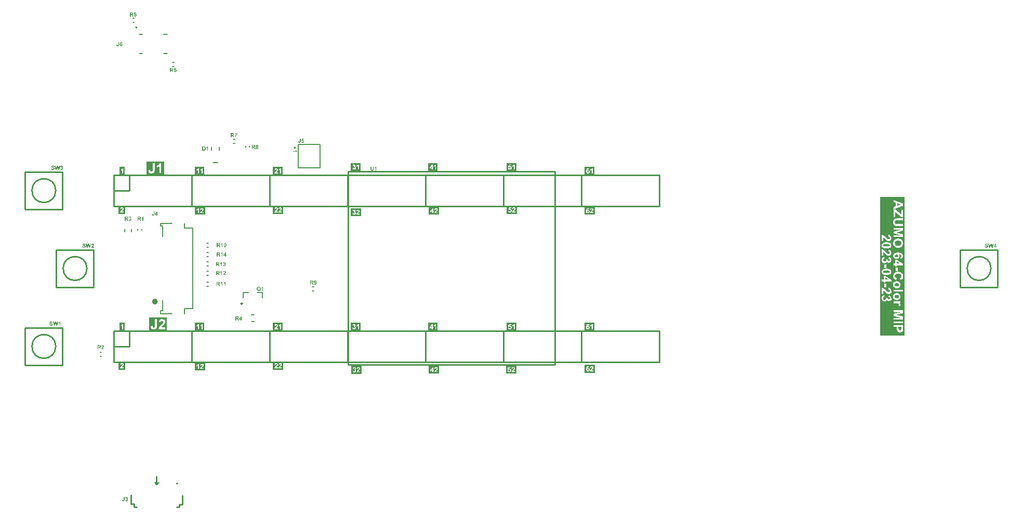
<source format=gto>
G04*
G04 #@! TF.GenerationSoftware,Altium Limited,Altium Designer,23.4.1 (23)*
G04*
G04 Layer_Color=15132400*
%FSLAX25Y25*%
%MOIN*%
G70*
G04*
G04 #@! TF.SameCoordinates,ACA3CFB4-5D02-48E1-8893-3A58BFC83F0D*
G04*
G04*
G04 #@! TF.FilePolarity,Positive*
G04*
G01*
G75*
%ADD10C,0.01000*%
%ADD11C,0.00787*%
%ADD12C,0.00984*%
%ADD13C,0.01968*%
%ADD14C,0.00500*%
%ADD15C,0.00800*%
%ADD16C,0.00600*%
G36*
X253667Y35000D02*
X247000D01*
Y40272D01*
X253667D01*
Y35000D01*
D02*
G37*
G36*
X203705Y34500D02*
X197000D01*
Y39772D01*
X203705D01*
Y34500D01*
D02*
G37*
G36*
X153784Y-67600D02*
X147200D01*
Y-62328D01*
X153784D01*
Y-67600D01*
D02*
G37*
G36*
X202664Y-34766D02*
Y-39979D01*
X196500D01*
Y-34766D01*
X202664D01*
D02*
G37*
G36*
X53396Y34500D02*
X47000D01*
Y39713D01*
X53396D01*
Y34500D01*
D02*
G37*
G36*
X153081Y67772D02*
Y62500D01*
X147000D01*
Y67772D01*
X153081D01*
D02*
G37*
G36*
Y-34767D02*
Y-40039D01*
X147000D01*
Y-34767D01*
X153081D01*
D02*
G37*
G36*
X203705Y-67500D02*
X197000D01*
Y-62228D01*
X203705D01*
Y-67500D01*
D02*
G37*
G36*
X103639Y-64979D02*
X97000D01*
Y-59766D01*
X103639D01*
Y-64979D01*
D02*
G37*
G36*
X103136Y60000D02*
X97000D01*
Y65213D01*
X103136D01*
Y60000D01*
D02*
G37*
G36*
X1905D02*
X-1500D01*
Y65213D01*
X1905D01*
Y60000D01*
D02*
G37*
G36*
X103639Y35000D02*
X97000D01*
Y40213D01*
X103639D01*
Y35000D01*
D02*
G37*
G36*
X153584Y33500D02*
X147000D01*
Y38772D01*
X153584D01*
Y33500D01*
D02*
G37*
G36*
X103136Y-39979D02*
X97000D01*
Y-34766D01*
X103136D01*
Y-39979D01*
D02*
G37*
G36*
X253049Y-40029D02*
X247000D01*
Y-34757D01*
X253049D01*
Y-40029D01*
D02*
G37*
G36*
X303560Y34500D02*
X297000D01*
Y39772D01*
X303560D01*
Y34500D01*
D02*
G37*
G36*
X52893Y60000D02*
X47000D01*
Y65213D01*
X52893D01*
Y60000D01*
D02*
G37*
G36*
X303056Y-39979D02*
X297000D01*
Y-34707D01*
X303056D01*
Y-39979D01*
D02*
G37*
G36*
X202664Y67713D02*
Y62500D01*
X196500D01*
Y67713D01*
X202664D01*
D02*
G37*
G36*
X253049Y62500D02*
X247000D01*
Y67772D01*
X253049D01*
Y62500D01*
D02*
G37*
G36*
X303560Y-67000D02*
X297000D01*
Y-61728D01*
X303560D01*
Y-67000D01*
D02*
G37*
G36*
X2151Y-64979D02*
X-2000D01*
Y-59766D01*
X2151D01*
Y-64979D01*
D02*
G37*
G36*
X501125Y28513D02*
X497751D01*
X497620D01*
X497501D01*
X497389Y28520D01*
X497284D01*
X497191Y28526D01*
X497106Y28533D01*
X497026Y28539D01*
X496961D01*
X496901Y28546D01*
X496849Y28552D01*
X496809Y28559D01*
X496770Y28566D01*
X496743D01*
X496723Y28572D01*
X496717D01*
X496710D01*
X496598Y28599D01*
X496499Y28645D01*
X496407Y28697D01*
X496335Y28750D01*
X496275Y28803D01*
X496229Y28849D01*
X496196Y28875D01*
X496190Y28889D01*
X496117Y29001D01*
X496071Y29126D01*
X496031Y29258D01*
X496005Y29383D01*
X495992Y29502D01*
X495985Y29548D01*
Y29594D01*
X495979Y29627D01*
Y29679D01*
X495985Y29864D01*
X496012Y30022D01*
X496051Y30160D01*
X496091Y30279D01*
X496130Y30371D01*
X496170Y30437D01*
X496183Y30457D01*
X496196Y30477D01*
X496203Y30483D01*
Y30490D01*
X496295Y30589D01*
X496394Y30674D01*
X496493Y30740D01*
X496585Y30786D01*
X496671Y30826D01*
X496743Y30846D01*
X496770Y30859D01*
X496789D01*
X496796Y30866D01*
X496802D01*
X496855Y30872D01*
X496914Y30879D01*
X496980Y30885D01*
X497059D01*
X497224Y30899D01*
X497402D01*
X497481D01*
X497560Y30905D01*
X497633D01*
X497699D01*
X497751D01*
X497791D01*
X497817D01*
X497824D01*
X501125D01*
Y28513D01*
D02*
G37*
G36*
X502224Y-42900D02*
X494931D01*
Y6140D01*
X496865D01*
X494931D01*
Y8097D01*
X494938Y7939D01*
X494957Y7787D01*
X494984Y7649D01*
X495017Y7517D01*
X495063Y7392D01*
X495109Y7273D01*
X495161Y7168D01*
X495214Y7076D01*
X495260Y6990D01*
X495313Y6911D01*
X495359Y6845D01*
X495405Y6792D01*
X495438Y6746D01*
X495465Y6720D01*
X495484Y6700D01*
X495491Y6694D01*
X495603Y6595D01*
X495715Y6509D01*
X495840Y6436D01*
X495959Y6371D01*
X496084Y6318D01*
X496209Y6272D01*
X496335Y6239D01*
X496447Y6206D01*
X496559Y6186D01*
X496664Y6166D01*
X496756Y6160D01*
X496835Y6146D01*
X496895D01*
X496947Y6140D01*
X501145D01*
X496987D01*
X497145Y6146D01*
X497303Y6160D01*
X497442Y6186D01*
X497580Y6219D01*
X497705Y6259D01*
X497824Y6305D01*
X497936Y6351D01*
X498028Y6397D01*
X498120Y6450D01*
X498193Y6496D01*
X498259Y6542D01*
X498318Y6582D01*
X498358Y6614D01*
X498391Y6641D01*
X498410Y6654D01*
X498417Y6661D01*
X498516Y6759D01*
X498601Y6865D01*
X498674Y6970D01*
X498740Y7076D01*
X498793Y7181D01*
X498839Y7287D01*
X498878Y7385D01*
X498905Y7484D01*
X498931Y7570D01*
X498951Y7656D01*
X498957Y7728D01*
X498971Y7787D01*
Y7840D01*
X498977Y7880D01*
Y7913D01*
X498971Y8031D01*
X498957Y8143D01*
X498931Y8255D01*
X498898Y8354D01*
X498858Y8453D01*
X498812Y8539D01*
X498766Y8624D01*
X498720Y8697D01*
X498667Y8769D01*
X498621Y8829D01*
X498575Y8875D01*
X498536Y8921D01*
X498503Y8954D01*
X498476Y8980D01*
X498463Y8993D01*
X498456Y9000D01*
X498648Y8987D01*
X498819Y8967D01*
X498977Y8941D01*
X499116Y8921D01*
X499247Y8895D01*
X499359Y8868D01*
X499458Y8835D01*
X499544Y8809D01*
X499616Y8783D01*
X499682Y8763D01*
X499735Y8736D01*
X499775Y8717D01*
X499801Y8703D01*
X499827Y8690D01*
X499834Y8677D01*
X499840D01*
X499900Y8624D01*
X499953Y8578D01*
X499999Y8525D01*
X500038Y8473D01*
X500097Y8367D01*
X500137Y8269D01*
X500157Y8183D01*
X500170Y8110D01*
X500176Y8084D01*
Y8051D01*
X500170Y7952D01*
X500150Y7867D01*
X500124Y7787D01*
X500091Y7722D01*
X500058Y7669D01*
X500032Y7636D01*
X500012Y7609D01*
X500005Y7603D01*
X499939Y7544D01*
X499854Y7491D01*
X499775Y7451D01*
X499689Y7425D01*
X499616Y7405D01*
X499557Y7385D01*
X499511Y7379D01*
X499504D01*
X499498D01*
X499616Y6252D01*
X499755Y6278D01*
X499880Y6311D01*
X499999Y6351D01*
X500111Y6397D01*
X500210Y6443D01*
X500302Y6489D01*
X500387Y6542D01*
X500460Y6588D01*
X500532Y6634D01*
X500585Y6680D01*
X500638Y6720D01*
X500677Y6759D01*
X500710Y6786D01*
X500730Y6812D01*
X500743Y6825D01*
X500750Y6832D01*
X500822Y6917D01*
X500882Y7010D01*
X500934Y7109D01*
X500981Y7201D01*
X501020Y7300D01*
X501046Y7392D01*
X501099Y7577D01*
X501112Y7656D01*
X501125Y7735D01*
X501132Y7807D01*
X501139Y7860D01*
X501145Y7913D01*
Y7978D01*
X501139Y8157D01*
X501112Y8334D01*
X501079Y8493D01*
X501027Y8644D01*
X500974Y8789D01*
X500908Y8921D01*
X500842Y9046D01*
X500776Y9152D01*
X500704Y9250D01*
X500638Y9336D01*
X500572Y9415D01*
X500519Y9475D01*
X500466Y9521D01*
X500433Y9560D01*
X500407Y9580D01*
X500401Y9586D01*
X500249Y9692D01*
X500084Y9791D01*
X499906Y9870D01*
X499715Y9942D01*
X499517Y10002D01*
X499313Y10048D01*
X499116Y10087D01*
X498918Y10120D01*
X498733Y10147D01*
X498555Y10166D01*
X498397Y10180D01*
X498259Y10193D01*
X498200D01*
X498147D01*
X498101Y10199D01*
X497989D01*
X497692Y10193D01*
X497422Y10173D01*
X497165Y10147D01*
X496934Y10107D01*
X496723Y10061D01*
X496532Y10015D01*
X496361Y9962D01*
X496203Y9903D01*
X496071Y9850D01*
X495959Y9797D01*
X495860Y9751D01*
X495781Y9705D01*
X495722Y9666D01*
X495676Y9639D01*
X495649Y9619D01*
X495643Y9613D01*
X495517Y9501D01*
X495405Y9376D01*
X495313Y9250D01*
X495234Y9125D01*
X495161Y9000D01*
X495102Y8875D01*
X495056Y8750D01*
X495023Y8631D01*
X494990Y8519D01*
X494970Y8420D01*
X494951Y8328D01*
X494944Y8249D01*
X494938Y8183D01*
X494931Y8137D01*
Y10199D01*
X494931D01*
Y13264D01*
X496901D01*
X494931D01*
Y16209D01*
X494938Y15966D01*
X494964Y15728D01*
X495010Y15511D01*
X495063Y15307D01*
X495122Y15115D01*
X495194Y14938D01*
X495267Y14779D01*
X495346Y14634D01*
X495425Y14503D01*
X495498Y14391D01*
X495570Y14292D01*
X495629Y14213D01*
X495682Y14147D01*
X495728Y14107D01*
X495755Y14074D01*
X495761Y14068D01*
X495926Y13923D01*
X496097Y13804D01*
X496282Y13692D01*
X496473Y13600D01*
X496664Y13527D01*
X496855Y13461D01*
X497046Y13409D01*
X497224Y13363D01*
X497396Y13330D01*
X497560Y13303D01*
X497699Y13290D01*
X497824Y13277D01*
X497929Y13270D01*
X497969Y13264D01*
X498068D01*
X498338Y13270D01*
X498595Y13297D01*
X498832Y13336D01*
X499056Y13389D01*
X499261Y13448D01*
X499452Y13521D01*
X499630Y13593D01*
X499781Y13666D01*
X499926Y13745D01*
X500045Y13817D01*
X500150Y13883D01*
X500236Y13949D01*
X500302Y14002D01*
X500348Y14041D01*
X500381Y14068D01*
X500387Y14074D01*
X500532Y14232D01*
X500664Y14397D01*
X500776Y14569D01*
X500869Y14747D01*
X500954Y14931D01*
X501020Y15109D01*
X501073Y15280D01*
X501119Y15452D01*
X501152Y15610D01*
X501178Y15755D01*
X501198Y15887D01*
X501211Y15999D01*
X501218Y16091D01*
X501224Y16163D01*
Y13521D01*
Y19162D01*
D01*
Y16223D01*
X501211Y16493D01*
X501185Y16743D01*
X501165Y16855D01*
X501145Y16967D01*
X501125Y17066D01*
X501106Y17158D01*
X501079Y17244D01*
X501060Y17317D01*
X501040Y17382D01*
X501020Y17435D01*
X501000Y17475D01*
X500994Y17508D01*
X500981Y17527D01*
Y17534D01*
X500908Y17692D01*
X500822Y17837D01*
X500730Y17976D01*
X500638Y18088D01*
X500559Y18186D01*
X500526Y18226D01*
X500493Y18259D01*
X500466Y18285D01*
X500447Y18305D01*
X500440Y18318D01*
X500433Y18325D01*
X500289Y18450D01*
X500150Y18562D01*
X500005Y18661D01*
X499880Y18740D01*
X499761Y18799D01*
X499715Y18826D01*
X499676Y18845D01*
X499643Y18865D01*
X499616Y18878D01*
X499603Y18885D01*
X499597D01*
X499478Y18931D01*
X499346Y18977D01*
X499089Y19043D01*
X498826Y19096D01*
X498700Y19109D01*
X498582Y19129D01*
X498463Y19135D01*
X498364Y19149D01*
X498272Y19155D01*
X498193D01*
X498127Y19162D01*
X501224D01*
X498035D01*
D01*
D01*
D01*
X497474D01*
X498035D01*
X497771Y19155D01*
X497521Y19129D01*
X497284Y19089D01*
X497066Y19037D01*
X496862Y18977D01*
X496677Y18911D01*
X496506Y18839D01*
X496354Y18760D01*
X496216Y18687D01*
X496097Y18615D01*
X495992Y18549D01*
X495906Y18490D01*
X495840Y18437D01*
X495794Y18397D01*
X495768Y18371D01*
X495755Y18364D01*
X495610Y18206D01*
X495484Y18042D01*
X495372Y17870D01*
X495280Y17692D01*
X495201Y17514D01*
X495135Y17330D01*
X495076Y17158D01*
X495036Y16987D01*
X494997Y16829D01*
X494977Y16684D01*
X494957Y16545D01*
X494944Y16433D01*
X494938Y16341D01*
X494931Y16269D01*
Y19162D01*
X494931D01*
Y27287D01*
X497062D01*
X494931D01*
Y29508D01*
X494938Y29383D01*
X494951Y29264D01*
X494957Y29152D01*
X494977Y29053D01*
X494990Y28954D01*
X495003Y28869D01*
X495023Y28790D01*
X495043Y28717D01*
X495056Y28651D01*
X495076Y28599D01*
X495089Y28552D01*
X495096Y28520D01*
X495109Y28493D01*
X495115Y28480D01*
Y28473D01*
X495188Y28315D01*
X495274Y28170D01*
X495353Y28052D01*
X495432Y27946D01*
X495504Y27867D01*
X495557Y27808D01*
X495597Y27775D01*
X495603Y27762D01*
X495610D01*
X495735Y27670D01*
X495860Y27590D01*
X495985Y27525D01*
X496110Y27478D01*
X496216Y27439D01*
X496262Y27426D01*
X496302Y27413D01*
X496328Y27406D01*
X496354Y27399D01*
X496368Y27393D01*
X496374D01*
X496466Y27373D01*
X496572Y27360D01*
X496684Y27347D01*
X496809Y27333D01*
X497066Y27314D01*
X497317Y27300D01*
X497442Y27294D01*
X497554D01*
X497652Y27287D01*
X501125D01*
Y32131D01*
X497401D01*
X497685D01*
X497508Y32124D01*
X497349Y32118D01*
X497198Y32111D01*
X497059Y32105D01*
X496934Y32091D01*
X496816Y32085D01*
X496717Y32072D01*
X496625Y32058D01*
X496545Y32052D01*
X496480Y32039D01*
X496427Y32032D01*
X496381Y32026D01*
X496354Y32019D01*
X496335Y32012D01*
X496328D01*
X496196Y31973D01*
X496071Y31927D01*
X495959Y31867D01*
X495854Y31808D01*
X495768Y31755D01*
X495709Y31709D01*
X495682Y31696D01*
X495662Y31683D01*
X495656Y31670D01*
X495649D01*
X495537Y31564D01*
X495432Y31446D01*
X495346Y31327D01*
X495274Y31215D01*
X495208Y31116D01*
X495188Y31070D01*
X495168Y31030D01*
X495148Y31004D01*
X495135Y30978D01*
X495129Y30964D01*
Y30958D01*
X495096Y30872D01*
X495063Y30773D01*
X495017Y30562D01*
X494977Y30345D01*
X494957Y30128D01*
X494951Y30029D01*
X494944Y29936D01*
X494938Y29857D01*
Y29785D01*
X494931Y29726D01*
Y32131D01*
X494931D01*
Y46000D01*
X502224D01*
Y-42900D01*
D02*
G37*
G36*
X498272Y17890D02*
X498450Y17877D01*
X498615Y17857D01*
X498766Y17824D01*
X498911Y17791D01*
X499036Y17752D01*
X499155Y17705D01*
X499261Y17666D01*
X499353Y17620D01*
X499432Y17580D01*
X499498Y17541D01*
X499550Y17508D01*
X499597Y17475D01*
X499623Y17455D01*
X499643Y17442D01*
X499649Y17435D01*
X499742Y17343D01*
X499821Y17251D01*
X499893Y17145D01*
X499953Y17046D01*
X500005Y16941D01*
X500051Y16842D01*
X500084Y16743D01*
X500111Y16644D01*
X500130Y16559D01*
X500150Y16473D01*
X500163Y16401D01*
X500170Y16335D01*
X500176Y16282D01*
Y16209D01*
X500170Y16071D01*
X500157Y15939D01*
X500130Y15814D01*
X500097Y15702D01*
X500058Y15590D01*
X500012Y15491D01*
X499966Y15399D01*
X499920Y15313D01*
X499867Y15241D01*
X499821Y15175D01*
X499775Y15122D01*
X499735Y15076D01*
X499702Y15036D01*
X499676Y15010D01*
X499662Y14997D01*
X499656Y14990D01*
X499557Y14911D01*
X499438Y14839D01*
X499320Y14779D01*
X499195Y14720D01*
X499069Y14681D01*
X498938Y14641D01*
X498806Y14608D01*
X498681Y14588D01*
X498562Y14569D01*
X498450Y14555D01*
X498351Y14542D01*
X498265Y14536D01*
X498193Y14529D01*
X498140D01*
X498107D01*
X498094D01*
X497903Y14536D01*
X497718Y14549D01*
X497554Y14575D01*
X497396Y14602D01*
X497257Y14641D01*
X497125Y14681D01*
X497007Y14720D01*
X496901Y14766D01*
X496809Y14812D01*
X496730Y14852D01*
X496658Y14891D01*
X496605Y14931D01*
X496559Y14957D01*
X496532Y14984D01*
X496513Y14997D01*
X496506Y15003D01*
X496414Y15096D01*
X496335Y15195D01*
X496262Y15293D01*
X496203Y15392D01*
X496150Y15491D01*
X496110Y15597D01*
X496071Y15689D01*
X496045Y15781D01*
X496025Y15873D01*
X496005Y15952D01*
X495992Y16025D01*
X495985Y16084D01*
Y16137D01*
X495979Y16176D01*
Y16209D01*
X495985Y16341D01*
X496005Y16473D01*
X496031Y16598D01*
X496064Y16710D01*
X496104Y16816D01*
X496150Y16915D01*
X496196Y17007D01*
X496249Y17093D01*
X496295Y17165D01*
X496341Y17231D01*
X496387Y17290D01*
X496427Y17336D01*
X496466Y17376D01*
X496493Y17402D01*
X496506Y17415D01*
X496513Y17422D01*
X496618Y17508D01*
X496736Y17580D01*
X496855Y17639D01*
X496980Y17699D01*
X497112Y17745D01*
X497244Y17778D01*
X497369Y17811D01*
X497494Y17837D01*
X497613Y17857D01*
X497725Y17870D01*
X497824Y17883D01*
X497910Y17890D01*
X497982D01*
X498035Y17897D01*
X498068D01*
X498081D01*
X498272Y17890D01*
D02*
G37*
G36*
X497257Y8881D02*
X497415Y8855D01*
X497554Y8822D01*
X497659Y8776D01*
X497745Y8736D01*
X497811Y8697D01*
X497844Y8670D01*
X497857Y8664D01*
X497942Y8572D01*
X498008Y8479D01*
X498055Y8381D01*
X498088Y8295D01*
X498107Y8216D01*
X498114Y8150D01*
X498120Y8110D01*
Y8097D01*
X498107Y7972D01*
X498074Y7860D01*
X498035Y7761D01*
X497982Y7675D01*
X497929Y7609D01*
X497890Y7557D01*
X497857Y7530D01*
X497844Y7517D01*
X497791Y7478D01*
X497725Y7438D01*
X497593Y7379D01*
X497448Y7339D01*
X497303Y7306D01*
X497178Y7293D01*
X497119Y7287D01*
X497073D01*
X497033Y7280D01*
X497000D01*
X496980D01*
X496974D01*
X496868D01*
X496776Y7287D01*
X496684Y7300D01*
X496605Y7313D01*
X496526Y7333D01*
X496460Y7346D01*
X496400Y7366D01*
X496348Y7385D01*
X496302Y7412D01*
X496262Y7432D01*
X496196Y7464D01*
X496163Y7491D01*
X496150Y7497D01*
X496064Y7583D01*
X496005Y7675D01*
X495959Y7761D01*
X495933Y7847D01*
X495913Y7926D01*
X495906Y7985D01*
X495900Y8025D01*
Y8038D01*
X495906Y8097D01*
X495913Y8163D01*
X495946Y8275D01*
X495998Y8374D01*
X496051Y8466D01*
X496104Y8539D01*
X496157Y8591D01*
X496190Y8624D01*
X496203Y8637D01*
X496328Y8723D01*
X496473Y8789D01*
X496618Y8829D01*
X496756Y8862D01*
X496881Y8881D01*
X496941Y8888D01*
X496987D01*
X497026Y8895D01*
X497053D01*
X497073D01*
X497079D01*
X497257Y8881D01*
D02*
G37*
G36*
X494931Y-42900D02*
X486500D01*
Y46000D01*
X494931D01*
Y-42900D01*
D02*
G37*
G36*
X2151Y35000D02*
X-2000D01*
Y40213D01*
X2151D01*
Y35000D01*
D02*
G37*
G36*
X253267Y-67500D02*
X246600D01*
Y-62228D01*
X253267D01*
Y-67500D01*
D02*
G37*
G36*
X27348Y68544D02*
Y60000D01*
X16000D01*
Y68544D01*
X27348D01*
D02*
G37*
G36*
X1905Y-39979D02*
X-1500D01*
Y-34766D01*
X1905D01*
Y-39979D01*
D02*
G37*
G36*
X303056Y60000D02*
X297000D01*
Y65272D01*
X303056D01*
Y60000D01*
D02*
G37*
G36*
X52893Y-39979D02*
X47000D01*
Y-34766D01*
X52893D01*
Y-39979D01*
D02*
G37*
G36*
X28848Y-31506D02*
Y-40050D01*
X17500D01*
Y-31506D01*
X28848D01*
D02*
G37*
G36*
X53396Y-65479D02*
X47000D01*
Y-60266D01*
X53396D01*
Y-65479D01*
D02*
G37*
G36*
X111777Y75936D02*
X111780Y75930D01*
X111783Y75919D01*
X111789Y75905D01*
X111797Y75886D01*
X111805Y75867D01*
X111816Y75842D01*
X111830Y75814D01*
X111861Y75753D01*
X111902Y75684D01*
X111952Y75606D01*
X112013Y75523D01*
X112016Y75520D01*
X112021Y75512D01*
X112030Y75501D01*
X112043Y75487D01*
X112060Y75468D01*
X112082Y75448D01*
X112104Y75426D01*
X112132Y75401D01*
X112193Y75349D01*
X112262Y75299D01*
X112340Y75252D01*
X112381Y75232D01*
X112426Y75216D01*
Y74817D01*
X109861D01*
Y75307D01*
X111703D01*
X111700Y75310D01*
X111692Y75318D01*
X111678Y75335D01*
X111661Y75354D01*
X111642Y75379D01*
X111617Y75412D01*
X111589Y75445D01*
X111561Y75487D01*
X111531Y75531D01*
X111501Y75578D01*
X111470Y75631D01*
X111440Y75687D01*
X111409Y75745D01*
X111381Y75808D01*
X111356Y75872D01*
X111331Y75939D01*
X111777D01*
Y75936D01*
D02*
G37*
G36*
X124119Y-7697D02*
X124144Y-7700D01*
X124177Y-7702D01*
X124216Y-7711D01*
X124260Y-7719D01*
X124307Y-7733D01*
X124357Y-7747D01*
X124407Y-7769D01*
X124462Y-7791D01*
X124515Y-7821D01*
X124567Y-7855D01*
X124620Y-7896D01*
X124673Y-7943D01*
X124720Y-7996D01*
X124723Y-7999D01*
X124731Y-8010D01*
X124742Y-8029D01*
X124759Y-8054D01*
X124778Y-8087D01*
X124800Y-8129D01*
X124822Y-8176D01*
X124845Y-8231D01*
X124867Y-8298D01*
X124892Y-8370D01*
X124911Y-8450D01*
X124930Y-8542D01*
X124947Y-8638D01*
X124958Y-8744D01*
X124966Y-8860D01*
X124969Y-8985D01*
Y-8987D01*
Y-8993D01*
Y-9001D01*
Y-9015D01*
Y-9032D01*
X124966Y-9051D01*
Y-9073D01*
Y-9098D01*
X124961Y-9156D01*
X124955Y-9223D01*
X124947Y-9295D01*
X124936Y-9373D01*
X124922Y-9456D01*
X124906Y-9539D01*
X124883Y-9625D01*
X124858Y-9708D01*
X124831Y-9788D01*
X124795Y-9863D01*
X124756Y-9932D01*
X124709Y-9996D01*
X124706Y-9999D01*
X124698Y-10010D01*
X124681Y-10024D01*
X124662Y-10043D01*
X124637Y-10068D01*
X124603Y-10093D01*
X124567Y-10123D01*
X124526Y-10151D01*
X124482Y-10179D01*
X124429Y-10209D01*
X124374Y-10234D01*
X124313Y-10256D01*
X124249Y-10278D01*
X124182Y-10292D01*
X124108Y-10303D01*
X124033Y-10306D01*
X124005D01*
X123983Y-10303D01*
X123958Y-10300D01*
X123928Y-10298D01*
X123894Y-10292D01*
X123861Y-10287D01*
X123784Y-10267D01*
X123742Y-10253D01*
X123703Y-10240D01*
X123662Y-10220D01*
X123623Y-10201D01*
X123584Y-10176D01*
X123548Y-10148D01*
X123545Y-10145D01*
X123540Y-10140D01*
X123532Y-10131D01*
X123518Y-10118D01*
X123504Y-10101D01*
X123487Y-10079D01*
X123471Y-10057D01*
X123451Y-10026D01*
X123432Y-9996D01*
X123412Y-9960D01*
X123390Y-9921D01*
X123374Y-9877D01*
X123354Y-9830D01*
X123340Y-9780D01*
X123327Y-9724D01*
X123316Y-9666D01*
X123789Y-9613D01*
Y-9616D01*
Y-9619D01*
X123792Y-9627D01*
Y-9639D01*
X123798Y-9663D01*
X123806Y-9697D01*
X123817Y-9730D01*
X123834Y-9766D01*
X123853Y-9799D01*
X123878Y-9830D01*
X123881Y-9832D01*
X123892Y-9841D01*
X123908Y-9852D01*
X123930Y-9863D01*
X123958Y-9877D01*
X123991Y-9888D01*
X124027Y-9896D01*
X124072Y-9899D01*
X124086D01*
X124097Y-9896D01*
X124124Y-9891D01*
X124160Y-9882D01*
X124199Y-9866D01*
X124243Y-9841D01*
X124263Y-9824D01*
X124285Y-9805D01*
X124307Y-9785D01*
X124327Y-9760D01*
Y-9758D01*
X124332Y-9755D01*
X124338Y-9744D01*
X124343Y-9733D01*
X124352Y-9716D01*
X124363Y-9694D01*
X124374Y-9666D01*
X124385Y-9636D01*
X124396Y-9600D01*
X124407Y-9558D01*
X124418Y-9511D01*
X124429Y-9458D01*
X124440Y-9398D01*
X124448Y-9334D01*
X124457Y-9262D01*
X124462Y-9181D01*
X124460Y-9184D01*
X124454Y-9190D01*
X124443Y-9201D01*
X124429Y-9215D01*
X124412Y-9231D01*
X124390Y-9248D01*
X124365Y-9267D01*
X124335Y-9287D01*
X124304Y-9309D01*
X124268Y-9328D01*
X124232Y-9345D01*
X124191Y-9362D01*
X124146Y-9375D01*
X124099Y-9386D01*
X124052Y-9392D01*
X124000Y-9395D01*
X123986D01*
X123972Y-9392D01*
X123950D01*
X123925Y-9386D01*
X123894Y-9384D01*
X123858Y-9375D01*
X123822Y-9367D01*
X123784Y-9353D01*
X123742Y-9339D01*
X123698Y-9320D01*
X123656Y-9298D01*
X123612Y-9270D01*
X123568Y-9240D01*
X123523Y-9206D01*
X123482Y-9165D01*
X123479Y-9162D01*
X123473Y-9154D01*
X123462Y-9140D01*
X123449Y-9123D01*
X123432Y-9098D01*
X123412Y-9071D01*
X123393Y-9037D01*
X123374Y-9001D01*
X123352Y-8960D01*
X123332Y-8916D01*
X123313Y-8866D01*
X123296Y-8810D01*
X123282Y-8752D01*
X123271Y-8691D01*
X123266Y-8627D01*
X123263Y-8558D01*
Y-8553D01*
Y-8542D01*
X123266Y-8519D01*
Y-8495D01*
X123271Y-8461D01*
X123274Y-8422D01*
X123282Y-8381D01*
X123291Y-8334D01*
X123304Y-8287D01*
X123318Y-8234D01*
X123338Y-8181D01*
X123360Y-8132D01*
X123388Y-8079D01*
X123418Y-8026D01*
X123451Y-7979D01*
X123493Y-7932D01*
X123496Y-7929D01*
X123504Y-7921D01*
X123518Y-7910D01*
X123534Y-7896D01*
X123556Y-7877D01*
X123584Y-7857D01*
X123617Y-7835D01*
X123653Y-7813D01*
X123692Y-7791D01*
X123737Y-7769D01*
X123786Y-7749D01*
X123836Y-7730D01*
X123894Y-7716D01*
X123953Y-7705D01*
X124013Y-7697D01*
X124080Y-7694D01*
X124097D01*
X124119Y-7697D01*
D02*
G37*
G36*
X122016Y-7705D02*
X122055D01*
X122099Y-7708D01*
X122144Y-7711D01*
X122243Y-7719D01*
X122341Y-7733D01*
X122388Y-7738D01*
X122435Y-7749D01*
X122476Y-7760D01*
X122512Y-7772D01*
X122515D01*
X122520Y-7774D01*
X122529Y-7780D01*
X122543Y-7785D01*
X122559Y-7794D01*
X122576Y-7802D01*
X122620Y-7827D01*
X122667Y-7863D01*
X122714Y-7904D01*
X122764Y-7957D01*
X122809Y-8018D01*
Y-8021D01*
X122814Y-8026D01*
X122820Y-8035D01*
X122825Y-8049D01*
X122836Y-8065D01*
X122845Y-8084D01*
X122856Y-8109D01*
X122867Y-8134D01*
X122886Y-8192D01*
X122906Y-8262D01*
X122917Y-8337D01*
X122922Y-8420D01*
Y-8422D01*
Y-8433D01*
Y-8447D01*
X122919Y-8467D01*
X122917Y-8492D01*
X122914Y-8519D01*
X122908Y-8553D01*
X122900Y-8586D01*
X122881Y-8663D01*
X122867Y-8702D01*
X122850Y-8741D01*
X122831Y-8783D01*
X122809Y-8821D01*
X122784Y-8860D01*
X122753Y-8896D01*
X122750Y-8899D01*
X122745Y-8904D01*
X122737Y-8913D01*
X122723Y-8927D01*
X122703Y-8940D01*
X122681Y-8957D01*
X122656Y-8976D01*
X122626Y-8996D01*
X122592Y-9018D01*
X122556Y-9037D01*
X122515Y-9057D01*
X122468Y-9076D01*
X122418Y-9093D01*
X122365Y-9109D01*
X122307Y-9123D01*
X122246Y-9134D01*
X122249D01*
X122255Y-9140D01*
X122263Y-9143D01*
X122274Y-9151D01*
X122304Y-9170D01*
X122343Y-9198D01*
X122388Y-9228D01*
X122435Y-9264D01*
X122482Y-9306D01*
X122523Y-9348D01*
X122529Y-9353D01*
X122534Y-9362D01*
X122543Y-9370D01*
X122554Y-9384D01*
X122568Y-9400D01*
X122584Y-9420D01*
X122601Y-9442D01*
X122620Y-9470D01*
X122642Y-9500D01*
X122667Y-9533D01*
X122692Y-9572D01*
X122720Y-9613D01*
X122750Y-9661D01*
X122784Y-9708D01*
X122817Y-9763D01*
X123130Y-10259D01*
X122512D01*
X122138Y-9702D01*
X122135Y-9699D01*
X122130Y-9688D01*
X122119Y-9674D01*
X122105Y-9655D01*
X122091Y-9630D01*
X122072Y-9605D01*
X122030Y-9544D01*
X121983Y-9481D01*
X121939Y-9420D01*
X121917Y-9392D01*
X121897Y-9367D01*
X121881Y-9345D01*
X121864Y-9328D01*
X121861Y-9325D01*
X121853Y-9314D01*
X121836Y-9303D01*
X121817Y-9287D01*
X121795Y-9267D01*
X121767Y-9251D01*
X121739Y-9234D01*
X121709Y-9223D01*
X121706Y-9220D01*
X121692Y-9217D01*
X121673Y-9212D01*
X121645Y-9206D01*
X121609Y-9201D01*
X121565Y-9198D01*
X121512Y-9193D01*
X121346D01*
Y-10259D01*
X120831D01*
Y-7702D01*
X121983D01*
X122016Y-7705D01*
D02*
G37*
G36*
X66785Y8662D02*
X67104D01*
Y8233D01*
X66785D01*
Y7717D01*
X66312D01*
Y8233D01*
X65267D01*
Y8659D01*
X66373Y10283D01*
X66785D01*
Y8662D01*
D02*
G37*
G36*
X64619Y7717D02*
X64129D01*
Y9560D01*
X64126Y9557D01*
X64118Y9549D01*
X64101Y9535D01*
X64082Y9518D01*
X64057Y9499D01*
X64024Y9474D01*
X63990Y9446D01*
X63949Y9418D01*
X63904Y9388D01*
X63857Y9357D01*
X63805Y9327D01*
X63749Y9296D01*
X63691Y9266D01*
X63627Y9238D01*
X63564Y9213D01*
X63497Y9188D01*
Y9634D01*
X63500D01*
X63506Y9637D01*
X63517Y9640D01*
X63530Y9645D01*
X63550Y9654D01*
X63569Y9662D01*
X63594Y9673D01*
X63622Y9687D01*
X63683Y9717D01*
X63752Y9759D01*
X63830Y9809D01*
X63913Y9870D01*
X63915Y9872D01*
X63924Y9878D01*
X63935Y9886D01*
X63949Y9900D01*
X63968Y9917D01*
X63987Y9939D01*
X64010Y9961D01*
X64035Y9989D01*
X64087Y10050D01*
X64137Y10119D01*
X64184Y10197D01*
X64204Y10238D01*
X64220Y10283D01*
X64619D01*
Y7717D01*
D02*
G37*
G36*
X62082Y10271D02*
X62121D01*
X62165Y10269D01*
X62209Y10266D01*
X62309Y10258D01*
X62406Y10244D01*
X62453Y10238D01*
X62500Y10227D01*
X62542Y10216D01*
X62578Y10205D01*
X62580D01*
X62586Y10202D01*
X62594Y10197D01*
X62608Y10191D01*
X62625Y10183D01*
X62641Y10175D01*
X62686Y10150D01*
X62733Y10114D01*
X62780Y10072D01*
X62830Y10019D01*
X62874Y9958D01*
Y9956D01*
X62880Y9950D01*
X62885Y9942D01*
X62891Y9928D01*
X62902Y9911D01*
X62910Y9892D01*
X62921Y9867D01*
X62932Y9842D01*
X62952Y9784D01*
X62971Y9715D01*
X62982Y9640D01*
X62988Y9557D01*
Y9554D01*
Y9543D01*
Y9529D01*
X62985Y9510D01*
X62982Y9485D01*
X62979Y9457D01*
X62974Y9424D01*
X62965Y9391D01*
X62946Y9313D01*
X62932Y9274D01*
X62915Y9235D01*
X62896Y9194D01*
X62874Y9155D01*
X62849Y9116D01*
X62819Y9080D01*
X62816Y9078D01*
X62810Y9072D01*
X62802Y9064D01*
X62788Y9050D01*
X62769Y9036D01*
X62747Y9019D01*
X62722Y9000D01*
X62691Y8981D01*
X62658Y8958D01*
X62622Y8939D01*
X62580Y8920D01*
X62533Y8900D01*
X62483Y8884D01*
X62431Y8867D01*
X62373Y8853D01*
X62312Y8842D01*
X62314D01*
X62320Y8837D01*
X62328Y8834D01*
X62339Y8826D01*
X62370Y8806D01*
X62409Y8778D01*
X62453Y8748D01*
X62500Y8712D01*
X62547Y8670D01*
X62589Y8629D01*
X62594Y8623D01*
X62600Y8615D01*
X62608Y8607D01*
X62619Y8593D01*
X62633Y8576D01*
X62650Y8557D01*
X62666Y8535D01*
X62686Y8507D01*
X62708Y8477D01*
X62733Y8443D01*
X62758Y8404D01*
X62785Y8363D01*
X62816Y8316D01*
X62849Y8269D01*
X62882Y8213D01*
X63195Y7717D01*
X62578D01*
X62204Y8274D01*
X62201Y8277D01*
X62195Y8288D01*
X62184Y8302D01*
X62170Y8321D01*
X62157Y8346D01*
X62137Y8371D01*
X62096Y8432D01*
X62049Y8496D01*
X62004Y8557D01*
X61982Y8585D01*
X61963Y8609D01*
X61946Y8632D01*
X61929Y8648D01*
X61927Y8651D01*
X61918Y8662D01*
X61902Y8673D01*
X61882Y8690D01*
X61860Y8709D01*
X61832Y8726D01*
X61805Y8742D01*
X61774Y8754D01*
X61772Y8756D01*
X61758Y8759D01*
X61738Y8765D01*
X61711Y8770D01*
X61675Y8776D01*
X61630Y8778D01*
X61578Y8784D01*
X61411D01*
Y7717D01*
X60896D01*
Y10274D01*
X62049D01*
X62082Y10271D01*
D02*
G37*
G36*
X65830Y4103D02*
X65855D01*
X65885Y4098D01*
X65921Y4095D01*
X65960Y4087D01*
X66002Y4078D01*
X66049Y4064D01*
X66096Y4051D01*
X66143Y4031D01*
X66190Y4009D01*
X66240Y3981D01*
X66287Y3951D01*
X66331Y3915D01*
X66373Y3873D01*
X66375Y3871D01*
X66381Y3865D01*
X66389Y3854D01*
X66400Y3840D01*
X66414Y3824D01*
X66431Y3801D01*
X66448Y3776D01*
X66464Y3749D01*
X66497Y3688D01*
X66528Y3616D01*
X66539Y3577D01*
X66547Y3535D01*
X66553Y3494D01*
X66556Y3450D01*
Y3447D01*
Y3436D01*
X66553Y3416D01*
X66550Y3394D01*
X66545Y3367D01*
X66536Y3333D01*
X66525Y3294D01*
X66509Y3256D01*
X66489Y3214D01*
X66467Y3170D01*
X66436Y3125D01*
X66400Y3081D01*
X66359Y3037D01*
X66309Y2992D01*
X66251Y2951D01*
X66187Y2912D01*
X66190D01*
X66198Y2909D01*
X66209Y2907D01*
X66223Y2901D01*
X66243Y2896D01*
X66265Y2887D01*
X66312Y2868D01*
X66370Y2840D01*
X66428Y2801D01*
X66484Y2757D01*
X66511Y2729D01*
X66536Y2699D01*
X66539Y2696D01*
X66542Y2691D01*
X66547Y2682D01*
X66558Y2671D01*
X66567Y2655D01*
X66578Y2635D01*
X66592Y2613D01*
X66603Y2588D01*
X66628Y2530D01*
X66650Y2463D01*
X66664Y2386D01*
X66666Y2344D01*
X66669Y2303D01*
Y2300D01*
Y2289D01*
X66666Y2269D01*
Y2247D01*
X66661Y2217D01*
X66655Y2184D01*
X66650Y2148D01*
X66639Y2106D01*
X66625Y2062D01*
X66608Y2015D01*
X66589Y1968D01*
X66564Y1921D01*
X66536Y1871D01*
X66503Y1824D01*
X66467Y1777D01*
X66423Y1729D01*
X66420Y1727D01*
X66412Y1718D01*
X66398Y1707D01*
X66378Y1693D01*
X66353Y1674D01*
X66326Y1655D01*
X66292Y1633D01*
X66254Y1613D01*
X66212Y1591D01*
X66165Y1569D01*
X66112Y1549D01*
X66060Y1530D01*
X66002Y1516D01*
X65941Y1505D01*
X65874Y1497D01*
X65808Y1494D01*
X65791D01*
X65775Y1497D01*
X65750D01*
X65722Y1500D01*
X65686Y1505D01*
X65647Y1511D01*
X65605Y1519D01*
X65561Y1530D01*
X65514Y1544D01*
X65467Y1558D01*
X65420Y1577D01*
X65370Y1602D01*
X65323Y1627D01*
X65276Y1657D01*
X65232Y1693D01*
X65229Y1696D01*
X65220Y1702D01*
X65209Y1713D01*
X65196Y1729D01*
X65179Y1749D01*
X65157Y1774D01*
X65137Y1801D01*
X65112Y1835D01*
X65090Y1871D01*
X65068Y1909D01*
X65046Y1951D01*
X65024Y1998D01*
X65007Y2048D01*
X64991Y2101D01*
X64977Y2159D01*
X64968Y2217D01*
X65442Y2275D01*
Y2272D01*
Y2267D01*
X65445Y2259D01*
X65448Y2245D01*
X65453Y2211D01*
X65467Y2173D01*
X65481Y2125D01*
X65503Y2081D01*
X65531Y2034D01*
X65564Y1995D01*
X65570Y1993D01*
X65581Y1981D01*
X65603Y1965D01*
X65630Y1948D01*
X65666Y1932D01*
X65708Y1915D01*
X65755Y1904D01*
X65805Y1901D01*
X65819D01*
X65830Y1904D01*
X65858Y1907D01*
X65894Y1915D01*
X65935Y1929D01*
X65977Y1948D01*
X66021Y1976D01*
X66062Y2015D01*
X66068Y2020D01*
X66079Y2037D01*
X66096Y2062D01*
X66115Y2098D01*
X66135Y2142D01*
X66151Y2195D01*
X66162Y2256D01*
X66168Y2325D01*
Y2328D01*
Y2333D01*
Y2342D01*
X66165Y2355D01*
Y2372D01*
X66162Y2389D01*
X66157Y2430D01*
X66143Y2477D01*
X66126Y2527D01*
X66101Y2574D01*
X66068Y2619D01*
X66062Y2624D01*
X66051Y2635D01*
X66029Y2655D01*
X66002Y2674D01*
X65966Y2693D01*
X65924Y2713D01*
X65877Y2724D01*
X65824Y2729D01*
X65808D01*
X65788Y2727D01*
X65761Y2724D01*
X65727Y2721D01*
X65691Y2713D01*
X65647Y2704D01*
X65600Y2691D01*
X65653Y3090D01*
X65686D01*
X65702Y3092D01*
X65722D01*
X65766Y3098D01*
X65816Y3106D01*
X65866Y3123D01*
X65913Y3145D01*
X65957Y3173D01*
X65963Y3178D01*
X65974Y3189D01*
X65991Y3209D01*
X66013Y3236D01*
X66032Y3272D01*
X66049Y3314D01*
X66060Y3361D01*
X66065Y3416D01*
Y3419D01*
Y3422D01*
Y3438D01*
X66062Y3461D01*
X66057Y3491D01*
X66046Y3522D01*
X66032Y3558D01*
X66013Y3591D01*
X65988Y3621D01*
X65985Y3624D01*
X65974Y3632D01*
X65957Y3646D01*
X65932Y3660D01*
X65902Y3674D01*
X65869Y3688D01*
X65827Y3696D01*
X65780Y3699D01*
X65758D01*
X65736Y3693D01*
X65705Y3688D01*
X65672Y3677D01*
X65636Y3663D01*
X65600Y3641D01*
X65564Y3610D01*
X65561Y3607D01*
X65550Y3594D01*
X65536Y3574D01*
X65517Y3546D01*
X65497Y3511D01*
X65481Y3469D01*
X65467Y3416D01*
X65456Y3358D01*
X65004Y3433D01*
Y3436D01*
X65007Y3444D01*
X65010Y3455D01*
X65013Y3472D01*
X65018Y3491D01*
X65024Y3513D01*
X65040Y3566D01*
X65060Y3627D01*
X65085Y3688D01*
X65112Y3749D01*
X65146Y3804D01*
Y3807D01*
X65151Y3810D01*
X65162Y3826D01*
X65184Y3854D01*
X65215Y3884D01*
X65251Y3920D01*
X65295Y3957D01*
X65348Y3993D01*
X65409Y4026D01*
X65412D01*
X65417Y4028D01*
X65425Y4034D01*
X65439Y4040D01*
X65456Y4045D01*
X65475Y4051D01*
X65497Y4059D01*
X65522Y4067D01*
X65578Y4081D01*
X65644Y4095D01*
X65716Y4103D01*
X65794Y4106D01*
X65811D01*
X65830Y4103D01*
D02*
G37*
G36*
X64254Y1541D02*
X63763D01*
Y3383D01*
X63761Y3380D01*
X63752Y3372D01*
X63736Y3358D01*
X63716Y3342D01*
X63691Y3322D01*
X63658Y3297D01*
X63625Y3269D01*
X63583Y3242D01*
X63539Y3211D01*
X63492Y3181D01*
X63439Y3150D01*
X63384Y3120D01*
X63326Y3090D01*
X63262Y3062D01*
X63198Y3037D01*
X63132Y3012D01*
Y3458D01*
X63135D01*
X63140Y3461D01*
X63151Y3463D01*
X63165Y3469D01*
X63184Y3477D01*
X63204Y3486D01*
X63229Y3497D01*
X63257Y3511D01*
X63318Y3541D01*
X63387Y3582D01*
X63464Y3632D01*
X63547Y3693D01*
X63550Y3696D01*
X63559Y3702D01*
X63569Y3710D01*
X63583Y3724D01*
X63603Y3740D01*
X63622Y3763D01*
X63644Y3785D01*
X63669Y3812D01*
X63722Y3873D01*
X63772Y3943D01*
X63819Y4020D01*
X63838Y4062D01*
X63855Y4106D01*
X64254D01*
Y1541D01*
D02*
G37*
G36*
X61716Y4095D02*
X61755D01*
X61800Y4092D01*
X61844Y4089D01*
X61944Y4081D01*
X62041Y4067D01*
X62088Y4062D01*
X62135Y4051D01*
X62176Y4040D01*
X62212Y4028D01*
X62215D01*
X62221Y4026D01*
X62229Y4020D01*
X62243Y4015D01*
X62259Y4006D01*
X62276Y3998D01*
X62320Y3973D01*
X62367Y3937D01*
X62414Y3895D01*
X62464Y3843D01*
X62509Y3782D01*
Y3779D01*
X62514Y3774D01*
X62520Y3765D01*
X62525Y3751D01*
X62536Y3735D01*
X62545Y3715D01*
X62556Y3691D01*
X62567Y3666D01*
X62586Y3607D01*
X62606Y3538D01*
X62617Y3463D01*
X62622Y3380D01*
Y3378D01*
Y3367D01*
Y3353D01*
X62619Y3333D01*
X62617Y3308D01*
X62614Y3281D01*
X62608Y3247D01*
X62600Y3214D01*
X62581Y3137D01*
X62567Y3098D01*
X62550Y3059D01*
X62531Y3017D01*
X62509Y2979D01*
X62484Y2940D01*
X62453Y2904D01*
X62450Y2901D01*
X62445Y2896D01*
X62437Y2887D01*
X62423Y2873D01*
X62403Y2860D01*
X62381Y2843D01*
X62356Y2823D01*
X62326Y2804D01*
X62293Y2782D01*
X62257Y2763D01*
X62215Y2743D01*
X62168Y2724D01*
X62118Y2707D01*
X62065Y2691D01*
X62007Y2677D01*
X61946Y2666D01*
X61949D01*
X61955Y2660D01*
X61963Y2657D01*
X61974Y2649D01*
X62005Y2630D01*
X62043Y2602D01*
X62088Y2572D01*
X62135Y2536D01*
X62182Y2494D01*
X62223Y2452D01*
X62229Y2447D01*
X62234Y2438D01*
X62243Y2430D01*
X62254Y2416D01*
X62268Y2400D01*
X62284Y2380D01*
X62301Y2358D01*
X62320Y2331D01*
X62342Y2300D01*
X62367Y2267D01*
X62392Y2228D01*
X62420Y2186D01*
X62450Y2139D01*
X62484Y2092D01*
X62517Y2037D01*
X62830Y1541D01*
X62212D01*
X61838Y2098D01*
X61835Y2101D01*
X61830Y2112D01*
X61819Y2125D01*
X61805Y2145D01*
X61791Y2170D01*
X61772Y2195D01*
X61730Y2256D01*
X61683Y2319D01*
X61639Y2380D01*
X61617Y2408D01*
X61597Y2433D01*
X61581Y2455D01*
X61564Y2472D01*
X61561Y2475D01*
X61553Y2486D01*
X61536Y2497D01*
X61517Y2513D01*
X61495Y2533D01*
X61467Y2549D01*
X61439Y2566D01*
X61409Y2577D01*
X61406Y2580D01*
X61392Y2583D01*
X61373Y2588D01*
X61345Y2594D01*
X61309Y2599D01*
X61265Y2602D01*
X61212Y2607D01*
X61046D01*
Y1541D01*
X60531D01*
Y4098D01*
X61683D01*
X61716Y4095D01*
D02*
G37*
G36*
X66007Y-1620D02*
X66038Y-1623D01*
X66074Y-1629D01*
X66115Y-1634D01*
X66160Y-1642D01*
X66207Y-1654D01*
X66254Y-1667D01*
X66304Y-1684D01*
X66354Y-1703D01*
X66401Y-1728D01*
X66448Y-1756D01*
X66495Y-1787D01*
X66536Y-1822D01*
X66539Y-1825D01*
X66545Y-1831D01*
X66556Y-1845D01*
X66570Y-1859D01*
X66586Y-1878D01*
X66606Y-1903D01*
X66625Y-1931D01*
X66647Y-1964D01*
X66667Y-1997D01*
X66686Y-2036D01*
X66705Y-2077D01*
X66722Y-2122D01*
X66736Y-2172D01*
X66747Y-2221D01*
X66752Y-2274D01*
X66755Y-2329D01*
Y-2332D01*
Y-2338D01*
Y-2346D01*
Y-2360D01*
X66752Y-2374D01*
Y-2393D01*
X66747Y-2435D01*
X66739Y-2487D01*
X66728Y-2543D01*
X66714Y-2601D01*
X66692Y-2659D01*
Y-2662D01*
X66689Y-2664D01*
X66686Y-2676D01*
X66681Y-2687D01*
X66672Y-2701D01*
X66664Y-2717D01*
X66645Y-2759D01*
X66617Y-2806D01*
X66584Y-2861D01*
X66542Y-2922D01*
X66495Y-2986D01*
X66489Y-2991D01*
X66478Y-3008D01*
X66453Y-3033D01*
X66423Y-3069D01*
X66401Y-3091D01*
X66379Y-3116D01*
X66351Y-3141D01*
X66323Y-3171D01*
X66290Y-3202D01*
X66254Y-3238D01*
X66215Y-3274D01*
X66174Y-3313D01*
X66171Y-3316D01*
X66163Y-3321D01*
X66151Y-3332D01*
X66138Y-3346D01*
X66118Y-3363D01*
X66096Y-3382D01*
X66049Y-3426D01*
X65999Y-3473D01*
X65952Y-3520D01*
X65930Y-3543D01*
X65911Y-3562D01*
X65894Y-3581D01*
X65880Y-3595D01*
X65877Y-3598D01*
X65869Y-3606D01*
X65858Y-3620D01*
X65844Y-3637D01*
X65830Y-3659D01*
X65813Y-3681D01*
X65780Y-3728D01*
X66755D01*
Y-4183D01*
X65038D01*
Y-4180D01*
X65041Y-4171D01*
Y-4158D01*
X65043Y-4138D01*
X65049Y-4116D01*
X65055Y-4088D01*
X65060Y-4058D01*
X65068Y-4025D01*
X65091Y-3950D01*
X65121Y-3867D01*
X65157Y-3781D01*
X65204Y-3695D01*
X65207Y-3692D01*
X65210Y-3684D01*
X65221Y-3670D01*
X65232Y-3653D01*
X65248Y-3631D01*
X65271Y-3601D01*
X65295Y-3570D01*
X65326Y-3532D01*
X65359Y-3490D01*
X65401Y-3446D01*
X65445Y-3393D01*
X65495Y-3340D01*
X65550Y-3282D01*
X65614Y-3218D01*
X65681Y-3152D01*
X65755Y-3083D01*
X65758Y-3080D01*
X65769Y-3069D01*
X65786Y-3052D01*
X65808Y-3033D01*
X65836Y-3008D01*
X65863Y-2980D01*
X65897Y-2947D01*
X65930Y-2914D01*
X66002Y-2845D01*
X66068Y-2775D01*
X66096Y-2745D01*
X66124Y-2714D01*
X66146Y-2687D01*
X66163Y-2664D01*
Y-2662D01*
X66168Y-2659D01*
X66171Y-2651D01*
X66179Y-2640D01*
X66196Y-2609D01*
X66215Y-2570D01*
X66232Y-2526D01*
X66248Y-2476D01*
X66259Y-2421D01*
X66265Y-2365D01*
Y-2363D01*
Y-2357D01*
Y-2349D01*
Y-2338D01*
X66259Y-2310D01*
X66254Y-2271D01*
X66243Y-2232D01*
X66229Y-2191D01*
X66207Y-2149D01*
X66176Y-2113D01*
X66174Y-2111D01*
X66160Y-2100D01*
X66140Y-2086D01*
X66113Y-2069D01*
X66077Y-2052D01*
X66035Y-2039D01*
X65988Y-2027D01*
X65933Y-2025D01*
X65908D01*
X65880Y-2030D01*
X65844Y-2036D01*
X65805Y-2047D01*
X65764Y-2063D01*
X65722Y-2088D01*
X65686Y-2119D01*
X65683Y-2124D01*
X65672Y-2135D01*
X65658Y-2158D01*
X65639Y-2191D01*
X65622Y-2232D01*
X65606Y-2285D01*
X65592Y-2349D01*
X65586Y-2385D01*
X65584Y-2424D01*
X65096Y-2376D01*
Y-2371D01*
X65099Y-2360D01*
X65102Y-2338D01*
X65107Y-2310D01*
X65113Y-2277D01*
X65121Y-2238D01*
X65132Y-2196D01*
X65146Y-2152D01*
X65163Y-2105D01*
X65182Y-2058D01*
X65204Y-2008D01*
X65229Y-1961D01*
X65257Y-1914D01*
X65290Y-1870D01*
X65326Y-1831D01*
X65368Y-1795D01*
X65370Y-1792D01*
X65379Y-1787D01*
X65393Y-1778D01*
X65409Y-1767D01*
X65431Y-1753D01*
X65459Y-1739D01*
X65489Y-1723D01*
X65525Y-1706D01*
X65567Y-1689D01*
X65609Y-1673D01*
X65656Y-1659D01*
X65708Y-1645D01*
X65761Y-1634D01*
X65819Y-1626D01*
X65880Y-1620D01*
X65944Y-1617D01*
X65980D01*
X66007Y-1620D01*
D02*
G37*
G36*
X64368Y-4183D02*
X63877D01*
Y-2341D01*
X63875Y-2343D01*
X63866Y-2351D01*
X63850Y-2365D01*
X63830Y-2382D01*
X63805Y-2401D01*
X63772Y-2426D01*
X63739Y-2454D01*
X63697Y-2482D01*
X63653Y-2512D01*
X63606Y-2543D01*
X63553Y-2573D01*
X63498Y-2604D01*
X63440Y-2634D01*
X63376Y-2662D01*
X63312Y-2687D01*
X63246Y-2712D01*
Y-2266D01*
X63248D01*
X63254Y-2263D01*
X63265Y-2260D01*
X63279Y-2255D01*
X63298Y-2246D01*
X63318Y-2238D01*
X63343Y-2227D01*
X63370Y-2213D01*
X63431Y-2183D01*
X63501Y-2141D01*
X63578Y-2091D01*
X63661Y-2030D01*
X63664Y-2027D01*
X63672Y-2022D01*
X63683Y-2014D01*
X63697Y-2000D01*
X63717Y-1983D01*
X63736Y-1961D01*
X63758Y-1939D01*
X63783Y-1911D01*
X63836Y-1850D01*
X63886Y-1781D01*
X63933Y-1703D01*
X63952Y-1662D01*
X63969Y-1617D01*
X64368D01*
Y-4183D01*
D02*
G37*
G36*
X61830Y-1629D02*
X61869D01*
X61913Y-1631D01*
X61958Y-1634D01*
X62057Y-1642D01*
X62154Y-1656D01*
X62201Y-1662D01*
X62248Y-1673D01*
X62290Y-1684D01*
X62326Y-1695D01*
X62329D01*
X62334Y-1698D01*
X62343Y-1703D01*
X62357Y-1709D01*
X62373Y-1717D01*
X62390Y-1726D01*
X62434Y-1750D01*
X62481Y-1787D01*
X62528Y-1828D01*
X62578Y-1881D01*
X62622Y-1942D01*
Y-1944D01*
X62628Y-1950D01*
X62634Y-1958D01*
X62639Y-1972D01*
X62650Y-1989D01*
X62659Y-2008D01*
X62670Y-2033D01*
X62681Y-2058D01*
X62700Y-2116D01*
X62719Y-2185D01*
X62730Y-2260D01*
X62736Y-2343D01*
Y-2346D01*
Y-2357D01*
Y-2371D01*
X62733Y-2390D01*
X62730Y-2415D01*
X62728Y-2443D01*
X62722Y-2476D01*
X62714Y-2509D01*
X62695Y-2587D01*
X62681Y-2626D01*
X62664Y-2664D01*
X62645Y-2706D01*
X62622Y-2745D01*
X62598Y-2784D01*
X62567Y-2820D01*
X62564Y-2822D01*
X62559Y-2828D01*
X62550Y-2836D01*
X62537Y-2850D01*
X62517Y-2864D01*
X62495Y-2881D01*
X62470Y-2900D01*
X62440Y-2919D01*
X62406Y-2942D01*
X62370Y-2961D01*
X62329Y-2980D01*
X62282Y-3000D01*
X62232Y-3016D01*
X62179Y-3033D01*
X62121Y-3047D01*
X62060Y-3058D01*
X62063D01*
X62068Y-3063D01*
X62077Y-3066D01*
X62088Y-3074D01*
X62118Y-3094D01*
X62157Y-3122D01*
X62201Y-3152D01*
X62248Y-3188D01*
X62296Y-3230D01*
X62337Y-3271D01*
X62343Y-3277D01*
X62348Y-3285D01*
X62357Y-3293D01*
X62368Y-3307D01*
X62382Y-3324D01*
X62398Y-3343D01*
X62415Y-3365D01*
X62434Y-3393D01*
X62456Y-3424D01*
X62481Y-3457D01*
X62506Y-3496D01*
X62534Y-3537D01*
X62564Y-3584D01*
X62598Y-3631D01*
X62631Y-3687D01*
X62944Y-4183D01*
X62326D01*
X61952Y-3626D01*
X61949Y-3623D01*
X61944Y-3612D01*
X61933Y-3598D01*
X61919Y-3579D01*
X61905Y-3554D01*
X61886Y-3529D01*
X61844Y-3468D01*
X61797Y-3404D01*
X61753Y-3343D01*
X61730Y-3316D01*
X61711Y-3291D01*
X61695Y-3268D01*
X61678Y-3252D01*
X61675Y-3249D01*
X61667Y-3238D01*
X61650Y-3227D01*
X61631Y-3210D01*
X61609Y-3191D01*
X61581Y-3174D01*
X61553Y-3158D01*
X61523Y-3147D01*
X61520Y-3144D01*
X61506Y-3141D01*
X61487Y-3136D01*
X61459Y-3130D01*
X61423Y-3124D01*
X61379Y-3122D01*
X61326Y-3116D01*
X61160D01*
Y-4183D01*
X60645D01*
Y-1626D01*
X61797D01*
X61830Y-1629D01*
D02*
G37*
G36*
X66554Y-11182D02*
X66064D01*
Y-9341D01*
X66061Y-9343D01*
X66053Y-9352D01*
X66036Y-9365D01*
X66017Y-9382D01*
X65992Y-9401D01*
X65959Y-9426D01*
X65926Y-9454D01*
X65884Y-9482D01*
X65840Y-9512D01*
X65793Y-9543D01*
X65740Y-9573D01*
X65685Y-9604D01*
X65627Y-9634D01*
X65563Y-9662D01*
X65499Y-9687D01*
X65433Y-9712D01*
Y-9266D01*
X65435D01*
X65441Y-9263D01*
X65452Y-9260D01*
X65466Y-9255D01*
X65485Y-9246D01*
X65505Y-9238D01*
X65530Y-9227D01*
X65557Y-9213D01*
X65618Y-9183D01*
X65688Y-9141D01*
X65765Y-9091D01*
X65848Y-9030D01*
X65851Y-9027D01*
X65859Y-9022D01*
X65870Y-9014D01*
X65884Y-9000D01*
X65904Y-8983D01*
X65923Y-8961D01*
X65945Y-8939D01*
X65970Y-8911D01*
X66023Y-8850D01*
X66072Y-8781D01*
X66120Y-8703D01*
X66139Y-8662D01*
X66156Y-8618D01*
X66554D01*
Y-11182D01*
D02*
G37*
G36*
X64568D02*
X64078D01*
Y-9341D01*
X64075Y-9343D01*
X64067Y-9352D01*
X64050Y-9365D01*
X64031Y-9382D01*
X64006Y-9401D01*
X63973Y-9426D01*
X63940Y-9454D01*
X63898Y-9482D01*
X63854Y-9512D01*
X63807Y-9543D01*
X63754Y-9573D01*
X63699Y-9604D01*
X63640Y-9634D01*
X63577Y-9662D01*
X63513Y-9687D01*
X63447Y-9712D01*
Y-9266D01*
X63449D01*
X63455Y-9263D01*
X63466Y-9260D01*
X63480Y-9255D01*
X63499Y-9246D01*
X63519Y-9238D01*
X63543Y-9227D01*
X63571Y-9213D01*
X63632Y-9183D01*
X63701Y-9141D01*
X63779Y-9091D01*
X63862Y-9030D01*
X63865Y-9027D01*
X63873Y-9022D01*
X63884Y-9014D01*
X63898Y-9000D01*
X63917Y-8983D01*
X63937Y-8961D01*
X63959Y-8939D01*
X63984Y-8911D01*
X64037Y-8850D01*
X64086Y-8781D01*
X64134Y-8703D01*
X64153Y-8662D01*
X64170Y-8618D01*
X64568D01*
Y-11182D01*
D02*
G37*
G36*
X62031Y-8629D02*
X62070D01*
X62114Y-8631D01*
X62159Y-8634D01*
X62258Y-8642D01*
X62355Y-8656D01*
X62402Y-8662D01*
X62449Y-8673D01*
X62491Y-8684D01*
X62527Y-8695D01*
X62530D01*
X62535Y-8698D01*
X62543Y-8703D01*
X62557Y-8709D01*
X62574Y-8717D01*
X62591Y-8726D01*
X62635Y-8750D01*
X62682Y-8787D01*
X62729Y-8828D01*
X62779Y-8881D01*
X62823Y-8942D01*
Y-8944D01*
X62829Y-8950D01*
X62834Y-8958D01*
X62840Y-8972D01*
X62851Y-8989D01*
X62859Y-9008D01*
X62870Y-9033D01*
X62881Y-9058D01*
X62901Y-9116D01*
X62920Y-9185D01*
X62931Y-9260D01*
X62937Y-9343D01*
Y-9346D01*
Y-9357D01*
Y-9371D01*
X62934Y-9390D01*
X62931Y-9415D01*
X62929Y-9443D01*
X62923Y-9476D01*
X62915Y-9509D01*
X62895Y-9587D01*
X62881Y-9626D01*
X62865Y-9664D01*
X62845Y-9706D01*
X62823Y-9745D01*
X62798Y-9784D01*
X62768Y-9820D01*
X62765Y-9822D01*
X62760Y-9828D01*
X62751Y-9836D01*
X62737Y-9850D01*
X62718Y-9864D01*
X62696Y-9881D01*
X62671Y-9900D01*
X62641Y-9919D01*
X62607Y-9941D01*
X62571Y-9961D01*
X62530Y-9980D01*
X62483Y-10000D01*
X62433Y-10016D01*
X62380Y-10033D01*
X62322Y-10047D01*
X62261Y-10058D01*
X62264D01*
X62269Y-10063D01*
X62278Y-10066D01*
X62289Y-10074D01*
X62319Y-10094D01*
X62358Y-10122D01*
X62402Y-10152D01*
X62449Y-10188D01*
X62496Y-10230D01*
X62538Y-10271D01*
X62543Y-10277D01*
X62549Y-10285D01*
X62557Y-10293D01*
X62568Y-10307D01*
X62582Y-10324D01*
X62599Y-10343D01*
X62616Y-10365D01*
X62635Y-10393D01*
X62657Y-10424D01*
X62682Y-10457D01*
X62707Y-10496D01*
X62735Y-10537D01*
X62765Y-10584D01*
X62798Y-10631D01*
X62832Y-10687D01*
X63145Y-11182D01*
X62527D01*
X62153Y-10626D01*
X62150Y-10623D01*
X62145Y-10612D01*
X62134Y-10598D01*
X62120Y-10579D01*
X62106Y-10554D01*
X62086Y-10529D01*
X62045Y-10468D01*
X61998Y-10404D01*
X61954Y-10343D01*
X61931Y-10316D01*
X61912Y-10291D01*
X61895Y-10268D01*
X61879Y-10252D01*
X61876Y-10249D01*
X61868Y-10238D01*
X61851Y-10227D01*
X61832Y-10210D01*
X61809Y-10191D01*
X61782Y-10174D01*
X61754Y-10158D01*
X61724Y-10147D01*
X61721Y-10144D01*
X61707Y-10141D01*
X61688Y-10136D01*
X61660Y-10130D01*
X61624Y-10124D01*
X61580Y-10122D01*
X61527Y-10116D01*
X61361D01*
Y-11182D01*
X60846D01*
Y-8626D01*
X61998D01*
X62031Y-8629D01*
D02*
G37*
G36*
X64666Y13741D02*
X64176D01*
Y15583D01*
X64173Y15580D01*
X64165Y15572D01*
X64148Y15558D01*
X64129Y15541D01*
X64104Y15522D01*
X64071Y15497D01*
X64037Y15470D01*
X63996Y15442D01*
X63951Y15411D01*
X63904Y15381D01*
X63852Y15350D01*
X63796Y15320D01*
X63738Y15290D01*
X63674Y15262D01*
X63611Y15237D01*
X63544Y15212D01*
Y15658D01*
X63547D01*
X63553Y15661D01*
X63564Y15663D01*
X63578Y15669D01*
X63597Y15677D01*
X63616Y15686D01*
X63641Y15697D01*
X63669Y15710D01*
X63730Y15741D01*
X63799Y15782D01*
X63877Y15832D01*
X63960Y15893D01*
X63963Y15896D01*
X63971Y15902D01*
X63982Y15910D01*
X63996Y15924D01*
X64015Y15940D01*
X64035Y15963D01*
X64057Y15985D01*
X64082Y16012D01*
X64134Y16073D01*
X64184Y16143D01*
X64231Y16220D01*
X64251Y16262D01*
X64267Y16306D01*
X64666D01*
Y13741D01*
D02*
G37*
G36*
X62129Y16295D02*
X62168D01*
X62212Y16292D01*
X62256Y16289D01*
X62356Y16281D01*
X62453Y16267D01*
X62500Y16262D01*
X62547Y16251D01*
X62589Y16240D01*
X62625Y16229D01*
X62628D01*
X62633Y16226D01*
X62641Y16220D01*
X62655Y16215D01*
X62672Y16206D01*
X62688Y16198D01*
X62733Y16173D01*
X62780Y16137D01*
X62827Y16095D01*
X62877Y16043D01*
X62921Y15982D01*
Y15979D01*
X62927Y15974D01*
X62932Y15965D01*
X62938Y15951D01*
X62949Y15935D01*
X62957Y15915D01*
X62968Y15891D01*
X62979Y15866D01*
X62999Y15808D01*
X63018Y15738D01*
X63029Y15663D01*
X63035Y15580D01*
Y15577D01*
Y15566D01*
Y15553D01*
X63032Y15533D01*
X63029Y15508D01*
X63026Y15481D01*
X63021Y15447D01*
X63012Y15414D01*
X62993Y15337D01*
X62979Y15298D01*
X62963Y15259D01*
X62943Y15217D01*
X62921Y15179D01*
X62896Y15140D01*
X62866Y15104D01*
X62863Y15101D01*
X62857Y15096D01*
X62849Y15087D01*
X62835Y15073D01*
X62816Y15060D01*
X62794Y15043D01*
X62769Y15024D01*
X62738Y15004D01*
X62705Y14982D01*
X62669Y14963D01*
X62628Y14943D01*
X62580Y14924D01*
X62530Y14907D01*
X62478Y14891D01*
X62420Y14877D01*
X62359Y14866D01*
X62362D01*
X62367Y14860D01*
X62375Y14857D01*
X62387Y14849D01*
X62417Y14830D01*
X62456Y14802D01*
X62500Y14772D01*
X62547Y14736D01*
X62594Y14694D01*
X62636Y14652D01*
X62641Y14647D01*
X62647Y14638D01*
X62655Y14630D01*
X62666Y14616D01*
X62680Y14600D01*
X62697Y14580D01*
X62713Y14558D01*
X62733Y14530D01*
X62755Y14500D01*
X62780Y14467D01*
X62805Y14428D01*
X62832Y14386D01*
X62863Y14339D01*
X62896Y14292D01*
X62929Y14237D01*
X63242Y13741D01*
X62625D01*
X62251Y14298D01*
X62248Y14301D01*
X62242Y14312D01*
X62231Y14325D01*
X62217Y14345D01*
X62204Y14370D01*
X62184Y14395D01*
X62143Y14456D01*
X62096Y14519D01*
X62051Y14580D01*
X62029Y14608D01*
X62010Y14633D01*
X61993Y14655D01*
X61976Y14672D01*
X61974Y14674D01*
X61965Y14686D01*
X61949Y14697D01*
X61929Y14713D01*
X61907Y14733D01*
X61880Y14749D01*
X61852Y14766D01*
X61821Y14777D01*
X61819Y14780D01*
X61805Y14783D01*
X61785Y14788D01*
X61758Y14794D01*
X61722Y14799D01*
X61677Y14802D01*
X61625Y14807D01*
X61458D01*
Y13741D01*
X60943D01*
Y16298D01*
X62096D01*
X62129Y16295D01*
D02*
G37*
G36*
X66262Y16303D02*
X66287D01*
X66317Y16298D01*
X66353Y16292D01*
X66395Y16284D01*
X66439Y16273D01*
X66483Y16259D01*
X66530Y16242D01*
X66580Y16220D01*
X66627Y16195D01*
X66674Y16165D01*
X66721Y16129D01*
X66766Y16087D01*
X66807Y16040D01*
X66810Y16037D01*
X66818Y16026D01*
X66830Y16007D01*
X66846Y15979D01*
X66866Y15946D01*
X66888Y15902D01*
X66910Y15852D01*
X66932Y15791D01*
X66954Y15724D01*
X66979Y15647D01*
X66998Y15561D01*
X67018Y15467D01*
X67035Y15364D01*
X67046Y15251D01*
X67054Y15129D01*
X67057Y14999D01*
Y14996D01*
Y14990D01*
Y14979D01*
Y14968D01*
Y14949D01*
X67054Y14929D01*
Y14907D01*
Y14879D01*
X67048Y14821D01*
X67043Y14752D01*
X67035Y14677D01*
X67026Y14597D01*
X67012Y14511D01*
X66996Y14425D01*
X66974Y14337D01*
X66951Y14251D01*
X66921Y14170D01*
X66888Y14090D01*
X66849Y14018D01*
X66805Y13954D01*
X66802Y13952D01*
X66796Y13943D01*
X66782Y13929D01*
X66766Y13913D01*
X66746Y13893D01*
X66719Y13871D01*
X66688Y13849D01*
X66655Y13824D01*
X66616Y13799D01*
X66572Y13777D01*
X66525Y13755D01*
X66472Y13735D01*
X66417Y13719D01*
X66356Y13705D01*
X66292Y13697D01*
X66226Y13694D01*
X66209D01*
X66190Y13697D01*
X66165Y13700D01*
X66132Y13702D01*
X66096Y13708D01*
X66054Y13719D01*
X66010Y13730D01*
X65962Y13744D01*
X65916Y13763D01*
X65866Y13788D01*
X65816Y13813D01*
X65766Y13846D01*
X65716Y13885D01*
X65669Y13929D01*
X65625Y13979D01*
X65622Y13982D01*
X65616Y13993D01*
X65602Y14010D01*
X65589Y14035D01*
X65572Y14068D01*
X65553Y14109D01*
X65533Y14159D01*
X65511Y14215D01*
X65489Y14281D01*
X65469Y14356D01*
X65450Y14439D01*
X65434Y14533D01*
X65420Y14636D01*
X65409Y14749D01*
X65400Y14871D01*
X65398Y15004D01*
Y15007D01*
Y15012D01*
Y15024D01*
Y15035D01*
Y15054D01*
X65400Y15073D01*
Y15096D01*
Y15121D01*
X65406Y15181D01*
X65411Y15248D01*
X65420Y15323D01*
X65428Y15403D01*
X65442Y15489D01*
X65458Y15575D01*
X65478Y15661D01*
X65503Y15746D01*
X65530Y15830D01*
X65564Y15907D01*
X65602Y15979D01*
X65647Y16043D01*
X65649Y16046D01*
X65658Y16054D01*
X65669Y16068D01*
X65686Y16084D01*
X65708Y16104D01*
X65733Y16126D01*
X65763Y16151D01*
X65796Y16176D01*
X65835Y16198D01*
X65879Y16223D01*
X65926Y16245D01*
X65979Y16264D01*
X66035Y16281D01*
X66096Y16295D01*
X66159Y16303D01*
X66226Y16306D01*
X66242D01*
X66262Y16303D01*
D02*
G37*
G36*
X161673Y63951D02*
Y63946D01*
Y63932D01*
Y63907D01*
Y63877D01*
Y63838D01*
X161670Y63796D01*
Y63749D01*
X161668Y63697D01*
X161662Y63591D01*
X161654Y63483D01*
X161648Y63431D01*
X161643Y63384D01*
X161637Y63339D01*
X161629Y63301D01*
Y63298D01*
X161626Y63292D01*
X161623Y63281D01*
X161620Y63270D01*
X161615Y63253D01*
X161609Y63234D01*
X161593Y63190D01*
X161573Y63137D01*
X161546Y63085D01*
X161512Y63032D01*
X161474Y62979D01*
Y62976D01*
X161468Y62974D01*
X161454Y62957D01*
X161429Y62935D01*
X161396Y62905D01*
X161352Y62871D01*
X161302Y62838D01*
X161241Y62802D01*
X161174Y62771D01*
X161172D01*
X161166Y62769D01*
X161155Y62763D01*
X161141Y62760D01*
X161122Y62755D01*
X161100Y62747D01*
X161072Y62741D01*
X161042Y62733D01*
X161008Y62724D01*
X160972Y62719D01*
X160931Y62713D01*
X160889Y62705D01*
X160842Y62702D01*
X160792Y62697D01*
X160740Y62694D01*
X160648D01*
X160623Y62697D01*
X160593D01*
X160560Y62700D01*
X160521Y62702D01*
X160479Y62705D01*
X160388Y62713D01*
X160296Y62730D01*
X160208Y62749D01*
X160166Y62763D01*
X160130Y62777D01*
X160127D01*
X160122Y62780D01*
X160111Y62785D01*
X160100Y62794D01*
X160083Y62802D01*
X160064Y62810D01*
X160022Y62838D01*
X159975Y62868D01*
X159925Y62905D01*
X159875Y62949D01*
X159831Y62996D01*
Y62999D01*
X159826Y63001D01*
X159820Y63010D01*
X159815Y63021D01*
X159795Y63046D01*
X159773Y63082D01*
X159748Y63126D01*
X159723Y63173D01*
X159704Y63226D01*
X159687Y63281D01*
Y63284D01*
X159684Y63292D01*
X159681Y63303D01*
X159679Y63323D01*
X159676Y63345D01*
X159670Y63373D01*
X159668Y63406D01*
X159662Y63445D01*
X159657Y63486D01*
X159654Y63536D01*
X159648Y63589D01*
X159645Y63647D01*
X159643Y63710D01*
X159640Y63777D01*
X159637Y63852D01*
Y63929D01*
Y65298D01*
X160152D01*
Y63910D01*
Y63907D01*
Y63896D01*
Y63880D01*
Y63857D01*
Y63830D01*
Y63799D01*
X160155Y63766D01*
Y63733D01*
Y63658D01*
X160161Y63589D01*
Y63555D01*
X160163Y63528D01*
X160166Y63503D01*
X160169Y63481D01*
Y63478D01*
X160172Y63475D01*
Y63467D01*
X160177Y63456D01*
X160186Y63425D01*
X160202Y63389D01*
X160222Y63350D01*
X160249Y63309D01*
X160285Y63267D01*
X160327Y63229D01*
X160330D01*
X160332Y63226D01*
X160341Y63220D01*
X160349Y63215D01*
X160377Y63198D01*
X160416Y63182D01*
X160465Y63165D01*
X160524Y63148D01*
X160590Y63137D01*
X160668Y63134D01*
X160690D01*
X160704Y63137D01*
X160723D01*
X160742Y63140D01*
X160792Y63146D01*
X160845Y63156D01*
X160900Y63173D01*
X160953Y63193D01*
X161000Y63223D01*
X161006Y63226D01*
X161017Y63240D01*
X161036Y63259D01*
X161058Y63284D01*
X161080Y63314D01*
X161102Y63353D01*
X161122Y63395D01*
X161133Y63442D01*
Y63445D01*
Y63447D01*
X161136Y63456D01*
Y63467D01*
X161138Y63483D01*
X161141Y63500D01*
X161144Y63522D01*
X161147Y63547D01*
Y63575D01*
X161150Y63608D01*
X161152Y63644D01*
X161155Y63683D01*
Y63727D01*
X161158Y63774D01*
Y63824D01*
Y63880D01*
Y65298D01*
X161673D01*
Y63951D01*
D02*
G37*
G36*
X163363Y62741D02*
X162873D01*
Y64583D01*
X162870Y64580D01*
X162862Y64572D01*
X162845Y64558D01*
X162826Y64542D01*
X162801Y64522D01*
X162767Y64497D01*
X162734Y64469D01*
X162692Y64442D01*
X162648Y64411D01*
X162601Y64381D01*
X162548Y64350D01*
X162493Y64320D01*
X162435Y64289D01*
X162371Y64262D01*
X162308Y64237D01*
X162241Y64212D01*
Y64658D01*
X162244D01*
X162249Y64661D01*
X162260Y64663D01*
X162274Y64669D01*
X162294Y64677D01*
X162313Y64686D01*
X162338Y64697D01*
X162366Y64710D01*
X162427Y64741D01*
X162496Y64783D01*
X162573Y64832D01*
X162656Y64893D01*
X162659Y64896D01*
X162668Y64902D01*
X162679Y64910D01*
X162692Y64924D01*
X162712Y64940D01*
X162731Y64963D01*
X162753Y64985D01*
X162778Y65012D01*
X162831Y65073D01*
X162881Y65143D01*
X162928Y65220D01*
X162947Y65262D01*
X162964Y65306D01*
X163363D01*
Y62741D01*
D02*
G37*
G36*
X554842Y16020D02*
X554884Y16017D01*
X554928Y16012D01*
X554981Y16006D01*
X555036Y15995D01*
X555091Y15984D01*
X555152Y15970D01*
X555213Y15953D01*
X555271Y15934D01*
X555330Y15909D01*
X555388Y15879D01*
X555441Y15848D01*
X555488Y15809D01*
X555490Y15807D01*
X555499Y15801D01*
X555510Y15787D01*
X555526Y15771D01*
X555546Y15751D01*
X555565Y15723D01*
X555587Y15693D01*
X555612Y15660D01*
X555634Y15621D01*
X555657Y15579D01*
X555679Y15532D01*
X555698Y15483D01*
X555718Y15430D01*
X555731Y15372D01*
X555740Y15311D01*
X555745Y15247D01*
X555230Y15228D01*
Y15231D01*
X555227Y15236D01*
Y15247D01*
X555224Y15258D01*
X555219Y15275D01*
X555213Y15294D01*
X555199Y15336D01*
X555180Y15380D01*
X555155Y15427D01*
X555125Y15471D01*
X555086Y15507D01*
X555080Y15510D01*
X555067Y15521D01*
X555042Y15535D01*
X555006Y15552D01*
X554958Y15568D01*
X554903Y15582D01*
X554837Y15593D01*
X554759Y15596D01*
X554723D01*
X554704Y15593D01*
X554681Y15591D01*
X554629Y15585D01*
X554573Y15574D01*
X554513Y15557D01*
X554457Y15532D01*
X554404Y15502D01*
X554402Y15499D01*
X554393Y15491D01*
X554380Y15477D01*
X554366Y15460D01*
X554349Y15438D01*
X554338Y15410D01*
X554327Y15380D01*
X554324Y15344D01*
Y15341D01*
Y15330D01*
X554327Y15311D01*
X554332Y15291D01*
X554344Y15267D01*
X554355Y15239D01*
X554374Y15214D01*
X554399Y15189D01*
X554404Y15186D01*
X554410Y15181D01*
X554421Y15175D01*
X554432Y15167D01*
X554449Y15158D01*
X554471Y15147D01*
X554496Y15136D01*
X554524Y15125D01*
X554557Y15111D01*
X554596Y15098D01*
X554640Y15084D01*
X554690Y15067D01*
X554745Y15050D01*
X554806Y15034D01*
X554873Y15017D01*
X554878D01*
X554889Y15014D01*
X554909Y15009D01*
X554934Y15003D01*
X554967Y14995D01*
X555000Y14984D01*
X555042Y14973D01*
X555083Y14962D01*
X555175Y14934D01*
X555266Y14904D01*
X555310Y14887D01*
X555355Y14870D01*
X555393Y14851D01*
X555429Y14834D01*
X555432D01*
X555438Y14829D01*
X555446Y14823D01*
X555460Y14818D01*
X555493Y14796D01*
X555535Y14768D01*
X555579Y14729D01*
X555626Y14685D01*
X555673Y14632D01*
X555715Y14574D01*
Y14571D01*
X555720Y14566D01*
X555723Y14557D01*
X555731Y14544D01*
X555740Y14527D01*
X555748Y14507D01*
X555756Y14485D01*
X555767Y14460D01*
X555776Y14433D01*
X555784Y14402D01*
X555801Y14333D01*
X555812Y14253D01*
X555817Y14167D01*
Y14164D01*
Y14159D01*
Y14145D01*
X555815Y14131D01*
Y14111D01*
X555812Y14086D01*
X555806Y14062D01*
X555801Y14034D01*
X555787Y13970D01*
X555765Y13901D01*
X555734Y13829D01*
X555715Y13790D01*
X555693Y13754D01*
Y13751D01*
X555687Y13746D01*
X555679Y13735D01*
X555670Y13724D01*
X555657Y13707D01*
X555643Y13688D01*
X555604Y13646D01*
X555554Y13602D01*
X555496Y13552D01*
X555427Y13508D01*
X555346Y13469D01*
X555344D01*
X555335Y13466D01*
X555324Y13460D01*
X555307Y13455D01*
X555285Y13447D01*
X555258Y13441D01*
X555227Y13433D01*
X555194Y13424D01*
X555155Y13413D01*
X555114Y13405D01*
X555067Y13399D01*
X555017Y13391D01*
X554967Y13386D01*
X554909Y13380D01*
X554850Y13377D01*
X554767D01*
X554742Y13380D01*
X554709D01*
X554670Y13383D01*
X554623Y13388D01*
X554571Y13397D01*
X554515Y13405D01*
X554454Y13416D01*
X554393Y13433D01*
X554332Y13449D01*
X554272Y13472D01*
X554211Y13496D01*
X554152Y13527D01*
X554097Y13560D01*
X554044Y13599D01*
X554042Y13602D01*
X554033Y13610D01*
X554019Y13624D01*
X554003Y13641D01*
X553983Y13665D01*
X553959Y13693D01*
X553934Y13726D01*
X553909Y13765D01*
X553881Y13810D01*
X553853Y13857D01*
X553828Y13912D01*
X553803Y13970D01*
X553781Y14034D01*
X553762Y14100D01*
X553745Y14175D01*
X553734Y14253D01*
X554236Y14302D01*
Y14300D01*
X554238Y14291D01*
X554241Y14278D01*
X554244Y14261D01*
X554249Y14239D01*
X554258Y14217D01*
X554274Y14161D01*
X554299Y14100D01*
X554332Y14037D01*
X554371Y13978D01*
X554393Y13953D01*
X554418Y13929D01*
X554421D01*
X554424Y13923D01*
X554432Y13917D01*
X554443Y13909D01*
X554457Y13901D01*
X554477Y13893D01*
X554496Y13882D01*
X554518Y13870D01*
X554573Y13848D01*
X554637Y13832D01*
X554712Y13818D01*
X554795Y13812D01*
X554820D01*
X554837Y13815D01*
X554859D01*
X554881Y13818D01*
X554936Y13826D01*
X554997Y13837D01*
X555061Y13857D01*
X555122Y13882D01*
X555150Y13898D01*
X555175Y13917D01*
X555177D01*
X555180Y13923D01*
X555194Y13937D01*
X555216Y13959D01*
X555238Y13987D01*
X555261Y14023D01*
X555283Y14067D01*
X555297Y14114D01*
X555302Y14139D01*
Y14164D01*
Y14167D01*
Y14181D01*
X555299Y14197D01*
X555297Y14217D01*
X555288Y14242D01*
X555280Y14269D01*
X555266Y14294D01*
X555247Y14319D01*
X555244Y14322D01*
X555235Y14330D01*
X555222Y14341D01*
X555205Y14358D01*
X555177Y14375D01*
X555147Y14394D01*
X555108Y14411D01*
X555061Y14430D01*
X555056Y14433D01*
X555050D01*
X555042Y14435D01*
X555031Y14438D01*
X555014Y14444D01*
X554997Y14449D01*
X554975Y14455D01*
X554950Y14463D01*
X554920Y14471D01*
X554886Y14480D01*
X554848Y14491D01*
X554806Y14502D01*
X554759Y14513D01*
X554706Y14527D01*
X554648Y14541D01*
X554643D01*
X554629Y14546D01*
X554609Y14552D01*
X554582Y14560D01*
X554546Y14568D01*
X554507Y14582D01*
X554465Y14596D01*
X554421Y14610D01*
X554324Y14649D01*
X554227Y14690D01*
X554183Y14715D01*
X554139Y14740D01*
X554100Y14765D01*
X554067Y14793D01*
X554064Y14796D01*
X554056Y14804D01*
X554044Y14815D01*
X554031Y14832D01*
X554011Y14851D01*
X553992Y14876D01*
X553970Y14904D01*
X553950Y14937D01*
X553928Y14973D01*
X553906Y15012D01*
X553887Y15056D01*
X553867Y15100D01*
X553853Y15147D01*
X553842Y15200D01*
X553834Y15253D01*
X553831Y15308D01*
Y15311D01*
Y15316D01*
Y15327D01*
X553834Y15341D01*
Y15358D01*
X553837Y15380D01*
X553845Y15427D01*
X553859Y15483D01*
X553878Y15546D01*
X553906Y15610D01*
X553942Y15674D01*
Y15676D01*
X553947Y15682D01*
X553953Y15690D01*
X553961Y15701D01*
X553989Y15732D01*
X554022Y15771D01*
X554069Y15812D01*
X554122Y15854D01*
X554188Y15895D01*
X554260Y15931D01*
X554263D01*
X554269Y15934D01*
X554283Y15940D01*
X554296Y15945D01*
X554319Y15953D01*
X554341Y15959D01*
X554368Y15967D01*
X554402Y15978D01*
X554438Y15987D01*
X554474Y15995D01*
X554515Y16001D01*
X554560Y16009D01*
X554609Y16014D01*
X554657Y16020D01*
X554765Y16023D01*
X554812D01*
X554842Y16020D01*
D02*
G37*
G36*
X558740Y13424D02*
X558183D01*
X557679Y15336D01*
X557169Y13424D01*
X556607D01*
X556003Y15981D01*
X556532D01*
X556914Y14222D01*
X557382Y15981D01*
X558000D01*
X558443Y14195D01*
X558831Y15981D01*
X559352D01*
X558740Y13424D01*
D02*
G37*
G36*
X560947Y14369D02*
X561266D01*
Y13940D01*
X560947D01*
Y13424D01*
X560474D01*
Y13940D01*
X559429D01*
Y14366D01*
X560534Y15989D01*
X560947D01*
Y14369D01*
D02*
G37*
G36*
X74073Y86391D02*
X74071Y86388D01*
X74065Y86382D01*
X74054Y86368D01*
X74037Y86352D01*
X74018Y86332D01*
X73996Y86305D01*
X73971Y86274D01*
X73943Y86241D01*
X73913Y86202D01*
X73879Y86158D01*
X73843Y86108D01*
X73807Y86055D01*
X73769Y86000D01*
X73730Y85939D01*
X73691Y85873D01*
X73650Y85803D01*
X73647Y85798D01*
X73641Y85787D01*
X73630Y85764D01*
X73614Y85737D01*
X73597Y85701D01*
X73577Y85659D01*
X73553Y85612D01*
X73528Y85560D01*
X73503Y85499D01*
X73475Y85438D01*
X73450Y85368D01*
X73422Y85299D01*
X73395Y85224D01*
X73370Y85147D01*
X73323Y84989D01*
Y84983D01*
X73317Y84970D01*
X73312Y84947D01*
X73306Y84917D01*
X73298Y84878D01*
X73287Y84837D01*
X73278Y84787D01*
X73267Y84731D01*
X73256Y84673D01*
X73248Y84612D01*
X73231Y84485D01*
X73217Y84352D01*
X73215Y84222D01*
X72741D01*
Y84224D01*
Y84227D01*
Y84236D01*
Y84247D01*
X72744Y84274D01*
X72746Y84313D01*
X72749Y84360D01*
X72755Y84418D01*
X72763Y84482D01*
X72772Y84554D01*
X72785Y84634D01*
X72799Y84718D01*
X72816Y84806D01*
X72838Y84900D01*
X72860Y84997D01*
X72888Y85097D01*
X72921Y85199D01*
X72957Y85302D01*
Y85305D01*
X72960Y85308D01*
X72963Y85316D01*
X72965Y85327D01*
X72979Y85357D01*
X72996Y85396D01*
X73015Y85443D01*
X73040Y85501D01*
X73071Y85565D01*
X73104Y85634D01*
X73143Y85709D01*
X73184Y85787D01*
X73229Y85870D01*
X73278Y85953D01*
X73331Y86039D01*
X73389Y86125D01*
X73447Y86208D01*
X73511Y86291D01*
X72398D01*
Y86745D01*
X74073D01*
Y86391D01*
D02*
G37*
G36*
X71112Y86776D02*
X71151D01*
X71195Y86773D01*
X71240Y86770D01*
X71339Y86762D01*
X71436Y86748D01*
X71483Y86742D01*
X71530Y86731D01*
X71572Y86720D01*
X71608Y86709D01*
X71611D01*
X71616Y86706D01*
X71625Y86701D01*
X71639Y86695D01*
X71655Y86687D01*
X71672Y86679D01*
X71716Y86654D01*
X71763Y86618D01*
X71810Y86576D01*
X71860Y86523D01*
X71904Y86463D01*
Y86460D01*
X71910Y86454D01*
X71916Y86446D01*
X71921Y86432D01*
X71932Y86415D01*
X71940Y86396D01*
X71952Y86371D01*
X71963Y86346D01*
X71982Y86288D01*
X72001Y86219D01*
X72013Y86144D01*
X72018Y86061D01*
Y86058D01*
Y86047D01*
Y86033D01*
X72015Y86014D01*
X72013Y85989D01*
X72010Y85961D01*
X72004Y85928D01*
X71996Y85895D01*
X71977Y85817D01*
X71963Y85778D01*
X71946Y85740D01*
X71927Y85698D01*
X71904Y85659D01*
X71880Y85620D01*
X71849Y85584D01*
X71846Y85582D01*
X71841Y85576D01*
X71832Y85568D01*
X71819Y85554D01*
X71799Y85540D01*
X71777Y85524D01*
X71752Y85504D01*
X71722Y85485D01*
X71688Y85463D01*
X71652Y85443D01*
X71611Y85424D01*
X71564Y85404D01*
X71514Y85388D01*
X71461Y85371D01*
X71403Y85357D01*
X71342Y85346D01*
X71345D01*
X71350Y85341D01*
X71359Y85338D01*
X71370Y85330D01*
X71400Y85310D01*
X71439Y85283D01*
X71483Y85252D01*
X71530Y85216D01*
X71578Y85175D01*
X71619Y85133D01*
X71625Y85127D01*
X71630Y85119D01*
X71639Y85111D01*
X71650Y85097D01*
X71663Y85080D01*
X71680Y85061D01*
X71697Y85039D01*
X71716Y85011D01*
X71738Y84981D01*
X71763Y84947D01*
X71788Y84909D01*
X71816Y84867D01*
X71846Y84820D01*
X71880Y84773D01*
X71913Y84718D01*
X72226Y84222D01*
X71608D01*
X71234Y84778D01*
X71231Y84781D01*
X71226Y84792D01*
X71215Y84806D01*
X71201Y84825D01*
X71187Y84850D01*
X71168Y84875D01*
X71126Y84936D01*
X71079Y85000D01*
X71035Y85061D01*
X71013Y85089D01*
X70993Y85114D01*
X70977Y85136D01*
X70960Y85152D01*
X70957Y85155D01*
X70949Y85166D01*
X70932Y85177D01*
X70913Y85194D01*
X70891Y85213D01*
X70863Y85230D01*
X70835Y85247D01*
X70805Y85258D01*
X70802Y85260D01*
X70788Y85263D01*
X70769Y85269D01*
X70741Y85274D01*
X70705Y85280D01*
X70661Y85283D01*
X70608Y85288D01*
X70442D01*
Y84222D01*
X69927D01*
Y86778D01*
X71079D01*
X71112Y86776D01*
D02*
G37*
G36*
X84614Y79295D02*
X84652D01*
X84697Y79292D01*
X84741Y79289D01*
X84841Y79281D01*
X84938Y79267D01*
X84985Y79262D01*
X85032Y79251D01*
X85073Y79240D01*
X85109Y79229D01*
X85112D01*
X85118Y79226D01*
X85126Y79220D01*
X85140Y79215D01*
X85157Y79206D01*
X85173Y79198D01*
X85217Y79173D01*
X85264Y79137D01*
X85312Y79096D01*
X85361Y79043D01*
X85406Y78982D01*
Y78979D01*
X85411Y78974D01*
X85417Y78965D01*
X85422Y78952D01*
X85434Y78935D01*
X85442Y78916D01*
X85453Y78891D01*
X85464Y78866D01*
X85483Y78807D01*
X85503Y78738D01*
X85514Y78663D01*
X85519Y78580D01*
Y78578D01*
Y78566D01*
Y78553D01*
X85517Y78533D01*
X85514Y78508D01*
X85511Y78481D01*
X85505Y78447D01*
X85497Y78414D01*
X85478Y78337D01*
X85464Y78298D01*
X85447Y78259D01*
X85428Y78217D01*
X85406Y78179D01*
X85381Y78140D01*
X85350Y78104D01*
X85348Y78101D01*
X85342Y78096D01*
X85334Y78087D01*
X85320Y78073D01*
X85301Y78060D01*
X85278Y78043D01*
X85254Y78024D01*
X85223Y78004D01*
X85190Y77982D01*
X85154Y77963D01*
X85112Y77943D01*
X85065Y77924D01*
X85015Y77907D01*
X84963Y77891D01*
X84904Y77877D01*
X84843Y77866D01*
X84846D01*
X84852Y77860D01*
X84860Y77857D01*
X84871Y77849D01*
X84902Y77830D01*
X84940Y77802D01*
X84985Y77772D01*
X85032Y77736D01*
X85079Y77694D01*
X85120Y77652D01*
X85126Y77647D01*
X85132Y77639D01*
X85140Y77630D01*
X85151Y77616D01*
X85165Y77600D01*
X85181Y77580D01*
X85198Y77558D01*
X85217Y77530D01*
X85240Y77500D01*
X85264Y77467D01*
X85290Y77428D01*
X85317Y77386D01*
X85348Y77339D01*
X85381Y77292D01*
X85414Y77237D01*
X85727Y76741D01*
X85109D01*
X84736Y77298D01*
X84733Y77301D01*
X84727Y77312D01*
X84716Y77325D01*
X84702Y77345D01*
X84688Y77370D01*
X84669Y77395D01*
X84627Y77456D01*
X84580Y77519D01*
X84536Y77580D01*
X84514Y77608D01*
X84495Y77633D01*
X84478Y77655D01*
X84461Y77672D01*
X84459Y77675D01*
X84450Y77686D01*
X84434Y77697D01*
X84414Y77713D01*
X84392Y77733D01*
X84364Y77749D01*
X84337Y77766D01*
X84306Y77777D01*
X84303Y77780D01*
X84289Y77783D01*
X84270Y77788D01*
X84242Y77794D01*
X84206Y77799D01*
X84162Y77802D01*
X84109Y77807D01*
X83943D01*
Y76741D01*
X83428D01*
Y79298D01*
X84580D01*
X84614Y79295D01*
D02*
G37*
G36*
X86782Y79303D02*
X86813Y79300D01*
X86846Y79295D01*
X86885Y79289D01*
X86929Y79284D01*
X87018Y79259D01*
X87065Y79245D01*
X87112Y79226D01*
X87159Y79206D01*
X87204Y79179D01*
X87248Y79151D01*
X87287Y79118D01*
X87289Y79115D01*
X87295Y79109D01*
X87306Y79098D01*
X87317Y79084D01*
X87334Y79065D01*
X87350Y79043D01*
X87370Y79018D01*
X87389Y78990D01*
X87406Y78957D01*
X87425Y78921D01*
X87442Y78882D01*
X87458Y78841D01*
X87470Y78796D01*
X87481Y78749D01*
X87486Y78699D01*
X87489Y78647D01*
Y78644D01*
Y78638D01*
Y78630D01*
Y78616D01*
X87486Y78602D01*
X87483Y78583D01*
X87478Y78541D01*
X87467Y78492D01*
X87450Y78439D01*
X87425Y78384D01*
X87395Y78331D01*
Y78328D01*
X87389Y78325D01*
X87378Y78309D01*
X87356Y78284D01*
X87328Y78254D01*
X87292Y78217D01*
X87248Y78181D01*
X87195Y78148D01*
X87137Y78118D01*
X87140D01*
X87145Y78115D01*
X87156Y78109D01*
X87173Y78101D01*
X87190Y78093D01*
X87212Y78082D01*
X87259Y78054D01*
X87309Y78018D01*
X87364Y77977D01*
X87417Y77927D01*
X87461Y77868D01*
Y77866D01*
X87467Y77860D01*
X87472Y77852D01*
X87478Y77841D01*
X87486Y77824D01*
X87497Y77805D01*
X87506Y77785D01*
X87517Y77760D01*
X87536Y77705D01*
X87555Y77639D01*
X87566Y77566D01*
X87572Y77489D01*
Y77486D01*
Y77472D01*
X87569Y77456D01*
Y77431D01*
X87566Y77400D01*
X87561Y77367D01*
X87553Y77328D01*
X87544Y77287D01*
X87530Y77240D01*
X87517Y77195D01*
X87497Y77145D01*
X87475Y77098D01*
X87450Y77051D01*
X87420Y77004D01*
X87384Y76960D01*
X87345Y76916D01*
X87342Y76913D01*
X87334Y76907D01*
X87323Y76896D01*
X87303Y76882D01*
X87281Y76863D01*
X87253Y76846D01*
X87220Y76824D01*
X87184Y76805D01*
X87143Y76785D01*
X87098Y76763D01*
X87048Y76747D01*
X86996Y76730D01*
X86938Y76713D01*
X86877Y76702D01*
X86813Y76697D01*
X86744Y76694D01*
X86711D01*
X86686Y76697D01*
X86655Y76700D01*
X86622Y76705D01*
X86583Y76711D01*
X86541Y76716D01*
X86447Y76738D01*
X86400Y76752D01*
X86350Y76771D01*
X86303Y76791D01*
X86253Y76816D01*
X86206Y76844D01*
X86162Y76877D01*
X86159Y76880D01*
X86151Y76888D01*
X86137Y76899D01*
X86120Y76916D01*
X86098Y76938D01*
X86076Y76965D01*
X86051Y76996D01*
X86026Y77032D01*
X86001Y77073D01*
X85976Y77118D01*
X85954Y77165D01*
X85932Y77218D01*
X85915Y77276D01*
X85902Y77337D01*
X85893Y77400D01*
X85891Y77470D01*
Y77472D01*
Y77478D01*
Y77489D01*
X85893Y77506D01*
Y77522D01*
X85896Y77544D01*
X85904Y77594D01*
X85915Y77652D01*
X85935Y77716D01*
X85960Y77783D01*
X85993Y77849D01*
Y77852D01*
X85999Y77857D01*
X86004Y77866D01*
X86013Y77877D01*
X86037Y77910D01*
X86071Y77949D01*
X86118Y77990D01*
X86173Y78037D01*
X86237Y78079D01*
X86314Y78118D01*
X86312D01*
X86306Y78120D01*
X86298Y78126D01*
X86284Y78132D01*
X86251Y78151D01*
X86209Y78176D01*
X86165Y78206D01*
X86120Y78245D01*
X86076Y78287D01*
X86040Y78337D01*
Y78339D01*
X86037Y78342D01*
X86032Y78350D01*
X86026Y78361D01*
X86013Y78389D01*
X85999Y78428D01*
X85982Y78475D01*
X85968Y78528D01*
X85957Y78586D01*
X85954Y78647D01*
Y78650D01*
Y78661D01*
X85957Y78675D01*
Y78694D01*
X85960Y78719D01*
X85965Y78746D01*
X85971Y78780D01*
X85979Y78813D01*
X85990Y78849D01*
X86004Y78888D01*
X86018Y78927D01*
X86037Y78965D01*
X86062Y79004D01*
X86087Y79043D01*
X86118Y79082D01*
X86154Y79118D01*
X86156Y79120D01*
X86162Y79126D01*
X86176Y79134D01*
X86190Y79148D01*
X86212Y79162D01*
X86237Y79179D01*
X86264Y79195D01*
X86300Y79212D01*
X86336Y79229D01*
X86381Y79248D01*
X86428Y79262D01*
X86478Y79276D01*
X86533Y79289D01*
X86591Y79298D01*
X86655Y79303D01*
X86722Y79306D01*
X86758D01*
X86782Y79303D01*
D02*
G37*
G36*
X34366Y128703D02*
X34388Y128700D01*
X34418Y128698D01*
X34451Y128692D01*
X34485Y128687D01*
X34562Y128665D01*
X34601Y128653D01*
X34643Y128637D01*
X34681Y128617D01*
X34723Y128595D01*
X34762Y128570D01*
X34798Y128540D01*
X34800Y128537D01*
X34806Y128532D01*
X34817Y128523D01*
X34828Y128509D01*
X34845Y128493D01*
X34861Y128471D01*
X34881Y128448D01*
X34900Y128418D01*
X34920Y128387D01*
X34942Y128351D01*
X34961Y128313D01*
X34980Y128271D01*
X35000Y128224D01*
X35017Y128174D01*
X35030Y128122D01*
X35041Y128063D01*
X34568Y128014D01*
Y128016D01*
Y128019D01*
X34565Y128039D01*
X34557Y128063D01*
X34548Y128094D01*
X34537Y128130D01*
X34521Y128163D01*
X34499Y128199D01*
X34474Y128227D01*
X34471Y128230D01*
X34460Y128238D01*
X34446Y128249D01*
X34424Y128263D01*
X34396Y128277D01*
X34363Y128288D01*
X34327Y128296D01*
X34285Y128299D01*
X34271D01*
X34260Y128296D01*
X34230Y128291D01*
X34194Y128282D01*
X34152Y128266D01*
X34108Y128241D01*
X34086Y128224D01*
X34064Y128205D01*
X34044Y128182D01*
X34022Y128158D01*
Y128155D01*
X34017Y128152D01*
X34011Y128141D01*
X34005Y128130D01*
X33997Y128113D01*
X33986Y128091D01*
X33978Y128063D01*
X33967Y128033D01*
X33956Y127997D01*
X33942Y127955D01*
X33931Y127908D01*
X33920Y127853D01*
X33911Y127795D01*
X33900Y127728D01*
X33892Y127656D01*
X33886Y127576D01*
X33889Y127579D01*
X33895Y127584D01*
X33906Y127595D01*
X33920Y127609D01*
X33939Y127626D01*
X33958Y127645D01*
X33983Y127664D01*
X34014Y127687D01*
X34044Y127706D01*
X34080Y127726D01*
X34116Y127745D01*
X34158Y127761D01*
X34199Y127775D01*
X34247Y127786D01*
X34294Y127792D01*
X34343Y127795D01*
X34357D01*
X34374Y127792D01*
X34396D01*
X34421Y127786D01*
X34451Y127784D01*
X34488Y127775D01*
X34523Y127764D01*
X34565Y127753D01*
X34607Y127737D01*
X34651Y127717D01*
X34695Y127695D01*
X34740Y127667D01*
X34784Y127637D01*
X34828Y127601D01*
X34870Y127559D01*
X34872Y127557D01*
X34878Y127548D01*
X34889Y127534D01*
X34903Y127518D01*
X34920Y127493D01*
X34939Y127465D01*
X34958Y127435D01*
X34980Y127396D01*
X35000Y127357D01*
X35019Y127310D01*
X35039Y127260D01*
X35055Y127208D01*
X35069Y127149D01*
X35080Y127091D01*
X35086Y127025D01*
X35089Y126958D01*
Y126953D01*
Y126942D01*
X35086Y126919D01*
Y126894D01*
X35080Y126861D01*
X35078Y126822D01*
X35069Y126778D01*
X35061Y126731D01*
X35047Y126684D01*
X35033Y126631D01*
X35014Y126579D01*
X34992Y126526D01*
X34964Y126476D01*
X34934Y126424D01*
X34897Y126376D01*
X34856Y126329D01*
X34853Y126327D01*
X34845Y126318D01*
X34834Y126307D01*
X34814Y126293D01*
X34792Y126274D01*
X34765Y126255D01*
X34731Y126232D01*
X34695Y126213D01*
X34657Y126191D01*
X34612Y126169D01*
X34562Y126149D01*
X34510Y126130D01*
X34454Y126116D01*
X34396Y126105D01*
X34332Y126097D01*
X34266Y126094D01*
X34249D01*
X34230Y126097D01*
X34202Y126100D01*
X34169Y126102D01*
X34130Y126111D01*
X34089Y126119D01*
X34042Y126133D01*
X33992Y126147D01*
X33939Y126166D01*
X33886Y126191D01*
X33834Y126221D01*
X33781Y126255D01*
X33729Y126293D01*
X33676Y126340D01*
X33629Y126393D01*
X33626Y126396D01*
X33618Y126407D01*
X33607Y126426D01*
X33590Y126451D01*
X33571Y126485D01*
X33551Y126526D01*
X33529Y126573D01*
X33507Y126629D01*
X33482Y126695D01*
X33460Y126767D01*
X33440Y126847D01*
X33421Y126936D01*
X33404Y127033D01*
X33393Y127141D01*
X33385Y127255D01*
X33382Y127379D01*
Y127382D01*
Y127387D01*
Y127396D01*
Y127410D01*
Y127426D01*
X33385Y127446D01*
Y127468D01*
Y127493D01*
X33391Y127551D01*
X33396Y127618D01*
X33404Y127692D01*
X33415Y127770D01*
X33429Y127853D01*
X33446Y127936D01*
X33465Y128022D01*
X33490Y128105D01*
X33521Y128185D01*
X33554Y128260D01*
X33595Y128329D01*
X33640Y128393D01*
X33643Y128396D01*
X33651Y128407D01*
X33668Y128421D01*
X33687Y128443D01*
X33712Y128465D01*
X33745Y128493D01*
X33781Y128521D01*
X33823Y128551D01*
X33867Y128579D01*
X33920Y128606D01*
X33975Y128634D01*
X34036Y128656D01*
X34100Y128678D01*
X34166Y128692D01*
X34241Y128703D01*
X34316Y128706D01*
X34343D01*
X34366Y128703D01*
D02*
G37*
G36*
X32097Y128695D02*
X32136D01*
X32180Y128692D01*
X32224Y128689D01*
X32324Y128681D01*
X32421Y128667D01*
X32468Y128662D01*
X32515Y128651D01*
X32557Y128640D01*
X32593Y128629D01*
X32596D01*
X32601Y128626D01*
X32609Y128620D01*
X32623Y128615D01*
X32640Y128606D01*
X32656Y128598D01*
X32701Y128573D01*
X32748Y128537D01*
X32795Y128496D01*
X32845Y128443D01*
X32889Y128382D01*
Y128379D01*
X32895Y128374D01*
X32900Y128365D01*
X32906Y128351D01*
X32917Y128335D01*
X32925Y128315D01*
X32936Y128291D01*
X32947Y128266D01*
X32967Y128208D01*
X32986Y128138D01*
X32997Y128063D01*
X33003Y127980D01*
Y127978D01*
Y127966D01*
Y127953D01*
X33000Y127933D01*
X32997Y127908D01*
X32994Y127881D01*
X32989Y127847D01*
X32981Y127814D01*
X32961Y127737D01*
X32947Y127698D01*
X32931Y127659D01*
X32911Y127618D01*
X32889Y127579D01*
X32864Y127540D01*
X32834Y127504D01*
X32831Y127501D01*
X32825Y127496D01*
X32817Y127487D01*
X32803Y127473D01*
X32784Y127460D01*
X32762Y127443D01*
X32737Y127424D01*
X32706Y127404D01*
X32673Y127382D01*
X32637Y127363D01*
X32596Y127343D01*
X32548Y127324D01*
X32499Y127307D01*
X32446Y127291D01*
X32388Y127277D01*
X32327Y127266D01*
X32330D01*
X32335Y127260D01*
X32344Y127257D01*
X32355Y127249D01*
X32385Y127230D01*
X32424Y127202D01*
X32468Y127172D01*
X32515Y127136D01*
X32562Y127094D01*
X32604Y127052D01*
X32609Y127047D01*
X32615Y127039D01*
X32623Y127030D01*
X32634Y127016D01*
X32648Y127000D01*
X32665Y126980D01*
X32682Y126958D01*
X32701Y126930D01*
X32723Y126900D01*
X32748Y126867D01*
X32773Y126828D01*
X32801Y126786D01*
X32831Y126739D01*
X32864Y126692D01*
X32897Y126637D01*
X33211Y126141D01*
X32593D01*
X32219Y126698D01*
X32216Y126701D01*
X32211Y126712D01*
X32199Y126725D01*
X32186Y126745D01*
X32172Y126770D01*
X32152Y126795D01*
X32111Y126856D01*
X32064Y126919D01*
X32019Y126980D01*
X31997Y127008D01*
X31978Y127033D01*
X31961Y127055D01*
X31945Y127072D01*
X31942Y127075D01*
X31934Y127086D01*
X31917Y127097D01*
X31898Y127113D01*
X31875Y127133D01*
X31848Y127149D01*
X31820Y127166D01*
X31789Y127177D01*
X31787Y127180D01*
X31773Y127183D01*
X31754Y127188D01*
X31726Y127194D01*
X31690Y127199D01*
X31646Y127202D01*
X31593Y127208D01*
X31427D01*
Y126141D01*
X30911D01*
Y128698D01*
X32064D01*
X32097Y128695D01*
D02*
G37*
G36*
X9285Y163809D02*
X8357D01*
X8279Y163374D01*
X8282D01*
X8287Y163377D01*
X8296Y163382D01*
X8307Y163388D01*
X8324Y163393D01*
X8340Y163402D01*
X8382Y163416D01*
X8434Y163432D01*
X8490Y163443D01*
X8551Y163454D01*
X8614Y163457D01*
X8628D01*
X8645Y163454D01*
X8670D01*
X8698Y163449D01*
X8731Y163443D01*
X8767Y163438D01*
X8805Y163427D01*
X8850Y163416D01*
X8894Y163399D01*
X8939Y163380D01*
X8986Y163357D01*
X9033Y163330D01*
X9080Y163296D01*
X9124Y163260D01*
X9168Y163219D01*
X9171Y163216D01*
X9179Y163208D01*
X9190Y163194D01*
X9204Y163174D01*
X9221Y163152D01*
X9240Y163125D01*
X9263Y163091D01*
X9285Y163053D01*
X9304Y163011D01*
X9326Y162964D01*
X9346Y162911D01*
X9362Y162859D01*
X9376Y162798D01*
X9387Y162737D01*
X9396Y162670D01*
X9398Y162601D01*
Y162598D01*
Y162587D01*
Y162571D01*
X9396Y162548D01*
X9393Y162521D01*
X9387Y162488D01*
X9382Y162452D01*
X9376Y162413D01*
X9365Y162368D01*
X9354Y162324D01*
X9337Y162277D01*
X9321Y162230D01*
X9299Y162180D01*
X9274Y162133D01*
X9246Y162083D01*
X9213Y162036D01*
X9210Y162033D01*
X9202Y162022D01*
X9188Y162006D01*
X9166Y161983D01*
X9141Y161959D01*
X9110Y161928D01*
X9074Y161898D01*
X9033Y161867D01*
X8986Y161837D01*
X8933Y161806D01*
X8878Y161776D01*
X8817Y161751D01*
X8750Y161729D01*
X8678Y161712D01*
X8601Y161701D01*
X8520Y161698D01*
X8487D01*
X8462Y161701D01*
X8432Y161704D01*
X8395Y161709D01*
X8357Y161715D01*
X8315Y161723D01*
X8224Y161745D01*
X8174Y161759D01*
X8127Y161778D01*
X8077Y161801D01*
X8030Y161826D01*
X7986Y161853D01*
X7941Y161887D01*
X7938Y161889D01*
X7933Y161895D01*
X7922Y161906D01*
X7905Y161923D01*
X7889Y161942D01*
X7869Y161964D01*
X7847Y161992D01*
X7825Y162022D01*
X7803Y162058D01*
X7781Y162097D01*
X7758Y162138D01*
X7736Y162183D01*
X7717Y162233D01*
X7700Y162285D01*
X7689Y162341D01*
X7678Y162399D01*
X8166Y162452D01*
Y162449D01*
Y162443D01*
X8168Y162435D01*
X8171Y162424D01*
X8177Y162393D01*
X8188Y162357D01*
X8204Y162313D01*
X8227Y162271D01*
X8254Y162227D01*
X8287Y162188D01*
X8293Y162186D01*
X8307Y162174D01*
X8326Y162158D01*
X8357Y162141D01*
X8390Y162122D01*
X8432Y162108D01*
X8476Y162097D01*
X8526Y162091D01*
X8540D01*
X8551Y162094D01*
X8581Y162097D01*
X8617Y162108D01*
X8659Y162122D01*
X8700Y162144D01*
X8745Y162174D01*
X8767Y162194D01*
X8786Y162216D01*
Y162219D01*
X8792Y162222D01*
X8797Y162230D01*
X8803Y162238D01*
X8811Y162252D01*
X8819Y162269D01*
X8830Y162288D01*
X8841Y162310D01*
X8850Y162335D01*
X8861Y162363D01*
X8869Y162393D01*
X8878Y162427D01*
X8883Y162465D01*
X8889Y162504D01*
X8894Y162548D01*
Y162593D01*
Y162596D01*
Y162604D01*
Y162615D01*
X8891Y162632D01*
Y162651D01*
X8889Y162673D01*
X8880Y162726D01*
X8869Y162784D01*
X8850Y162842D01*
X8822Y162898D01*
X8786Y162947D01*
Y162950D01*
X8781Y162953D01*
X8767Y162967D01*
X8745Y162986D01*
X8711Y163008D01*
X8672Y163028D01*
X8625Y163047D01*
X8573Y163061D01*
X8542Y163066D01*
X8493D01*
X8476Y163064D01*
X8456Y163061D01*
X8437Y163055D01*
X8384Y163044D01*
X8326Y163022D01*
X8293Y163005D01*
X8263Y162989D01*
X8229Y162967D01*
X8196Y162942D01*
X8163Y162914D01*
X8132Y162881D01*
X7736Y162936D01*
X7988Y164269D01*
X9285D01*
Y163809D01*
D02*
G37*
G36*
X6387Y164299D02*
X6426D01*
X6470Y164296D01*
X6515Y164294D01*
X6614Y164285D01*
X6711Y164271D01*
X6758Y164266D01*
X6806Y164255D01*
X6847Y164244D01*
X6883Y164233D01*
X6886D01*
X6891Y164230D01*
X6900Y164224D01*
X6914Y164219D01*
X6930Y164210D01*
X6947Y164202D01*
X6991Y164177D01*
X7038Y164141D01*
X7085Y164100D01*
X7135Y164047D01*
X7180Y163986D01*
Y163983D01*
X7185Y163978D01*
X7191Y163970D01*
X7196Y163956D01*
X7207Y163939D01*
X7215Y163920D01*
X7227Y163895D01*
X7238Y163870D01*
X7257Y163812D01*
X7277Y163742D01*
X7288Y163668D01*
X7293Y163584D01*
Y163582D01*
Y163571D01*
Y163557D01*
X7290Y163537D01*
X7288Y163512D01*
X7285Y163485D01*
X7279Y163452D01*
X7271Y163418D01*
X7252Y163341D01*
X7238Y163302D01*
X7221Y163263D01*
X7202Y163222D01*
X7180Y163183D01*
X7155Y163144D01*
X7124Y163108D01*
X7121Y163105D01*
X7116Y163100D01*
X7107Y163091D01*
X7094Y163078D01*
X7074Y163064D01*
X7052Y163047D01*
X7027Y163028D01*
X6997Y163008D01*
X6963Y162986D01*
X6927Y162967D01*
X6886Y162947D01*
X6839Y162928D01*
X6789Y162911D01*
X6736Y162895D01*
X6678Y162881D01*
X6617Y162870D01*
X6620D01*
X6626Y162864D01*
X6634Y162862D01*
X6645Y162853D01*
X6675Y162834D01*
X6714Y162806D01*
X6758Y162776D01*
X6806Y162740D01*
X6853Y162698D01*
X6894Y162656D01*
X6900Y162651D01*
X6905Y162643D01*
X6914Y162634D01*
X6925Y162620D01*
X6938Y162604D01*
X6955Y162584D01*
X6972Y162562D01*
X6991Y162535D01*
X7013Y162504D01*
X7038Y162471D01*
X7063Y162432D01*
X7091Y162391D01*
X7121Y162344D01*
X7155Y162296D01*
X7188Y162241D01*
X7501Y161745D01*
X6883D01*
X6509Y162302D01*
X6506Y162305D01*
X6501Y162316D01*
X6490Y162330D01*
X6476Y162349D01*
X6462Y162374D01*
X6443Y162399D01*
X6401Y162460D01*
X6354Y162524D01*
X6310Y162584D01*
X6288Y162612D01*
X6268Y162637D01*
X6252Y162659D01*
X6235Y162676D01*
X6232Y162679D01*
X6224Y162690D01*
X6207Y162701D01*
X6188Y162717D01*
X6166Y162737D01*
X6138Y162753D01*
X6110Y162770D01*
X6080Y162781D01*
X6077Y162784D01*
X6063Y162787D01*
X6044Y162792D01*
X6016Y162798D01*
X5980Y162803D01*
X5936Y162806D01*
X5883Y162812D01*
X5717D01*
Y161745D01*
X5202D01*
Y164302D01*
X6354D01*
X6387Y164299D01*
D02*
G37*
G36*
X-331Y145303D02*
X-309Y145300D01*
X-278Y145298D01*
X-245Y145292D01*
X-212Y145287D01*
X-134Y145264D01*
X-96Y145253D01*
X-54Y145237D01*
X-15Y145217D01*
X26Y145195D01*
X65Y145170D01*
X101Y145140D01*
X104Y145137D01*
X109Y145132D01*
X120Y145123D01*
X132Y145109D01*
X148Y145093D01*
X165Y145071D01*
X184Y145048D01*
X203Y145018D01*
X223Y144987D01*
X245Y144951D01*
X264Y144913D01*
X284Y144871D01*
X303Y144824D01*
X320Y144774D01*
X334Y144722D01*
X345Y144663D01*
X-129Y144614D01*
Y144616D01*
Y144619D01*
X-132Y144639D01*
X-140Y144663D01*
X-148Y144694D01*
X-159Y144730D01*
X-176Y144763D01*
X-198Y144799D01*
X-223Y144827D01*
X-226Y144830D01*
X-237Y144838D01*
X-251Y144849D01*
X-273Y144863D01*
X-301Y144877D01*
X-334Y144888D01*
X-370Y144896D01*
X-411Y144899D01*
X-425D01*
X-436Y144896D01*
X-467Y144891D01*
X-503Y144882D01*
X-544Y144866D01*
X-589Y144841D01*
X-611Y144824D01*
X-633Y144805D01*
X-652Y144782D01*
X-674Y144758D01*
Y144755D01*
X-680Y144752D01*
X-686Y144741D01*
X-691Y144730D01*
X-699Y144713D01*
X-711Y144691D01*
X-719Y144663D01*
X-730Y144633D01*
X-741Y144597D01*
X-755Y144555D01*
X-766Y144508D01*
X-777Y144453D01*
X-785Y144395D01*
X-796Y144328D01*
X-805Y144256D01*
X-810Y144176D01*
X-807Y144179D01*
X-802Y144184D01*
X-791Y144195D01*
X-777Y144209D01*
X-758Y144226D01*
X-738Y144245D01*
X-713Y144264D01*
X-683Y144287D01*
X-652Y144306D01*
X-616Y144325D01*
X-580Y144345D01*
X-539Y144361D01*
X-497Y144375D01*
X-450Y144386D01*
X-403Y144392D01*
X-353Y144395D01*
X-339D01*
X-323Y144392D01*
X-301D01*
X-276Y144386D01*
X-245Y144384D01*
X-209Y144375D01*
X-173Y144364D01*
X-132Y144353D01*
X-90Y144337D01*
X-46Y144317D01*
X-1Y144295D01*
X43Y144267D01*
X87Y144237D01*
X132Y144201D01*
X173Y144159D01*
X176Y144157D01*
X181Y144148D01*
X192Y144134D01*
X206Y144118D01*
X223Y144093D01*
X242Y144065D01*
X262Y144035D01*
X284Y143996D01*
X303Y143957D01*
X323Y143910D01*
X342Y143860D01*
X359Y143807D01*
X372Y143749D01*
X384Y143691D01*
X389Y143625D01*
X392Y143558D01*
Y143553D01*
Y143542D01*
X389Y143519D01*
Y143494D01*
X384Y143461D01*
X381Y143422D01*
X372Y143378D01*
X364Y143331D01*
X350Y143284D01*
X337Y143231D01*
X317Y143179D01*
X295Y143126D01*
X267Y143076D01*
X237Y143024D01*
X201Y142976D01*
X159Y142929D01*
X157Y142927D01*
X148Y142918D01*
X137Y142907D01*
X118Y142893D01*
X95Y142874D01*
X68Y142855D01*
X35Y142832D01*
X-1Y142813D01*
X-40Y142791D01*
X-84Y142769D01*
X-134Y142749D01*
X-187Y142730D01*
X-242Y142716D01*
X-301Y142705D01*
X-364Y142697D01*
X-431Y142694D01*
X-447D01*
X-467Y142697D01*
X-495Y142700D01*
X-528Y142702D01*
X-567Y142711D01*
X-608Y142719D01*
X-655Y142733D01*
X-705Y142747D01*
X-758Y142766D01*
X-810Y142791D01*
X-863Y142821D01*
X-915Y142855D01*
X-968Y142893D01*
X-1021Y142940D01*
X-1068Y142993D01*
X-1071Y142996D01*
X-1079Y143007D01*
X-1090Y143026D01*
X-1107Y143051D01*
X-1126Y143085D01*
X-1145Y143126D01*
X-1168Y143173D01*
X-1190Y143229D01*
X-1215Y143295D01*
X-1237Y143367D01*
X-1256Y143447D01*
X-1276Y143536D01*
X-1292Y143633D01*
X-1303Y143741D01*
X-1312Y143855D01*
X-1314Y143979D01*
Y143982D01*
Y143988D01*
Y143996D01*
Y144010D01*
Y144026D01*
X-1312Y144046D01*
Y144068D01*
Y144093D01*
X-1306Y144151D01*
X-1301Y144218D01*
X-1292Y144292D01*
X-1281Y144370D01*
X-1267Y144453D01*
X-1251Y144536D01*
X-1231Y144622D01*
X-1206Y144705D01*
X-1176Y144785D01*
X-1143Y144860D01*
X-1101Y144929D01*
X-1057Y144993D01*
X-1054Y144996D01*
X-1046Y145007D01*
X-1029Y145021D01*
X-1010Y145043D01*
X-985Y145065D01*
X-951Y145093D01*
X-915Y145121D01*
X-874Y145151D01*
X-830Y145179D01*
X-777Y145206D01*
X-722Y145234D01*
X-661Y145256D01*
X-597Y145278D01*
X-531Y145292D01*
X-456Y145303D01*
X-381Y145306D01*
X-353D01*
X-331Y145303D01*
D02*
G37*
G36*
X-1755Y143675D02*
Y143672D01*
Y143661D01*
Y143644D01*
Y143622D01*
X-1758Y143597D01*
Y143567D01*
X-1760Y143530D01*
X-1763Y143494D01*
X-1769Y143417D01*
X-1780Y143337D01*
X-1794Y143256D01*
X-1802Y143220D01*
X-1813Y143187D01*
Y143184D01*
X-1816Y143176D01*
X-1821Y143165D01*
X-1827Y143151D01*
X-1835Y143132D01*
X-1846Y143109D01*
X-1874Y143057D01*
X-1913Y143001D01*
X-1960Y142940D01*
X-2015Y142882D01*
X-2049Y142855D01*
X-2084Y142827D01*
X-2087Y142824D01*
X-2093Y142821D01*
X-2104Y142816D01*
X-2121Y142807D01*
X-2140Y142796D01*
X-2165Y142785D01*
X-2193Y142774D01*
X-2223Y142760D01*
X-2259Y142749D01*
X-2298Y142736D01*
X-2342Y142724D01*
X-2386Y142716D01*
X-2436Y142705D01*
X-2489Y142700D01*
X-2547Y142697D01*
X-2605Y142694D01*
X-2622D01*
X-2641Y142697D01*
X-2666D01*
X-2699Y142700D01*
X-2735Y142705D01*
X-2774Y142711D01*
X-2819Y142722D01*
X-2866Y142733D01*
X-2913Y142747D01*
X-2960Y142763D01*
X-3010Y142783D01*
X-3057Y142807D01*
X-3104Y142835D01*
X-3145Y142868D01*
X-3187Y142904D01*
X-3190Y142907D01*
X-3195Y142916D01*
X-3206Y142927D01*
X-3220Y142943D01*
X-3234Y142965D01*
X-3251Y142993D01*
X-3270Y143026D01*
X-3289Y143062D01*
X-3309Y143104D01*
X-3328Y143151D01*
X-3345Y143201D01*
X-3359Y143256D01*
X-3373Y143317D01*
X-3384Y143384D01*
X-3389Y143453D01*
X-3392Y143528D01*
X-2904Y143583D01*
Y143580D01*
Y143575D01*
Y143561D01*
X-2902Y143547D01*
Y143528D01*
X-2899Y143508D01*
X-2893Y143461D01*
X-2885Y143409D01*
X-2874Y143359D01*
X-2860Y143309D01*
X-2852Y143289D01*
X-2841Y143270D01*
Y143267D01*
X-2838Y143265D01*
X-2824Y143248D01*
X-2805Y143229D01*
X-2777Y143204D01*
X-2741Y143179D01*
X-2697Y143157D01*
X-2647Y143140D01*
X-2616Y143137D01*
X-2586Y143134D01*
X-2569D01*
X-2558Y143137D01*
X-2528Y143140D01*
X-2492Y143146D01*
X-2450Y143159D01*
X-2411Y143176D01*
X-2373Y143198D01*
X-2342Y143231D01*
X-2339Y143237D01*
X-2337Y143242D01*
X-2331Y143251D01*
X-2325Y143265D01*
X-2320Y143278D01*
X-2312Y143298D01*
X-2306Y143320D01*
X-2300Y143345D01*
X-2292Y143375D01*
X-2287Y143409D01*
X-2281Y143447D01*
X-2276Y143489D01*
X-2273Y143536D01*
X-2270Y143586D01*
Y143641D01*
Y145298D01*
X-1755D01*
Y143675D01*
D02*
G37*
G36*
X55361Y75718D02*
X54871D01*
Y77560D01*
X54868Y77557D01*
X54860Y77548D01*
X54843Y77535D01*
X54824Y77518D01*
X54799Y77499D01*
X54766Y77474D01*
X54733Y77446D01*
X54691Y77418D01*
X54647Y77388D01*
X54600Y77357D01*
X54547Y77327D01*
X54492Y77296D01*
X54434Y77266D01*
X54370Y77238D01*
X54306Y77213D01*
X54240Y77188D01*
Y77634D01*
X54242D01*
X54248Y77637D01*
X54259Y77640D01*
X54273Y77645D01*
X54292Y77654D01*
X54312Y77662D01*
X54337Y77673D01*
X54364Y77687D01*
X54425Y77717D01*
X54494Y77759D01*
X54572Y77809D01*
X54655Y77870D01*
X54658Y77873D01*
X54666Y77878D01*
X54677Y77886D01*
X54691Y77900D01*
X54711Y77917D01*
X54730Y77939D01*
X54752Y77961D01*
X54777Y77989D01*
X54830Y78050D01*
X54879Y78119D01*
X54927Y78197D01*
X54946Y78238D01*
X54963Y78282D01*
X55361D01*
Y75718D01*
D02*
G37*
G36*
X52661Y78271D02*
X52724D01*
X52760Y78269D01*
X52838Y78263D01*
X52918Y78252D01*
X52996Y78241D01*
X53032Y78233D01*
X53065Y78224D01*
X53068D01*
X53076Y78222D01*
X53087Y78216D01*
X53104Y78211D01*
X53123Y78205D01*
X53145Y78194D01*
X53198Y78169D01*
X53259Y78139D01*
X53323Y78097D01*
X53386Y78047D01*
X53450Y77989D01*
X53453Y77986D01*
X53458Y77981D01*
X53467Y77972D01*
X53478Y77958D01*
X53489Y77942D01*
X53505Y77922D01*
X53522Y77900D01*
X53541Y77873D01*
X53561Y77845D01*
X53580Y77814D01*
X53622Y77742D01*
X53661Y77662D01*
X53694Y77573D01*
Y77571D01*
X53697Y77562D01*
X53702Y77548D01*
X53708Y77529D01*
X53713Y77507D01*
X53722Y77476D01*
X53730Y77443D01*
X53738Y77407D01*
X53744Y77366D01*
X53752Y77319D01*
X53760Y77269D01*
X53766Y77216D01*
X53772Y77158D01*
X53777Y77100D01*
X53780Y77036D01*
Y76969D01*
Y76967D01*
Y76956D01*
Y76939D01*
Y76917D01*
X53777Y76889D01*
Y76859D01*
X53774Y76823D01*
X53769Y76784D01*
X53760Y76698D01*
X53746Y76607D01*
X53727Y76515D01*
X53699Y76427D01*
Y76424D01*
X53694Y76415D01*
X53688Y76399D01*
X53683Y76380D01*
X53672Y76357D01*
X53661Y76330D01*
X53647Y76299D01*
X53630Y76266D01*
X53591Y76194D01*
X53544Y76119D01*
X53489Y76044D01*
X53425Y75975D01*
X53422Y75972D01*
X53420Y75970D01*
X53411Y75961D01*
X53400Y75953D01*
X53386Y75942D01*
X53373Y75928D01*
X53353Y75914D01*
X53331Y75900D01*
X53278Y75867D01*
X53218Y75834D01*
X53145Y75801D01*
X53065Y75770D01*
X53062D01*
X53057Y75767D01*
X53048Y75765D01*
X53035Y75762D01*
X53018Y75759D01*
X52996Y75753D01*
X52971Y75748D01*
X52943Y75745D01*
X52913Y75740D01*
X52880Y75734D01*
X52841Y75729D01*
X52799Y75726D01*
X52758Y75723D01*
X52711Y75720D01*
X52661Y75718D01*
X51639D01*
Y78274D01*
X52633D01*
X52661Y78271D01*
D02*
G37*
G36*
X90614Y-14269D02*
X90123D01*
Y-12427D01*
X90121Y-12430D01*
X90112Y-12438D01*
X90096Y-12452D01*
X90076Y-12468D01*
X90052Y-12488D01*
X90018Y-12513D01*
X89985Y-12540D01*
X89943Y-12568D01*
X89899Y-12599D01*
X89852Y-12629D01*
X89799Y-12660D01*
X89744Y-12690D01*
X89686Y-12720D01*
X89622Y-12748D01*
X89558Y-12773D01*
X89492Y-12798D01*
Y-12352D01*
X89495D01*
X89500Y-12349D01*
X89511Y-12347D01*
X89525Y-12341D01*
X89545Y-12333D01*
X89564Y-12324D01*
X89589Y-12313D01*
X89617Y-12299D01*
X89678Y-12269D01*
X89747Y-12228D01*
X89824Y-12178D01*
X89907Y-12117D01*
X89910Y-12114D01*
X89919Y-12108D01*
X89930Y-12100D01*
X89943Y-12086D01*
X89963Y-12070D01*
X89982Y-12047D01*
X90004Y-12025D01*
X90029Y-11998D01*
X90082Y-11937D01*
X90132Y-11867D01*
X90179Y-11790D01*
X90198Y-11748D01*
X90215Y-11704D01*
X90614D01*
Y-14269D01*
D02*
G37*
G36*
X87885Y-11673D02*
X87924Y-11676D01*
X87971Y-11682D01*
X88027Y-11690D01*
X88087Y-11701D01*
X88157Y-11715D01*
X88226Y-11732D01*
X88298Y-11757D01*
X88373Y-11784D01*
X88450Y-11817D01*
X88522Y-11859D01*
X88597Y-11903D01*
X88666Y-11959D01*
X88730Y-12020D01*
X88733Y-12022D01*
X88744Y-12036D01*
X88761Y-12056D01*
X88783Y-12083D01*
X88808Y-12119D01*
X88836Y-12164D01*
X88866Y-12214D01*
X88899Y-12272D01*
X88930Y-12338D01*
X88960Y-12410D01*
X88988Y-12491D01*
X89013Y-12576D01*
X89035Y-12671D01*
X89052Y-12770D01*
X89063Y-12878D01*
X89065Y-12992D01*
Y-12995D01*
Y-13006D01*
Y-13025D01*
Y-13047D01*
X89063Y-13078D01*
X89060Y-13111D01*
X89057Y-13147D01*
X89054Y-13189D01*
X89049Y-13233D01*
X89043Y-13280D01*
X89027Y-13377D01*
X89002Y-13477D01*
X88971Y-13574D01*
Y-13576D01*
X88968Y-13582D01*
X88963Y-13593D01*
X88957Y-13607D01*
X88952Y-13623D01*
X88941Y-13643D01*
X88919Y-13693D01*
X88885Y-13748D01*
X88846Y-13812D01*
X88802Y-13878D01*
X88747Y-13945D01*
X88750Y-13948D01*
X88755Y-13950D01*
X88766Y-13959D01*
X88780Y-13967D01*
X88799Y-13978D01*
X88819Y-13992D01*
X88844Y-14009D01*
X88872Y-14022D01*
X88932Y-14058D01*
X89002Y-14094D01*
X89079Y-14130D01*
X89162Y-14161D01*
X88971Y-14529D01*
X88966Y-14527D01*
X88952Y-14524D01*
X88930Y-14515D01*
X88899Y-14504D01*
X88863Y-14491D01*
X88824Y-14474D01*
X88741Y-14432D01*
X88739D01*
X88733Y-14427D01*
X88727Y-14421D01*
X88716Y-14416D01*
X88705Y-14410D01*
X88691Y-14399D01*
X88672Y-14385D01*
X88647Y-14371D01*
X88619Y-14352D01*
X88586Y-14333D01*
X88550Y-14308D01*
X88506Y-14277D01*
X88456Y-14244D01*
X88398Y-14208D01*
X88395D01*
X88387Y-14213D01*
X88373Y-14219D01*
X88354Y-14225D01*
X88331Y-14233D01*
X88304Y-14241D01*
X88270Y-14252D01*
X88234Y-14261D01*
X88196Y-14272D01*
X88154Y-14283D01*
X88107Y-14291D01*
X88060Y-14299D01*
X87955Y-14311D01*
X87844Y-14316D01*
X87819D01*
X87805Y-14313D01*
X87788D01*
X87747Y-14311D01*
X87697Y-14305D01*
X87639Y-14297D01*
X87575Y-14288D01*
X87506Y-14272D01*
X87434Y-14255D01*
X87359Y-14230D01*
X87282Y-14202D01*
X87204Y-14169D01*
X87129Y-14130D01*
X87054Y-14083D01*
X86985Y-14031D01*
X86919Y-13970D01*
X86916Y-13967D01*
X86905Y-13953D01*
X86888Y-13934D01*
X86866Y-13906D01*
X86841Y-13870D01*
X86813Y-13826D01*
X86783Y-13776D01*
X86752Y-13718D01*
X86722Y-13651D01*
X86691Y-13579D01*
X86664Y-13499D01*
X86639Y-13413D01*
X86617Y-13319D01*
X86600Y-13216D01*
X86589Y-13108D01*
X86586Y-12995D01*
Y-12992D01*
Y-12986D01*
Y-12978D01*
Y-12967D01*
Y-12953D01*
X86589Y-12934D01*
X86592Y-12892D01*
X86597Y-12840D01*
X86603Y-12779D01*
X86614Y-12709D01*
X86628Y-12637D01*
X86644Y-12560D01*
X86667Y-12482D01*
X86694Y-12399D01*
X86727Y-12319D01*
X86764Y-12239D01*
X86808Y-12161D01*
X86860Y-12089D01*
X86919Y-12020D01*
X86921Y-12017D01*
X86935Y-12006D01*
X86955Y-11987D01*
X86980Y-11964D01*
X87013Y-11939D01*
X87054Y-11909D01*
X87104Y-11878D01*
X87160Y-11845D01*
X87221Y-11812D01*
X87290Y-11782D01*
X87365Y-11751D01*
X87445Y-11726D01*
X87531Y-11704D01*
X87625Y-11684D01*
X87725Y-11673D01*
X87830Y-11671D01*
X87855D01*
X87885Y-11673D01*
D02*
G37*
G36*
X76792Y-32338D02*
X77111D01*
Y-32767D01*
X76792D01*
Y-33283D01*
X76319D01*
Y-32767D01*
X75274D01*
Y-32341D01*
X76380Y-30718D01*
X76792D01*
Y-32338D01*
D02*
G37*
G36*
X74075Y-30729D02*
X74114D01*
X74158Y-30731D01*
X74202Y-30734D01*
X74302Y-30742D01*
X74399Y-30756D01*
X74446Y-30762D01*
X74493Y-30773D01*
X74535Y-30784D01*
X74571Y-30795D01*
X74573D01*
X74579Y-30798D01*
X74587Y-30803D01*
X74601Y-30809D01*
X74618Y-30817D01*
X74634Y-30825D01*
X74679Y-30850D01*
X74726Y-30887D01*
X74773Y-30928D01*
X74823Y-30981D01*
X74867Y-31042D01*
Y-31044D01*
X74873Y-31050D01*
X74878Y-31058D01*
X74884Y-31072D01*
X74895Y-31089D01*
X74903Y-31108D01*
X74914Y-31133D01*
X74925Y-31158D01*
X74945Y-31216D01*
X74964Y-31285D01*
X74975Y-31360D01*
X74981Y-31443D01*
Y-31446D01*
Y-31457D01*
Y-31471D01*
X74978Y-31490D01*
X74975Y-31515D01*
X74972Y-31543D01*
X74967Y-31576D01*
X74958Y-31609D01*
X74939Y-31687D01*
X74925Y-31726D01*
X74909Y-31765D01*
X74889Y-31806D01*
X74867Y-31845D01*
X74842Y-31884D01*
X74812Y-31920D01*
X74809Y-31922D01*
X74803Y-31928D01*
X74795Y-31936D01*
X74781Y-31950D01*
X74762Y-31964D01*
X74740Y-31981D01*
X74715Y-32000D01*
X74684Y-32019D01*
X74651Y-32042D01*
X74615Y-32061D01*
X74573Y-32080D01*
X74526Y-32100D01*
X74476Y-32116D01*
X74424Y-32133D01*
X74366Y-32147D01*
X74305Y-32158D01*
X74308D01*
X74313Y-32163D01*
X74321Y-32166D01*
X74332Y-32175D01*
X74363Y-32194D01*
X74402Y-32222D01*
X74446Y-32252D01*
X74493Y-32288D01*
X74540Y-32330D01*
X74582Y-32371D01*
X74587Y-32377D01*
X74593Y-32385D01*
X74601Y-32393D01*
X74612Y-32407D01*
X74626Y-32424D01*
X74643Y-32443D01*
X74659Y-32465D01*
X74679Y-32493D01*
X74701Y-32524D01*
X74726Y-32557D01*
X74751Y-32596D01*
X74778Y-32637D01*
X74809Y-32684D01*
X74842Y-32731D01*
X74875Y-32787D01*
X75188Y-33283D01*
X74571D01*
X74197Y-32726D01*
X74194Y-32723D01*
X74188Y-32712D01*
X74177Y-32698D01*
X74164Y-32679D01*
X74150Y-32654D01*
X74130Y-32629D01*
X74089Y-32568D01*
X74042Y-32504D01*
X73997Y-32443D01*
X73975Y-32416D01*
X73956Y-32391D01*
X73939Y-32368D01*
X73922Y-32352D01*
X73920Y-32349D01*
X73911Y-32338D01*
X73895Y-32327D01*
X73875Y-32310D01*
X73853Y-32291D01*
X73826Y-32274D01*
X73798Y-32258D01*
X73767Y-32247D01*
X73765Y-32244D01*
X73751Y-32241D01*
X73731Y-32235D01*
X73704Y-32230D01*
X73668Y-32224D01*
X73623Y-32222D01*
X73571Y-32216D01*
X73405D01*
Y-33283D01*
X72889D01*
Y-30726D01*
X74042D01*
X74075Y-30729D01*
D02*
G37*
G36*
X5237Y33303D02*
X5262D01*
X5292Y33298D01*
X5328Y33295D01*
X5367Y33287D01*
X5409Y33278D01*
X5456Y33264D01*
X5503Y33251D01*
X5550Y33231D01*
X5597Y33209D01*
X5647Y33181D01*
X5694Y33151D01*
X5738Y33115D01*
X5780Y33073D01*
X5782Y33071D01*
X5788Y33065D01*
X5796Y33054D01*
X5807Y33040D01*
X5821Y33024D01*
X5838Y33001D01*
X5855Y32976D01*
X5871Y32949D01*
X5904Y32888D01*
X5935Y32816D01*
X5946Y32777D01*
X5954Y32735D01*
X5960Y32694D01*
X5963Y32650D01*
Y32647D01*
Y32636D01*
X5960Y32616D01*
X5957Y32594D01*
X5951Y32566D01*
X5943Y32533D01*
X5932Y32495D01*
X5915Y32456D01*
X5896Y32414D01*
X5874Y32370D01*
X5843Y32326D01*
X5807Y32281D01*
X5766Y32237D01*
X5716Y32193D01*
X5658Y32151D01*
X5594Y32112D01*
X5597D01*
X5605Y32109D01*
X5616Y32107D01*
X5630Y32101D01*
X5649Y32096D01*
X5672Y32087D01*
X5719Y32068D01*
X5777Y32040D01*
X5835Y32001D01*
X5891Y31957D01*
X5918Y31929D01*
X5943Y31899D01*
X5946Y31896D01*
X5949Y31891D01*
X5954Y31882D01*
X5965Y31871D01*
X5974Y31855D01*
X5985Y31835D01*
X5999Y31813D01*
X6010Y31788D01*
X6035Y31730D01*
X6057Y31664D01*
X6071Y31586D01*
X6073Y31544D01*
X6076Y31503D01*
Y31500D01*
Y31489D01*
X6073Y31470D01*
Y31447D01*
X6068Y31417D01*
X6062Y31384D01*
X6057Y31348D01*
X6046Y31306D01*
X6032Y31262D01*
X6015Y31215D01*
X5996Y31168D01*
X5971Y31120D01*
X5943Y31071D01*
X5910Y31024D01*
X5874Y30977D01*
X5830Y30929D01*
X5827Y30927D01*
X5818Y30918D01*
X5805Y30907D01*
X5785Y30893D01*
X5760Y30874D01*
X5733Y30855D01*
X5699Y30832D01*
X5661Y30813D01*
X5619Y30791D01*
X5572Y30769D01*
X5519Y30749D01*
X5467Y30730D01*
X5409Y30716D01*
X5348Y30705D01*
X5281Y30697D01*
X5215Y30694D01*
X5198D01*
X5181Y30697D01*
X5156D01*
X5129Y30700D01*
X5093Y30705D01*
X5054Y30711D01*
X5012Y30719D01*
X4968Y30730D01*
X4921Y30744D01*
X4874Y30758D01*
X4827Y30777D01*
X4777Y30802D01*
X4730Y30827D01*
X4683Y30857D01*
X4639Y30893D01*
X4636Y30896D01*
X4627Y30902D01*
X4616Y30913D01*
X4603Y30929D01*
X4586Y30949D01*
X4564Y30974D01*
X4544Y31001D01*
X4519Y31035D01*
X4497Y31071D01*
X4475Y31109D01*
X4453Y31151D01*
X4431Y31198D01*
X4414Y31248D01*
X4397Y31301D01*
X4384Y31359D01*
X4375Y31417D01*
X4849Y31475D01*
Y31472D01*
Y31467D01*
X4852Y31459D01*
X4854Y31445D01*
X4860Y31411D01*
X4874Y31373D01*
X4888Y31326D01*
X4910Y31281D01*
X4938Y31234D01*
X4971Y31195D01*
X4976Y31192D01*
X4987Y31181D01*
X5010Y31165D01*
X5037Y31148D01*
X5073Y31132D01*
X5115Y31115D01*
X5162Y31104D01*
X5212Y31101D01*
X5226D01*
X5237Y31104D01*
X5265Y31107D01*
X5300Y31115D01*
X5342Y31129D01*
X5384Y31148D01*
X5428Y31176D01*
X5469Y31215D01*
X5475Y31220D01*
X5486Y31237D01*
X5503Y31262D01*
X5522Y31298D01*
X5542Y31342D01*
X5558Y31395D01*
X5569Y31456D01*
X5575Y31525D01*
Y31528D01*
Y31533D01*
Y31542D01*
X5572Y31555D01*
Y31572D01*
X5569Y31589D01*
X5564Y31630D01*
X5550Y31677D01*
X5533Y31727D01*
X5508Y31774D01*
X5475Y31819D01*
X5469Y31824D01*
X5458Y31835D01*
X5436Y31855D01*
X5409Y31874D01*
X5373Y31893D01*
X5331Y31913D01*
X5284Y31924D01*
X5231Y31929D01*
X5215D01*
X5195Y31927D01*
X5168Y31924D01*
X5134Y31921D01*
X5098Y31913D01*
X5054Y31904D01*
X5007Y31891D01*
X5060Y32289D01*
X5093D01*
X5109Y32292D01*
X5129D01*
X5173Y32298D01*
X5223Y32306D01*
X5273Y32323D01*
X5320Y32345D01*
X5364Y32373D01*
X5370Y32378D01*
X5381Y32389D01*
X5398Y32409D01*
X5420Y32436D01*
X5439Y32472D01*
X5456Y32514D01*
X5467Y32561D01*
X5472Y32616D01*
Y32619D01*
Y32622D01*
Y32638D01*
X5469Y32661D01*
X5464Y32691D01*
X5453Y32722D01*
X5439Y32758D01*
X5420Y32791D01*
X5395Y32821D01*
X5392Y32824D01*
X5381Y32832D01*
X5364Y32846D01*
X5339Y32860D01*
X5309Y32874D01*
X5276Y32888D01*
X5234Y32896D01*
X5187Y32899D01*
X5165D01*
X5143Y32893D01*
X5112Y32888D01*
X5079Y32877D01*
X5043Y32863D01*
X5007Y32841D01*
X4971Y32810D01*
X4968Y32807D01*
X4957Y32794D01*
X4943Y32774D01*
X4924Y32746D01*
X4904Y32710D01*
X4888Y32669D01*
X4874Y32616D01*
X4863Y32558D01*
X4411Y32633D01*
Y32636D01*
X4414Y32644D01*
X4417Y32655D01*
X4420Y32672D01*
X4425Y32691D01*
X4431Y32713D01*
X4447Y32766D01*
X4467Y32827D01*
X4492Y32888D01*
X4519Y32949D01*
X4553Y33004D01*
Y33007D01*
X4558Y33010D01*
X4569Y33026D01*
X4591Y33054D01*
X4622Y33084D01*
X4658Y33121D01*
X4702Y33156D01*
X4755Y33193D01*
X4816Y33226D01*
X4818D01*
X4824Y33228D01*
X4832Y33234D01*
X4846Y33240D01*
X4863Y33245D01*
X4882Y33251D01*
X4904Y33259D01*
X4929Y33267D01*
X4985Y33281D01*
X5051Y33295D01*
X5123Y33303D01*
X5201Y33306D01*
X5217D01*
X5237Y33303D01*
D02*
G37*
G36*
X3109Y33295D02*
X3148D01*
X3193Y33292D01*
X3237Y33289D01*
X3337Y33281D01*
X3433Y33267D01*
X3481Y33262D01*
X3528Y33251D01*
X3569Y33240D01*
X3605Y33228D01*
X3608D01*
X3614Y33226D01*
X3622Y33220D01*
X3636Y33215D01*
X3652Y33206D01*
X3669Y33198D01*
X3713Y33173D01*
X3760Y33137D01*
X3808Y33095D01*
X3857Y33043D01*
X3902Y32982D01*
Y32979D01*
X3907Y32974D01*
X3913Y32965D01*
X3918Y32952D01*
X3929Y32935D01*
X3938Y32915D01*
X3949Y32891D01*
X3960Y32866D01*
X3979Y32807D01*
X3999Y32738D01*
X4010Y32663D01*
X4015Y32580D01*
Y32578D01*
Y32566D01*
Y32553D01*
X4013Y32533D01*
X4010Y32508D01*
X4007Y32481D01*
X4001Y32447D01*
X3993Y32414D01*
X3974Y32337D01*
X3960Y32298D01*
X3943Y32259D01*
X3924Y32217D01*
X3902Y32179D01*
X3877Y32140D01*
X3846Y32104D01*
X3844Y32101D01*
X3838Y32096D01*
X3830Y32087D01*
X3816Y32073D01*
X3796Y32060D01*
X3774Y32043D01*
X3749Y32024D01*
X3719Y32004D01*
X3686Y31982D01*
X3650Y31963D01*
X3608Y31943D01*
X3561Y31924D01*
X3511Y31907D01*
X3458Y31891D01*
X3400Y31877D01*
X3339Y31866D01*
X3342D01*
X3348Y31860D01*
X3356Y31857D01*
X3367Y31849D01*
X3398Y31830D01*
X3436Y31802D01*
X3481Y31771D01*
X3528Y31736D01*
X3575Y31694D01*
X3616Y31652D01*
X3622Y31647D01*
X3627Y31639D01*
X3636Y31630D01*
X3647Y31616D01*
X3661Y31600D01*
X3677Y31580D01*
X3694Y31558D01*
X3713Y31530D01*
X3735Y31500D01*
X3760Y31467D01*
X3785Y31428D01*
X3813Y31387D01*
X3844Y31339D01*
X3877Y31292D01*
X3910Y31237D01*
X4223Y30741D01*
X3605D01*
X3231Y31298D01*
X3229Y31301D01*
X3223Y31312D01*
X3212Y31326D01*
X3198Y31345D01*
X3184Y31370D01*
X3165Y31395D01*
X3123Y31456D01*
X3076Y31519D01*
X3032Y31580D01*
X3010Y31608D01*
X2990Y31633D01*
X2974Y31655D01*
X2957Y31672D01*
X2954Y31675D01*
X2946Y31686D01*
X2929Y31697D01*
X2910Y31713D01*
X2888Y31733D01*
X2860Y31749D01*
X2833Y31766D01*
X2802Y31777D01*
X2799Y31780D01*
X2785Y31783D01*
X2766Y31788D01*
X2738Y31794D01*
X2702Y31799D01*
X2658Y31802D01*
X2605Y31808D01*
X2439D01*
Y30741D01*
X1924D01*
Y33298D01*
X3076D01*
X3109Y33295D01*
D02*
G37*
G36*
X-12186Y-49220D02*
X-12155Y-49223D01*
X-12119Y-49229D01*
X-12078Y-49234D01*
X-12033Y-49242D01*
X-11986Y-49253D01*
X-11939Y-49267D01*
X-11889Y-49284D01*
X-11839Y-49303D01*
X-11792Y-49328D01*
X-11745Y-49356D01*
X-11698Y-49387D01*
X-11657Y-49422D01*
X-11654Y-49425D01*
X-11648Y-49431D01*
X-11637Y-49445D01*
X-11623Y-49459D01*
X-11607Y-49478D01*
X-11587Y-49503D01*
X-11568Y-49531D01*
X-11546Y-49564D01*
X-11526Y-49597D01*
X-11507Y-49636D01*
X-11488Y-49677D01*
X-11471Y-49722D01*
X-11457Y-49771D01*
X-11446Y-49821D01*
X-11440Y-49874D01*
X-11438Y-49929D01*
Y-49932D01*
Y-49938D01*
Y-49946D01*
Y-49960D01*
X-11440Y-49974D01*
Y-49993D01*
X-11446Y-50035D01*
X-11454Y-50087D01*
X-11465Y-50143D01*
X-11479Y-50201D01*
X-11501Y-50259D01*
Y-50262D01*
X-11504Y-50265D01*
X-11507Y-50276D01*
X-11513Y-50287D01*
X-11521Y-50301D01*
X-11529Y-50317D01*
X-11548Y-50359D01*
X-11576Y-50406D01*
X-11609Y-50461D01*
X-11651Y-50522D01*
X-11698Y-50586D01*
X-11704Y-50591D01*
X-11715Y-50608D01*
X-11740Y-50633D01*
X-11770Y-50669D01*
X-11792Y-50691D01*
X-11814Y-50716D01*
X-11842Y-50741D01*
X-11870Y-50771D01*
X-11903Y-50802D01*
X-11939Y-50838D01*
X-11978Y-50874D01*
X-12019Y-50913D01*
X-12022Y-50915D01*
X-12031Y-50921D01*
X-12042Y-50932D01*
X-12055Y-50946D01*
X-12075Y-50963D01*
X-12097Y-50982D01*
X-12144Y-51026D01*
X-12194Y-51073D01*
X-12241Y-51121D01*
X-12263Y-51143D01*
X-12283Y-51162D01*
X-12299Y-51181D01*
X-12313Y-51195D01*
X-12316Y-51198D01*
X-12324Y-51206D01*
X-12335Y-51220D01*
X-12349Y-51237D01*
X-12363Y-51259D01*
X-12380Y-51281D01*
X-12413Y-51328D01*
X-11438D01*
Y-51783D01*
X-13155D01*
Y-51780D01*
X-13152Y-51771D01*
Y-51758D01*
X-13150Y-51738D01*
X-13144Y-51716D01*
X-13138Y-51688D01*
X-13133Y-51658D01*
X-13125Y-51625D01*
X-13103Y-51550D01*
X-13072Y-51467D01*
X-13036Y-51381D01*
X-12989Y-51295D01*
X-12986Y-51292D01*
X-12983Y-51284D01*
X-12972Y-51270D01*
X-12961Y-51253D01*
X-12945Y-51231D01*
X-12923Y-51201D01*
X-12898Y-51170D01*
X-12867Y-51132D01*
X-12834Y-51090D01*
X-12792Y-51046D01*
X-12748Y-50993D01*
X-12698Y-50940D01*
X-12643Y-50882D01*
X-12579Y-50819D01*
X-12513Y-50752D01*
X-12438Y-50683D01*
X-12435Y-50680D01*
X-12424Y-50669D01*
X-12407Y-50652D01*
X-12385Y-50633D01*
X-12357Y-50608D01*
X-12330Y-50580D01*
X-12296Y-50547D01*
X-12263Y-50514D01*
X-12191Y-50445D01*
X-12125Y-50375D01*
X-12097Y-50345D01*
X-12069Y-50314D01*
X-12047Y-50287D01*
X-12031Y-50265D01*
Y-50262D01*
X-12025Y-50259D01*
X-12022Y-50251D01*
X-12014Y-50240D01*
X-11997Y-50209D01*
X-11978Y-50170D01*
X-11961Y-50126D01*
X-11945Y-50076D01*
X-11934Y-50021D01*
X-11928Y-49965D01*
Y-49963D01*
Y-49957D01*
Y-49949D01*
Y-49938D01*
X-11934Y-49910D01*
X-11939Y-49871D01*
X-11950Y-49832D01*
X-11964Y-49791D01*
X-11986Y-49749D01*
X-12017Y-49713D01*
X-12019Y-49711D01*
X-12033Y-49700D01*
X-12053Y-49686D01*
X-12080Y-49669D01*
X-12116Y-49652D01*
X-12158Y-49639D01*
X-12205Y-49627D01*
X-12260Y-49625D01*
X-12285D01*
X-12313Y-49630D01*
X-12349Y-49636D01*
X-12388Y-49647D01*
X-12429Y-49663D01*
X-12471Y-49688D01*
X-12507Y-49719D01*
X-12510Y-49724D01*
X-12521Y-49736D01*
X-12535Y-49758D01*
X-12554Y-49791D01*
X-12571Y-49832D01*
X-12587Y-49885D01*
X-12601Y-49949D01*
X-12607Y-49985D01*
X-12609Y-50024D01*
X-13097Y-49977D01*
Y-49971D01*
X-13094Y-49960D01*
X-13091Y-49938D01*
X-13086Y-49910D01*
X-13080Y-49877D01*
X-13072Y-49838D01*
X-13061Y-49796D01*
X-13047Y-49752D01*
X-13031Y-49705D01*
X-13011Y-49658D01*
X-12989Y-49608D01*
X-12964Y-49561D01*
X-12936Y-49514D01*
X-12903Y-49470D01*
X-12867Y-49431D01*
X-12825Y-49395D01*
X-12823Y-49392D01*
X-12814Y-49387D01*
X-12801Y-49378D01*
X-12784Y-49367D01*
X-12762Y-49353D01*
X-12734Y-49339D01*
X-12704Y-49323D01*
X-12668Y-49306D01*
X-12626Y-49290D01*
X-12585Y-49273D01*
X-12537Y-49259D01*
X-12485Y-49245D01*
X-12432Y-49234D01*
X-12374Y-49226D01*
X-12313Y-49220D01*
X-12249Y-49218D01*
X-12213D01*
X-12186Y-49220D01*
D02*
G37*
G36*
X-14377Y-49229D02*
X-14338D01*
X-14294Y-49231D01*
X-14249Y-49234D01*
X-14150Y-49242D01*
X-14053Y-49256D01*
X-14006Y-49262D01*
X-13958Y-49273D01*
X-13917Y-49284D01*
X-13881Y-49295D01*
X-13878D01*
X-13873Y-49298D01*
X-13864Y-49303D01*
X-13850Y-49309D01*
X-13834Y-49317D01*
X-13817Y-49325D01*
X-13773Y-49351D01*
X-13726Y-49387D01*
X-13679Y-49428D01*
X-13629Y-49481D01*
X-13585Y-49542D01*
Y-49544D01*
X-13579Y-49550D01*
X-13573Y-49558D01*
X-13568Y-49572D01*
X-13557Y-49589D01*
X-13548Y-49608D01*
X-13537Y-49633D01*
X-13526Y-49658D01*
X-13507Y-49716D01*
X-13487Y-49785D01*
X-13476Y-49860D01*
X-13471Y-49943D01*
Y-49946D01*
Y-49957D01*
Y-49971D01*
X-13474Y-49990D01*
X-13476Y-50015D01*
X-13479Y-50043D01*
X-13485Y-50076D01*
X-13493Y-50109D01*
X-13512Y-50187D01*
X-13526Y-50226D01*
X-13543Y-50265D01*
X-13562Y-50306D01*
X-13585Y-50345D01*
X-13609Y-50384D01*
X-13640Y-50420D01*
X-13643Y-50422D01*
X-13648Y-50428D01*
X-13656Y-50436D01*
X-13670Y-50450D01*
X-13690Y-50464D01*
X-13712Y-50481D01*
X-13737Y-50500D01*
X-13767Y-50519D01*
X-13801Y-50542D01*
X-13837Y-50561D01*
X-13878Y-50580D01*
X-13925Y-50600D01*
X-13975Y-50616D01*
X-14028Y-50633D01*
X-14086Y-50647D01*
X-14147Y-50658D01*
X-14144D01*
X-14139Y-50663D01*
X-14130Y-50666D01*
X-14119Y-50674D01*
X-14089Y-50694D01*
X-14050Y-50722D01*
X-14006Y-50752D01*
X-13958Y-50788D01*
X-13911Y-50830D01*
X-13870Y-50871D01*
X-13864Y-50877D01*
X-13859Y-50885D01*
X-13850Y-50893D01*
X-13839Y-50907D01*
X-13826Y-50924D01*
X-13809Y-50943D01*
X-13792Y-50965D01*
X-13773Y-50993D01*
X-13751Y-51024D01*
X-13726Y-51057D01*
X-13701Y-51095D01*
X-13673Y-51137D01*
X-13643Y-51184D01*
X-13609Y-51231D01*
X-13576Y-51287D01*
X-13263Y-51783D01*
X-13881D01*
X-14255Y-51226D01*
X-14258Y-51223D01*
X-14263Y-51212D01*
X-14274Y-51198D01*
X-14288Y-51179D01*
X-14302Y-51154D01*
X-14321Y-51129D01*
X-14363Y-51068D01*
X-14410Y-51004D01*
X-14454Y-50943D01*
X-14476Y-50915D01*
X-14496Y-50891D01*
X-14512Y-50868D01*
X-14529Y-50852D01*
X-14532Y-50849D01*
X-14540Y-50838D01*
X-14557Y-50827D01*
X-14576Y-50810D01*
X-14598Y-50791D01*
X-14626Y-50774D01*
X-14654Y-50758D01*
X-14684Y-50747D01*
X-14687Y-50744D01*
X-14701Y-50741D01*
X-14720Y-50735D01*
X-14748Y-50730D01*
X-14784Y-50724D01*
X-14828Y-50722D01*
X-14881Y-50716D01*
X-15047D01*
Y-51783D01*
X-15562D01*
Y-49226D01*
X-14410D01*
X-14377Y-49229D01*
D02*
G37*
G36*
X13861Y30718D02*
X13371D01*
Y32559D01*
X13368Y32557D01*
X13360Y32548D01*
X13343Y32535D01*
X13324Y32518D01*
X13299Y32499D01*
X13266Y32474D01*
X13233Y32446D01*
X13191Y32418D01*
X13147Y32388D01*
X13100Y32357D01*
X13047Y32327D01*
X12992Y32296D01*
X12934Y32266D01*
X12870Y32238D01*
X12806Y32213D01*
X12740Y32188D01*
Y32634D01*
X12742D01*
X12748Y32637D01*
X12759Y32640D01*
X12773Y32645D01*
X12792Y32654D01*
X12812Y32662D01*
X12836Y32673D01*
X12864Y32687D01*
X12925Y32717D01*
X12994Y32759D01*
X13072Y32809D01*
X13155Y32870D01*
X13158Y32873D01*
X13166Y32878D01*
X13177Y32886D01*
X13191Y32900D01*
X13210Y32917D01*
X13230Y32939D01*
X13252Y32961D01*
X13277Y32989D01*
X13330Y33050D01*
X13379Y33119D01*
X13427Y33197D01*
X13446Y33238D01*
X13463Y33283D01*
X13861D01*
Y30718D01*
D02*
G37*
G36*
X11324Y33271D02*
X11363D01*
X11407Y33269D01*
X11451Y33266D01*
X11551Y33258D01*
X11648Y33244D01*
X11695Y33238D01*
X11742Y33227D01*
X11784Y33216D01*
X11820Y33205D01*
X11823D01*
X11828Y33202D01*
X11837Y33197D01*
X11850Y33191D01*
X11867Y33183D01*
X11884Y33174D01*
X11928Y33149D01*
X11975Y33114D01*
X12022Y33072D01*
X12072Y33019D01*
X12116Y32958D01*
Y32956D01*
X12122Y32950D01*
X12127Y32942D01*
X12133Y32928D01*
X12144Y32911D01*
X12152Y32892D01*
X12163Y32867D01*
X12174Y32842D01*
X12194Y32784D01*
X12213Y32715D01*
X12224Y32640D01*
X12230Y32557D01*
Y32554D01*
Y32543D01*
Y32529D01*
X12227Y32510D01*
X12224Y32485D01*
X12222Y32457D01*
X12216Y32424D01*
X12208Y32391D01*
X12188Y32313D01*
X12174Y32274D01*
X12158Y32235D01*
X12139Y32194D01*
X12116Y32155D01*
X12091Y32116D01*
X12061Y32080D01*
X12058Y32078D01*
X12053Y32072D01*
X12044Y32064D01*
X12031Y32050D01*
X12011Y32036D01*
X11989Y32019D01*
X11964Y32000D01*
X11934Y31981D01*
X11900Y31958D01*
X11864Y31939D01*
X11823Y31920D01*
X11776Y31900D01*
X11726Y31884D01*
X11673Y31867D01*
X11615Y31853D01*
X11554Y31842D01*
X11557D01*
X11562Y31837D01*
X11571Y31834D01*
X11582Y31826D01*
X11612Y31806D01*
X11651Y31778D01*
X11695Y31748D01*
X11742Y31712D01*
X11789Y31670D01*
X11831Y31629D01*
X11837Y31623D01*
X11842Y31615D01*
X11850Y31607D01*
X11862Y31593D01*
X11875Y31576D01*
X11892Y31557D01*
X11909Y31535D01*
X11928Y31507D01*
X11950Y31477D01*
X11975Y31443D01*
X12000Y31405D01*
X12028Y31363D01*
X12058Y31316D01*
X12091Y31269D01*
X12125Y31213D01*
X12438Y30718D01*
X11820D01*
X11446Y31274D01*
X11443Y31277D01*
X11438Y31288D01*
X11427Y31302D01*
X11413Y31321D01*
X11399Y31346D01*
X11379Y31371D01*
X11338Y31432D01*
X11291Y31496D01*
X11247Y31557D01*
X11224Y31585D01*
X11205Y31609D01*
X11188Y31632D01*
X11172Y31648D01*
X11169Y31651D01*
X11161Y31662D01*
X11144Y31673D01*
X11125Y31690D01*
X11102Y31709D01*
X11075Y31726D01*
X11047Y31742D01*
X11017Y31754D01*
X11014Y31756D01*
X11000Y31759D01*
X10981Y31765D01*
X10953Y31770D01*
X10917Y31776D01*
X10873Y31778D01*
X10820Y31784D01*
X10654D01*
Y30718D01*
X10139D01*
Y33274D01*
X11291D01*
X11324Y33271D01*
D02*
G37*
G36*
X114735Y81679D02*
Y81676D01*
Y81665D01*
Y81648D01*
Y81626D01*
X114733Y81601D01*
Y81571D01*
X114730Y81535D01*
X114727Y81499D01*
X114722Y81421D01*
X114710Y81341D01*
X114697Y81260D01*
X114688Y81224D01*
X114677Y81191D01*
Y81188D01*
X114674Y81180D01*
X114669Y81169D01*
X114663Y81155D01*
X114655Y81136D01*
X114644Y81114D01*
X114616Y81061D01*
X114578Y81006D01*
X114531Y80945D01*
X114475Y80887D01*
X114442Y80859D01*
X114406Y80831D01*
X114403Y80828D01*
X114398Y80826D01*
X114386Y80820D01*
X114370Y80812D01*
X114350Y80801D01*
X114325Y80790D01*
X114298Y80778D01*
X114267Y80765D01*
X114231Y80753D01*
X114193Y80740D01*
X114148Y80729D01*
X114104Y80720D01*
X114054Y80709D01*
X114001Y80704D01*
X113943Y80701D01*
X113885Y80698D01*
X113868D01*
X113849Y80701D01*
X113824D01*
X113791Y80704D01*
X113755Y80709D01*
X113716Y80715D01*
X113672Y80726D01*
X113625Y80737D01*
X113578Y80751D01*
X113531Y80767D01*
X113481Y80787D01*
X113434Y80812D01*
X113386Y80839D01*
X113345Y80873D01*
X113303Y80909D01*
X113301Y80911D01*
X113295Y80920D01*
X113284Y80931D01*
X113270Y80947D01*
X113256Y80970D01*
X113240Y80997D01*
X113220Y81030D01*
X113201Y81067D01*
X113181Y81108D01*
X113162Y81155D01*
X113145Y81205D01*
X113132Y81260D01*
X113118Y81321D01*
X113107Y81388D01*
X113101Y81457D01*
X113098Y81532D01*
X113586Y81587D01*
Y81585D01*
Y81579D01*
Y81565D01*
X113589Y81551D01*
Y81532D01*
X113592Y81512D01*
X113597Y81465D01*
X113605Y81413D01*
X113616Y81363D01*
X113630Y81313D01*
X113639Y81294D01*
X113650Y81274D01*
Y81271D01*
X113652Y81269D01*
X113666Y81252D01*
X113686Y81233D01*
X113713Y81208D01*
X113749Y81183D01*
X113794Y81161D01*
X113844Y81144D01*
X113874Y81141D01*
X113905Y81138D01*
X113921D01*
X113932Y81141D01*
X113963Y81144D01*
X113999Y81150D01*
X114040Y81164D01*
X114079Y81180D01*
X114118Y81202D01*
X114148Y81235D01*
X114151Y81241D01*
X114154Y81247D01*
X114159Y81255D01*
X114165Y81269D01*
X114170Y81283D01*
X114179Y81302D01*
X114184Y81324D01*
X114190Y81349D01*
X114198Y81379D01*
X114204Y81413D01*
X114209Y81451D01*
X114215Y81493D01*
X114217Y81540D01*
X114220Y81590D01*
Y81645D01*
Y83302D01*
X114735D01*
Y81679D01*
D02*
G37*
G36*
X116788Y82809D02*
X115860D01*
X115782Y82374D01*
X115785D01*
X115791Y82377D01*
X115799Y82382D01*
X115810Y82388D01*
X115827Y82393D01*
X115843Y82402D01*
X115885Y82415D01*
X115938Y82432D01*
X115993Y82443D01*
X116054Y82454D01*
X116118Y82457D01*
X116131D01*
X116148Y82454D01*
X116173D01*
X116201Y82449D01*
X116234Y82443D01*
X116270Y82438D01*
X116309Y82427D01*
X116353Y82415D01*
X116398Y82399D01*
X116442Y82380D01*
X116489Y82357D01*
X116536Y82330D01*
X116583Y82296D01*
X116627Y82260D01*
X116672Y82219D01*
X116674Y82216D01*
X116683Y82208D01*
X116694Y82194D01*
X116708Y82174D01*
X116724Y82152D01*
X116744Y82125D01*
X116766Y82091D01*
X116788Y82053D01*
X116807Y82011D01*
X116830Y81964D01*
X116849Y81911D01*
X116866Y81859D01*
X116879Y81798D01*
X116891Y81737D01*
X116899Y81670D01*
X116902Y81601D01*
Y81598D01*
Y81587D01*
Y81571D01*
X116899Y81549D01*
X116896Y81521D01*
X116891Y81488D01*
X116885Y81451D01*
X116879Y81413D01*
X116868Y81368D01*
X116857Y81324D01*
X116841Y81277D01*
X116824Y81230D01*
X116802Y81180D01*
X116777Y81133D01*
X116749Y81083D01*
X116716Y81036D01*
X116713Y81033D01*
X116705Y81022D01*
X116691Y81006D01*
X116669Y80983D01*
X116644Y80958D01*
X116613Y80928D01*
X116577Y80897D01*
X116536Y80867D01*
X116489Y80837D01*
X116436Y80806D01*
X116381Y80776D01*
X116320Y80751D01*
X116253Y80729D01*
X116181Y80712D01*
X116104Y80701D01*
X116024Y80698D01*
X115990D01*
X115965Y80701D01*
X115935Y80704D01*
X115899Y80709D01*
X115860Y80715D01*
X115819Y80723D01*
X115727Y80745D01*
X115677Y80759D01*
X115630Y80778D01*
X115580Y80801D01*
X115533Y80826D01*
X115489Y80853D01*
X115445Y80887D01*
X115442Y80889D01*
X115436Y80895D01*
X115425Y80906D01*
X115409Y80923D01*
X115392Y80942D01*
X115373Y80964D01*
X115350Y80992D01*
X115328Y81022D01*
X115306Y81058D01*
X115284Y81097D01*
X115262Y81138D01*
X115240Y81183D01*
X115220Y81233D01*
X115204Y81285D01*
X115192Y81341D01*
X115181Y81399D01*
X115669Y81451D01*
Y81449D01*
Y81443D01*
X115672Y81435D01*
X115674Y81424D01*
X115680Y81393D01*
X115691Y81357D01*
X115708Y81313D01*
X115730Y81271D01*
X115758Y81227D01*
X115791Y81188D01*
X115796Y81186D01*
X115810Y81174D01*
X115830Y81158D01*
X115860Y81141D01*
X115893Y81122D01*
X115935Y81108D01*
X115979Y81097D01*
X116029Y81091D01*
X116043D01*
X116054Y81094D01*
X116085Y81097D01*
X116121Y81108D01*
X116162Y81122D01*
X116204Y81144D01*
X116248Y81174D01*
X116270Y81194D01*
X116289Y81216D01*
Y81219D01*
X116295Y81222D01*
X116300Y81230D01*
X116306Y81238D01*
X116314Y81252D01*
X116323Y81269D01*
X116334Y81288D01*
X116345Y81310D01*
X116353Y81335D01*
X116364Y81363D01*
X116373Y81393D01*
X116381Y81427D01*
X116386Y81465D01*
X116392Y81504D01*
X116398Y81549D01*
Y81593D01*
Y81596D01*
Y81604D01*
Y81615D01*
X116395Y81632D01*
Y81651D01*
X116392Y81673D01*
X116384Y81726D01*
X116373Y81784D01*
X116353Y81842D01*
X116325Y81897D01*
X116289Y81947D01*
Y81950D01*
X116284Y81953D01*
X116270Y81967D01*
X116248Y81986D01*
X116215Y82008D01*
X116176Y82028D01*
X116129Y82047D01*
X116076Y82061D01*
X116046Y82067D01*
X115996D01*
X115979Y82064D01*
X115960Y82061D01*
X115940Y82055D01*
X115888Y82044D01*
X115830Y82022D01*
X115796Y82006D01*
X115766Y81989D01*
X115733Y81967D01*
X115699Y81942D01*
X115666Y81914D01*
X115636Y81881D01*
X115240Y81936D01*
X115492Y83269D01*
X116788D01*
Y82809D01*
D02*
G37*
G36*
X20951Y35001D02*
Y34998D01*
Y34987D01*
Y34971D01*
Y34949D01*
X20948Y34924D01*
Y34893D01*
X20945Y34857D01*
X20943Y34821D01*
X20937Y34744D01*
X20926Y34663D01*
X20912Y34583D01*
X20904Y34547D01*
X20893Y34514D01*
Y34511D01*
X20890Y34503D01*
X20884Y34492D01*
X20879Y34478D01*
X20871Y34458D01*
X20859Y34436D01*
X20832Y34383D01*
X20793Y34328D01*
X20746Y34267D01*
X20691Y34209D01*
X20657Y34181D01*
X20621Y34154D01*
X20618Y34151D01*
X20613Y34148D01*
X20602Y34143D01*
X20585Y34134D01*
X20566Y34123D01*
X20541Y34112D01*
X20513Y34101D01*
X20483Y34087D01*
X20447Y34076D01*
X20408Y34062D01*
X20364Y34051D01*
X20319Y34043D01*
X20269Y34032D01*
X20217Y34026D01*
X20159Y34023D01*
X20100Y34021D01*
X20084D01*
X20064Y34023D01*
X20040D01*
X20006Y34026D01*
X19970Y34032D01*
X19931Y34037D01*
X19887Y34048D01*
X19840Y34059D01*
X19793Y34073D01*
X19746Y34090D01*
X19696Y34109D01*
X19649Y34134D01*
X19602Y34162D01*
X19560Y34195D01*
X19519Y34231D01*
X19516Y34234D01*
X19511Y34242D01*
X19499Y34253D01*
X19486Y34270D01*
X19472Y34292D01*
X19455Y34320D01*
X19436Y34353D01*
X19416Y34389D01*
X19397Y34431D01*
X19377Y34478D01*
X19361Y34528D01*
X19347Y34583D01*
X19333Y34644D01*
X19322Y34710D01*
X19317Y34780D01*
X19314Y34854D01*
X19801Y34910D01*
Y34907D01*
Y34901D01*
Y34888D01*
X19804Y34874D01*
Y34854D01*
X19807Y34835D01*
X19812Y34788D01*
X19821Y34735D01*
X19832Y34685D01*
X19846Y34636D01*
X19854Y34616D01*
X19865Y34597D01*
Y34594D01*
X19868Y34591D01*
X19882Y34575D01*
X19901Y34555D01*
X19929Y34530D01*
X19965Y34505D01*
X20009Y34483D01*
X20059Y34467D01*
X20089Y34464D01*
X20120Y34461D01*
X20136D01*
X20148Y34464D01*
X20178Y34467D01*
X20214Y34472D01*
X20256Y34486D01*
X20294Y34503D01*
X20333Y34525D01*
X20364Y34558D01*
X20366Y34563D01*
X20369Y34569D01*
X20375Y34577D01*
X20380Y34591D01*
X20386Y34605D01*
X20394Y34624D01*
X20400Y34647D01*
X20405Y34672D01*
X20414Y34702D01*
X20419Y34735D01*
X20425Y34774D01*
X20430Y34816D01*
X20433Y34863D01*
X20436Y34913D01*
Y34968D01*
Y36624D01*
X20951D01*
Y35001D01*
D02*
G37*
G36*
X22823Y35012D02*
X23142D01*
Y34583D01*
X22823D01*
Y34068D01*
X22350D01*
Y34583D01*
X21305D01*
Y35010D01*
X22411Y36633D01*
X22823D01*
Y35012D01*
D02*
G37*
G36*
X1758Y-148326D02*
Y-148328D01*
Y-148339D01*
Y-148356D01*
Y-148378D01*
X1755Y-148403D01*
Y-148433D01*
X1752Y-148469D01*
X1749Y-148505D01*
X1744Y-148583D01*
X1733Y-148663D01*
X1719Y-148744D01*
X1711Y-148780D01*
X1699Y-148813D01*
Y-148816D01*
X1697Y-148824D01*
X1691Y-148835D01*
X1686Y-148849D01*
X1677Y-148868D01*
X1666Y-148891D01*
X1639Y-148943D01*
X1600Y-148999D01*
X1553Y-149059D01*
X1497Y-149118D01*
X1464Y-149145D01*
X1428Y-149173D01*
X1425Y-149176D01*
X1420Y-149179D01*
X1409Y-149184D01*
X1392Y-149193D01*
X1373Y-149204D01*
X1348Y-149215D01*
X1320Y-149226D01*
X1290Y-149240D01*
X1254Y-149251D01*
X1215Y-149265D01*
X1170Y-149276D01*
X1126Y-149284D01*
X1076Y-149295D01*
X1024Y-149301D01*
X965Y-149303D01*
X907Y-149306D01*
X891D01*
X871Y-149303D01*
X846D01*
X813Y-149301D01*
X777Y-149295D01*
X738Y-149289D01*
X694Y-149278D01*
X647Y-149267D01*
X600Y-149253D01*
X553Y-149237D01*
X503Y-149217D01*
X456Y-149193D01*
X409Y-149165D01*
X367Y-149132D01*
X326Y-149095D01*
X323Y-149093D01*
X317Y-149084D01*
X306Y-149073D01*
X292Y-149057D01*
X278Y-149035D01*
X262Y-149007D01*
X242Y-148974D01*
X223Y-148938D01*
X204Y-148896D01*
X184Y-148849D01*
X168Y-148799D01*
X154Y-148744D01*
X140Y-148683D01*
X129Y-148616D01*
X123Y-148547D01*
X121Y-148472D01*
X608Y-148417D01*
Y-148420D01*
Y-148425D01*
Y-148439D01*
X611Y-148453D01*
Y-148472D01*
X614Y-148492D01*
X619Y-148539D01*
X628Y-148591D01*
X639Y-148641D01*
X652Y-148691D01*
X661Y-148711D01*
X672Y-148730D01*
Y-148733D01*
X675Y-148735D01*
X688Y-148752D01*
X708Y-148771D01*
X735Y-148796D01*
X771Y-148821D01*
X816Y-148844D01*
X866Y-148860D01*
X896Y-148863D01*
X927Y-148866D01*
X943D01*
X954Y-148863D01*
X985Y-148860D01*
X1021Y-148854D01*
X1062Y-148841D01*
X1101Y-148824D01*
X1140Y-148802D01*
X1170Y-148769D01*
X1173Y-148763D01*
X1176Y-148758D01*
X1182Y-148749D01*
X1187Y-148735D01*
X1192Y-148722D01*
X1201Y-148702D01*
X1206Y-148680D01*
X1212Y-148655D01*
X1220Y-148625D01*
X1226Y-148591D01*
X1231Y-148553D01*
X1237Y-148511D01*
X1240Y-148464D01*
X1242Y-148414D01*
Y-148359D01*
Y-146702D01*
X1758D01*
Y-148326D01*
D02*
G37*
G36*
X3040Y-146697D02*
X3065D01*
X3095Y-146702D01*
X3132Y-146705D01*
X3170Y-146713D01*
X3212Y-146722D01*
X3259Y-146736D01*
X3306Y-146749D01*
X3353Y-146769D01*
X3400Y-146791D01*
X3450Y-146819D01*
X3497Y-146849D01*
X3542Y-146885D01*
X3583Y-146927D01*
X3586Y-146929D01*
X3591Y-146935D01*
X3600Y-146946D01*
X3611Y-146960D01*
X3625Y-146976D01*
X3641Y-146999D01*
X3658Y-147024D01*
X3675Y-147051D01*
X3708Y-147112D01*
X3738Y-147184D01*
X3749Y-147223D01*
X3758Y-147265D01*
X3763Y-147306D01*
X3766Y-147350D01*
Y-147353D01*
Y-147364D01*
X3763Y-147384D01*
X3760Y-147406D01*
X3755Y-147433D01*
X3746Y-147467D01*
X3735Y-147505D01*
X3719Y-147544D01*
X3699Y-147586D01*
X3677Y-147630D01*
X3647Y-147675D01*
X3611Y-147719D01*
X3569Y-147763D01*
X3519Y-147808D01*
X3461Y-147849D01*
X3398Y-147888D01*
X3400D01*
X3409Y-147891D01*
X3420Y-147893D01*
X3433Y-147899D01*
X3453Y-147904D01*
X3475Y-147913D01*
X3522Y-147932D01*
X3580Y-147960D01*
X3638Y-147999D01*
X3694Y-148043D01*
X3722Y-148071D01*
X3746Y-148101D01*
X3749Y-148104D01*
X3752Y-148109D01*
X3758Y-148118D01*
X3769Y-148129D01*
X3777Y-148145D01*
X3788Y-148165D01*
X3802Y-148187D01*
X3813Y-148212D01*
X3838Y-148270D01*
X3860Y-148337D01*
X3874Y-148414D01*
X3877Y-148456D01*
X3879Y-148497D01*
Y-148500D01*
Y-148511D01*
X3877Y-148530D01*
Y-148553D01*
X3871Y-148583D01*
X3866Y-148616D01*
X3860Y-148652D01*
X3849Y-148694D01*
X3835Y-148738D01*
X3819Y-148785D01*
X3799Y-148832D01*
X3774Y-148880D01*
X3746Y-148929D01*
X3713Y-148976D01*
X3677Y-149023D01*
X3633Y-149071D01*
X3630Y-149073D01*
X3622Y-149082D01*
X3608Y-149093D01*
X3589Y-149107D01*
X3564Y-149126D01*
X3536Y-149145D01*
X3503Y-149168D01*
X3464Y-149187D01*
X3422Y-149209D01*
X3375Y-149231D01*
X3323Y-149251D01*
X3270Y-149270D01*
X3212Y-149284D01*
X3151Y-149295D01*
X3084Y-149303D01*
X3018Y-149306D01*
X3001D01*
X2985Y-149303D01*
X2960D01*
X2932Y-149301D01*
X2896Y-149295D01*
X2857Y-149289D01*
X2816Y-149281D01*
X2771Y-149270D01*
X2724Y-149256D01*
X2677Y-149242D01*
X2630Y-149223D01*
X2580Y-149198D01*
X2533Y-149173D01*
X2486Y-149143D01*
X2442Y-149107D01*
X2439Y-149104D01*
X2431Y-149098D01*
X2420Y-149087D01*
X2406Y-149071D01*
X2389Y-149051D01*
X2367Y-149026D01*
X2348Y-148999D01*
X2323Y-148965D01*
X2301Y-148929D01*
X2278Y-148891D01*
X2256Y-148849D01*
X2234Y-148802D01*
X2217Y-148752D01*
X2201Y-148699D01*
X2187Y-148641D01*
X2179Y-148583D01*
X2652Y-148525D01*
Y-148528D01*
Y-148533D01*
X2655Y-148541D01*
X2658Y-148555D01*
X2663Y-148589D01*
X2677Y-148627D01*
X2691Y-148674D01*
X2713Y-148719D01*
X2741Y-148766D01*
X2774Y-148805D01*
X2780Y-148807D01*
X2791Y-148819D01*
X2813Y-148835D01*
X2841Y-148852D01*
X2877Y-148868D01*
X2918Y-148885D01*
X2965Y-148896D01*
X3015Y-148899D01*
X3029D01*
X3040Y-148896D01*
X3068Y-148893D01*
X3104Y-148885D01*
X3145Y-148871D01*
X3187Y-148852D01*
X3231Y-148824D01*
X3273Y-148785D01*
X3278Y-148780D01*
X3289Y-148763D01*
X3306Y-148738D01*
X3325Y-148702D01*
X3345Y-148658D01*
X3362Y-148605D01*
X3373Y-148544D01*
X3378Y-148475D01*
Y-148472D01*
Y-148467D01*
Y-148458D01*
X3375Y-148445D01*
Y-148428D01*
X3373Y-148411D01*
X3367Y-148370D01*
X3353Y-148323D01*
X3337Y-148273D01*
X3312Y-148226D01*
X3278Y-148181D01*
X3273Y-148176D01*
X3262Y-148165D01*
X3240Y-148145D01*
X3212Y-148126D01*
X3176Y-148107D01*
X3134Y-148087D01*
X3087Y-148076D01*
X3035Y-148071D01*
X3018D01*
X2999Y-148073D01*
X2971Y-148076D01*
X2938Y-148079D01*
X2902Y-148087D01*
X2857Y-148096D01*
X2810Y-148109D01*
X2863Y-147711D01*
X2896D01*
X2913Y-147708D01*
X2932D01*
X2976Y-147702D01*
X3026Y-147694D01*
X3076Y-147677D01*
X3123Y-147655D01*
X3168Y-147627D01*
X3173Y-147622D01*
X3184Y-147611D01*
X3201Y-147591D01*
X3223Y-147564D01*
X3242Y-147528D01*
X3259Y-147486D01*
X3270Y-147439D01*
X3276Y-147384D01*
Y-147381D01*
Y-147378D01*
Y-147362D01*
X3273Y-147339D01*
X3267Y-147309D01*
X3256Y-147278D01*
X3242Y-147242D01*
X3223Y-147209D01*
X3198Y-147179D01*
X3195Y-147176D01*
X3184Y-147168D01*
X3168Y-147154D01*
X3143Y-147140D01*
X3112Y-147126D01*
X3079Y-147112D01*
X3037Y-147104D01*
X2990Y-147101D01*
X2968D01*
X2946Y-147107D01*
X2915Y-147112D01*
X2882Y-147123D01*
X2846Y-147137D01*
X2810Y-147159D01*
X2774Y-147190D01*
X2771Y-147193D01*
X2760Y-147206D01*
X2747Y-147226D01*
X2727Y-147254D01*
X2708Y-147290D01*
X2691Y-147331D01*
X2677Y-147384D01*
X2666Y-147442D01*
X2215Y-147367D01*
Y-147364D01*
X2217Y-147356D01*
X2220Y-147345D01*
X2223Y-147328D01*
X2228Y-147309D01*
X2234Y-147287D01*
X2251Y-147234D01*
X2270Y-147173D01*
X2295Y-147112D01*
X2323Y-147051D01*
X2356Y-146996D01*
Y-146993D01*
X2362Y-146990D01*
X2373Y-146974D01*
X2395Y-146946D01*
X2425Y-146915D01*
X2461Y-146879D01*
X2506Y-146844D01*
X2558Y-146808D01*
X2619Y-146774D01*
X2622D01*
X2627Y-146772D01*
X2636Y-146766D01*
X2650Y-146760D01*
X2666Y-146755D01*
X2686Y-146749D01*
X2708Y-146741D01*
X2733Y-146733D01*
X2788Y-146719D01*
X2855Y-146705D01*
X2927Y-146697D01*
X3004Y-146694D01*
X3021D01*
X3040Y-146697D01*
D02*
G37*
G36*
X-44123Y66020D02*
X-44082Y66017D01*
X-44037Y66012D01*
X-43985Y66006D01*
X-43929Y65995D01*
X-43874Y65984D01*
X-43813Y65970D01*
X-43752Y65953D01*
X-43694Y65934D01*
X-43636Y65909D01*
X-43578Y65879D01*
X-43525Y65848D01*
X-43478Y65809D01*
X-43475Y65807D01*
X-43467Y65801D01*
X-43456Y65787D01*
X-43439Y65771D01*
X-43420Y65751D01*
X-43400Y65724D01*
X-43378Y65693D01*
X-43353Y65660D01*
X-43331Y65621D01*
X-43309Y65579D01*
X-43287Y65532D01*
X-43267Y65482D01*
X-43248Y65430D01*
X-43234Y65372D01*
X-43226Y65311D01*
X-43220Y65247D01*
X-43735Y65228D01*
Y65231D01*
X-43738Y65236D01*
Y65247D01*
X-43741Y65258D01*
X-43747Y65275D01*
X-43752Y65294D01*
X-43766Y65336D01*
X-43785Y65380D01*
X-43810Y65427D01*
X-43841Y65472D01*
X-43879Y65508D01*
X-43885Y65510D01*
X-43899Y65521D01*
X-43924Y65535D01*
X-43960Y65552D01*
X-44007Y65568D01*
X-44062Y65582D01*
X-44129Y65593D01*
X-44206Y65596D01*
X-44242D01*
X-44262Y65593D01*
X-44284Y65591D01*
X-44337Y65585D01*
X-44392Y65574D01*
X-44453Y65557D01*
X-44508Y65532D01*
X-44561Y65502D01*
X-44564Y65499D01*
X-44572Y65491D01*
X-44586Y65477D01*
X-44600Y65460D01*
X-44616Y65438D01*
X-44627Y65411D01*
X-44638Y65380D01*
X-44641Y65344D01*
Y65341D01*
Y65330D01*
X-44638Y65311D01*
X-44633Y65291D01*
X-44622Y65267D01*
X-44611Y65239D01*
X-44591Y65214D01*
X-44566Y65189D01*
X-44561Y65186D01*
X-44555Y65181D01*
X-44544Y65175D01*
X-44533Y65167D01*
X-44517Y65158D01*
X-44494Y65147D01*
X-44469Y65136D01*
X-44442Y65125D01*
X-44409Y65111D01*
X-44370Y65097D01*
X-44325Y65084D01*
X-44276Y65067D01*
X-44220Y65050D01*
X-44159Y65034D01*
X-44093Y65017D01*
X-44087D01*
X-44076Y65014D01*
X-44057Y65009D01*
X-44032Y65003D01*
X-43999Y64995D01*
X-43965Y64984D01*
X-43924Y64973D01*
X-43882Y64962D01*
X-43791Y64934D01*
X-43699Y64904D01*
X-43655Y64887D01*
X-43611Y64870D01*
X-43572Y64851D01*
X-43536Y64834D01*
X-43533D01*
X-43528Y64829D01*
X-43519Y64823D01*
X-43505Y64818D01*
X-43472Y64796D01*
X-43431Y64768D01*
X-43386Y64729D01*
X-43339Y64685D01*
X-43292Y64632D01*
X-43251Y64574D01*
Y64571D01*
X-43245Y64566D01*
X-43242Y64557D01*
X-43234Y64543D01*
X-43226Y64527D01*
X-43217Y64508D01*
X-43209Y64485D01*
X-43198Y64460D01*
X-43190Y64433D01*
X-43181Y64402D01*
X-43165Y64333D01*
X-43154Y64253D01*
X-43148Y64167D01*
Y64164D01*
Y64158D01*
Y64145D01*
X-43151Y64131D01*
Y64111D01*
X-43154Y64087D01*
X-43159Y64061D01*
X-43165Y64034D01*
X-43179Y63970D01*
X-43201Y63901D01*
X-43231Y63829D01*
X-43251Y63790D01*
X-43273Y63754D01*
Y63751D01*
X-43278Y63746D01*
X-43287Y63735D01*
X-43295Y63724D01*
X-43309Y63707D01*
X-43323Y63688D01*
X-43361Y63646D01*
X-43411Y63602D01*
X-43470Y63552D01*
X-43539Y63507D01*
X-43619Y63469D01*
X-43622D01*
X-43630Y63466D01*
X-43641Y63460D01*
X-43658Y63455D01*
X-43680Y63447D01*
X-43708Y63441D01*
X-43738Y63433D01*
X-43771Y63424D01*
X-43810Y63413D01*
X-43852Y63405D01*
X-43899Y63399D01*
X-43949Y63391D01*
X-43999Y63386D01*
X-44057Y63380D01*
X-44115Y63377D01*
X-44198D01*
X-44223Y63380D01*
X-44256D01*
X-44295Y63383D01*
X-44342Y63388D01*
X-44395Y63397D01*
X-44450Y63405D01*
X-44511Y63416D01*
X-44572Y63433D01*
X-44633Y63449D01*
X-44694Y63472D01*
X-44755Y63496D01*
X-44813Y63527D01*
X-44868Y63560D01*
X-44921Y63599D01*
X-44924Y63602D01*
X-44932Y63610D01*
X-44946Y63624D01*
X-44962Y63640D01*
X-44982Y63665D01*
X-45007Y63693D01*
X-45032Y63726D01*
X-45057Y63765D01*
X-45084Y63810D01*
X-45112Y63857D01*
X-45137Y63912D01*
X-45162Y63970D01*
X-45184Y64034D01*
X-45204Y64100D01*
X-45220Y64175D01*
X-45231Y64253D01*
X-44730Y64302D01*
Y64300D01*
X-44727Y64291D01*
X-44724Y64278D01*
X-44721Y64261D01*
X-44716Y64239D01*
X-44708Y64217D01*
X-44691Y64161D01*
X-44666Y64100D01*
X-44633Y64037D01*
X-44594Y63978D01*
X-44572Y63954D01*
X-44547Y63929D01*
X-44544D01*
X-44541Y63923D01*
X-44533Y63917D01*
X-44522Y63909D01*
X-44508Y63901D01*
X-44489Y63893D01*
X-44469Y63881D01*
X-44447Y63870D01*
X-44392Y63848D01*
X-44328Y63832D01*
X-44253Y63818D01*
X-44170Y63812D01*
X-44145D01*
X-44129Y63815D01*
X-44107D01*
X-44084Y63818D01*
X-44029Y63826D01*
X-43968Y63837D01*
X-43904Y63857D01*
X-43843Y63881D01*
X-43816Y63898D01*
X-43791Y63917D01*
X-43788D01*
X-43785Y63923D01*
X-43771Y63937D01*
X-43749Y63959D01*
X-43727Y63987D01*
X-43705Y64023D01*
X-43683Y64067D01*
X-43669Y64114D01*
X-43663Y64139D01*
Y64164D01*
Y64167D01*
Y64181D01*
X-43666Y64197D01*
X-43669Y64217D01*
X-43677Y64242D01*
X-43685Y64269D01*
X-43699Y64294D01*
X-43719Y64319D01*
X-43722Y64322D01*
X-43730Y64330D01*
X-43744Y64341D01*
X-43760Y64358D01*
X-43788Y64375D01*
X-43819Y64394D01*
X-43857Y64411D01*
X-43904Y64430D01*
X-43910Y64433D01*
X-43915D01*
X-43924Y64435D01*
X-43935Y64438D01*
X-43951Y64444D01*
X-43968Y64449D01*
X-43990Y64455D01*
X-44015Y64463D01*
X-44046Y64472D01*
X-44079Y64480D01*
X-44118Y64491D01*
X-44159Y64502D01*
X-44206Y64513D01*
X-44259Y64527D01*
X-44317Y64541D01*
X-44323D01*
X-44337Y64546D01*
X-44356Y64552D01*
X-44384Y64560D01*
X-44420Y64568D01*
X-44458Y64582D01*
X-44500Y64596D01*
X-44544Y64610D01*
X-44641Y64649D01*
X-44738Y64690D01*
X-44783Y64715D01*
X-44827Y64740D01*
X-44866Y64765D01*
X-44899Y64793D01*
X-44902Y64796D01*
X-44910Y64804D01*
X-44921Y64815D01*
X-44935Y64832D01*
X-44954Y64851D01*
X-44974Y64876D01*
X-44996Y64904D01*
X-45015Y64937D01*
X-45037Y64973D01*
X-45059Y65012D01*
X-45079Y65056D01*
X-45098Y65100D01*
X-45112Y65147D01*
X-45123Y65200D01*
X-45131Y65253D01*
X-45134Y65308D01*
Y65311D01*
Y65316D01*
Y65327D01*
X-45131Y65341D01*
Y65358D01*
X-45129Y65380D01*
X-45120Y65427D01*
X-45107Y65482D01*
X-45087Y65546D01*
X-45059Y65610D01*
X-45023Y65674D01*
Y65676D01*
X-45018Y65682D01*
X-45012Y65690D01*
X-45004Y65701D01*
X-44976Y65732D01*
X-44943Y65771D01*
X-44896Y65812D01*
X-44843Y65854D01*
X-44777Y65895D01*
X-44705Y65931D01*
X-44702D01*
X-44697Y65934D01*
X-44683Y65940D01*
X-44669Y65945D01*
X-44647Y65953D01*
X-44625Y65959D01*
X-44597Y65967D01*
X-44564Y65978D01*
X-44528Y65987D01*
X-44492Y65995D01*
X-44450Y66000D01*
X-44406Y66009D01*
X-44356Y66014D01*
X-44309Y66020D01*
X-44201Y66023D01*
X-44154D01*
X-44123Y66020D01*
D02*
G37*
G36*
X-40226Y63424D02*
X-40783D01*
X-41287Y65336D01*
X-41796Y63424D01*
X-42359D01*
X-42963Y65981D01*
X-42434D01*
X-42051Y64222D01*
X-41583Y65981D01*
X-40965D01*
X-40522Y64195D01*
X-40134Y65981D01*
X-39614D01*
X-40226Y63424D01*
D02*
G37*
G36*
X-38608Y65987D02*
X-38583D01*
X-38553Y65981D01*
X-38517Y65978D01*
X-38478Y65970D01*
X-38436Y65962D01*
X-38389Y65948D01*
X-38342Y65934D01*
X-38295Y65915D01*
X-38248Y65892D01*
X-38198Y65865D01*
X-38151Y65834D01*
X-38107Y65798D01*
X-38065Y65757D01*
X-38062Y65754D01*
X-38057Y65749D01*
X-38049Y65737D01*
X-38037Y65724D01*
X-38024Y65707D01*
X-38007Y65685D01*
X-37990Y65660D01*
X-37974Y65632D01*
X-37941Y65571D01*
X-37910Y65499D01*
X-37899Y65460D01*
X-37891Y65419D01*
X-37885Y65377D01*
X-37882Y65333D01*
Y65330D01*
Y65319D01*
X-37885Y65300D01*
X-37888Y65277D01*
X-37894Y65250D01*
X-37902Y65217D01*
X-37913Y65178D01*
X-37929Y65139D01*
X-37949Y65097D01*
X-37971Y65053D01*
X-38001Y65009D01*
X-38037Y64964D01*
X-38079Y64920D01*
X-38129Y64876D01*
X-38187Y64834D01*
X-38251Y64796D01*
X-38248D01*
X-38240Y64793D01*
X-38229Y64790D01*
X-38215Y64784D01*
X-38195Y64779D01*
X-38173Y64771D01*
X-38126Y64751D01*
X-38068Y64724D01*
X-38010Y64685D01*
X-37954Y64640D01*
X-37927Y64613D01*
X-37902Y64582D01*
X-37899Y64579D01*
X-37896Y64574D01*
X-37891Y64566D01*
X-37880Y64555D01*
X-37871Y64538D01*
X-37860Y64519D01*
X-37846Y64496D01*
X-37835Y64472D01*
X-37810Y64413D01*
X-37788Y64347D01*
X-37774Y64269D01*
X-37772Y64228D01*
X-37769Y64186D01*
Y64183D01*
Y64172D01*
X-37772Y64153D01*
Y64131D01*
X-37777Y64100D01*
X-37783Y64067D01*
X-37788Y64031D01*
X-37799Y63990D01*
X-37813Y63945D01*
X-37830Y63898D01*
X-37849Y63851D01*
X-37874Y63804D01*
X-37902Y63754D01*
X-37935Y63707D01*
X-37971Y63660D01*
X-38015Y63613D01*
X-38018Y63610D01*
X-38026Y63602D01*
X-38040Y63591D01*
X-38060Y63577D01*
X-38085Y63557D01*
X-38112Y63538D01*
X-38146Y63516D01*
X-38184Y63496D01*
X-38226Y63474D01*
X-38273Y63452D01*
X-38326Y63433D01*
X-38378Y63413D01*
X-38436Y63399D01*
X-38497Y63388D01*
X-38564Y63380D01*
X-38630Y63377D01*
X-38647D01*
X-38664Y63380D01*
X-38688D01*
X-38716Y63383D01*
X-38752Y63388D01*
X-38791Y63394D01*
X-38833Y63402D01*
X-38877Y63413D01*
X-38924Y63427D01*
X-38971Y63441D01*
X-39018Y63460D01*
X-39068Y63485D01*
X-39115Y63510D01*
X-39162Y63541D01*
X-39206Y63577D01*
X-39209Y63579D01*
X-39217Y63585D01*
X-39229Y63596D01*
X-39243Y63613D01*
X-39259Y63632D01*
X-39281Y63657D01*
X-39301Y63685D01*
X-39325Y63718D01*
X-39348Y63754D01*
X-39370Y63793D01*
X-39392Y63834D01*
X-39414Y63881D01*
X-39431Y63931D01*
X-39447Y63984D01*
X-39461Y64042D01*
X-39470Y64100D01*
X-38996Y64158D01*
Y64156D01*
Y64150D01*
X-38993Y64142D01*
X-38990Y64128D01*
X-38985Y64095D01*
X-38971Y64056D01*
X-38957Y64009D01*
X-38935Y63965D01*
X-38907Y63917D01*
X-38874Y63879D01*
X-38868Y63876D01*
X-38857Y63865D01*
X-38835Y63848D01*
X-38808Y63832D01*
X-38772Y63815D01*
X-38730Y63798D01*
X-38683Y63787D01*
X-38633Y63784D01*
X-38619D01*
X-38608Y63787D01*
X-38580Y63790D01*
X-38544Y63798D01*
X-38503Y63812D01*
X-38461Y63832D01*
X-38417Y63859D01*
X-38375Y63898D01*
X-38370Y63904D01*
X-38359Y63920D01*
X-38342Y63945D01*
X-38323Y63981D01*
X-38303Y64025D01*
X-38287Y64078D01*
X-38276Y64139D01*
X-38270Y64208D01*
Y64211D01*
Y64217D01*
Y64225D01*
X-38273Y64239D01*
Y64255D01*
X-38276Y64272D01*
X-38281Y64314D01*
X-38295Y64361D01*
X-38312Y64411D01*
X-38337Y64458D01*
X-38370Y64502D01*
X-38375Y64508D01*
X-38386Y64519D01*
X-38409Y64538D01*
X-38436Y64557D01*
X-38472Y64577D01*
X-38514Y64596D01*
X-38561Y64607D01*
X-38614Y64613D01*
X-38630D01*
X-38650Y64610D01*
X-38677Y64607D01*
X-38711Y64604D01*
X-38747Y64596D01*
X-38791Y64588D01*
X-38838Y64574D01*
X-38785Y64973D01*
X-38752D01*
X-38735Y64976D01*
X-38716D01*
X-38672Y64981D01*
X-38622Y64990D01*
X-38572Y65006D01*
X-38525Y65028D01*
X-38481Y65056D01*
X-38475Y65061D01*
X-38464Y65073D01*
X-38447Y65092D01*
X-38425Y65120D01*
X-38406Y65156D01*
X-38389Y65197D01*
X-38378Y65244D01*
X-38373Y65300D01*
Y65302D01*
Y65305D01*
Y65322D01*
X-38375Y65344D01*
X-38381Y65374D01*
X-38392Y65405D01*
X-38406Y65441D01*
X-38425Y65474D01*
X-38450Y65505D01*
X-38453Y65508D01*
X-38464Y65516D01*
X-38481Y65530D01*
X-38506Y65544D01*
X-38536Y65557D01*
X-38569Y65571D01*
X-38611Y65579D01*
X-38658Y65582D01*
X-38680D01*
X-38702Y65577D01*
X-38733Y65571D01*
X-38766Y65560D01*
X-38802Y65546D01*
X-38838Y65524D01*
X-38874Y65494D01*
X-38877Y65491D01*
X-38888Y65477D01*
X-38902Y65458D01*
X-38921Y65430D01*
X-38941Y65394D01*
X-38957Y65352D01*
X-38971Y65300D01*
X-38982Y65241D01*
X-39434Y65316D01*
Y65319D01*
X-39431Y65327D01*
X-39428Y65338D01*
X-39425Y65355D01*
X-39420Y65374D01*
X-39414Y65397D01*
X-39398Y65449D01*
X-39378Y65510D01*
X-39353Y65571D01*
X-39325Y65632D01*
X-39292Y65688D01*
Y65690D01*
X-39287Y65693D01*
X-39276Y65710D01*
X-39254Y65737D01*
X-39223Y65768D01*
X-39187Y65804D01*
X-39143Y65840D01*
X-39090Y65876D01*
X-39029Y65909D01*
X-39026D01*
X-39021Y65912D01*
X-39013Y65917D01*
X-38999Y65923D01*
X-38982Y65929D01*
X-38963Y65934D01*
X-38941Y65942D01*
X-38916Y65951D01*
X-38860Y65965D01*
X-38794Y65978D01*
X-38722Y65987D01*
X-38644Y65989D01*
X-38627D01*
X-38608Y65987D01*
D02*
G37*
G36*
X-24209Y15920D02*
X-24168Y15917D01*
X-24124Y15912D01*
X-24071Y15906D01*
X-24015Y15895D01*
X-23960Y15884D01*
X-23899Y15870D01*
X-23838Y15853D01*
X-23780Y15834D01*
X-23722Y15809D01*
X-23664Y15779D01*
X-23611Y15748D01*
X-23564Y15709D01*
X-23561Y15707D01*
X-23553Y15701D01*
X-23542Y15687D01*
X-23525Y15671D01*
X-23506Y15651D01*
X-23486Y15623D01*
X-23464Y15593D01*
X-23439Y15560D01*
X-23417Y15521D01*
X-23395Y15480D01*
X-23373Y15432D01*
X-23353Y15382D01*
X-23334Y15330D01*
X-23320Y15272D01*
X-23312Y15211D01*
X-23306Y15147D01*
X-23821Y15128D01*
Y15131D01*
X-23824Y15136D01*
Y15147D01*
X-23827Y15158D01*
X-23833Y15175D01*
X-23838Y15194D01*
X-23852Y15236D01*
X-23871Y15280D01*
X-23896Y15327D01*
X-23927Y15371D01*
X-23966Y15407D01*
X-23971Y15410D01*
X-23985Y15421D01*
X-24010Y15435D01*
X-24046Y15452D01*
X-24093Y15468D01*
X-24148Y15482D01*
X-24215Y15493D01*
X-24292Y15496D01*
X-24329D01*
X-24348Y15493D01*
X-24370Y15491D01*
X-24423Y15485D01*
X-24478Y15474D01*
X-24539Y15457D01*
X-24594Y15432D01*
X-24647Y15402D01*
X-24650Y15399D01*
X-24658Y15391D01*
X-24672Y15377D01*
X-24686Y15360D01*
X-24702Y15338D01*
X-24713Y15311D01*
X-24725Y15280D01*
X-24727Y15244D01*
Y15241D01*
Y15230D01*
X-24725Y15211D01*
X-24719Y15191D01*
X-24708Y15167D01*
X-24697Y15139D01*
X-24678Y15114D01*
X-24653Y15089D01*
X-24647Y15086D01*
X-24642Y15081D01*
X-24630Y15075D01*
X-24619Y15067D01*
X-24603Y15058D01*
X-24580Y15047D01*
X-24556Y15036D01*
X-24528Y15025D01*
X-24495Y15011D01*
X-24456Y14998D01*
X-24411Y14984D01*
X-24362Y14967D01*
X-24306Y14950D01*
X-24245Y14934D01*
X-24179Y14917D01*
X-24173D01*
X-24162Y14914D01*
X-24143Y14909D01*
X-24118Y14903D01*
X-24085Y14895D01*
X-24051Y14884D01*
X-24010Y14873D01*
X-23968Y14862D01*
X-23877Y14834D01*
X-23786Y14804D01*
X-23741Y14787D01*
X-23697Y14770D01*
X-23658Y14751D01*
X-23622Y14734D01*
X-23619D01*
X-23614Y14729D01*
X-23606Y14723D01*
X-23592Y14718D01*
X-23558Y14696D01*
X-23517Y14668D01*
X-23472Y14629D01*
X-23425Y14585D01*
X-23378Y14532D01*
X-23337Y14474D01*
Y14471D01*
X-23331Y14466D01*
X-23328Y14457D01*
X-23320Y14444D01*
X-23312Y14427D01*
X-23304Y14408D01*
X-23295Y14385D01*
X-23284Y14360D01*
X-23276Y14333D01*
X-23268Y14302D01*
X-23251Y14233D01*
X-23240Y14153D01*
X-23234Y14067D01*
Y14064D01*
Y14059D01*
Y14045D01*
X-23237Y14031D01*
Y14011D01*
X-23240Y13986D01*
X-23245Y13961D01*
X-23251Y13934D01*
X-23265Y13870D01*
X-23287Y13801D01*
X-23317Y13729D01*
X-23337Y13690D01*
X-23359Y13654D01*
Y13651D01*
X-23365Y13646D01*
X-23373Y13635D01*
X-23381Y13624D01*
X-23395Y13607D01*
X-23409Y13588D01*
X-23448Y13546D01*
X-23497Y13502D01*
X-23556Y13452D01*
X-23625Y13408D01*
X-23705Y13369D01*
X-23708D01*
X-23716Y13366D01*
X-23727Y13360D01*
X-23744Y13355D01*
X-23766Y13347D01*
X-23794Y13341D01*
X-23824Y13333D01*
X-23858Y13324D01*
X-23896Y13313D01*
X-23938Y13305D01*
X-23985Y13299D01*
X-24035Y13291D01*
X-24085Y13286D01*
X-24143Y13280D01*
X-24201Y13277D01*
X-24284D01*
X-24309Y13280D01*
X-24342D01*
X-24381Y13283D01*
X-24428Y13288D01*
X-24481Y13297D01*
X-24536Y13305D01*
X-24597Y13316D01*
X-24658Y13333D01*
X-24719Y13349D01*
X-24780Y13372D01*
X-24841Y13396D01*
X-24899Y13427D01*
X-24954Y13460D01*
X-25007Y13499D01*
X-25010Y13502D01*
X-25018Y13510D01*
X-25032Y13524D01*
X-25049Y13541D01*
X-25068Y13565D01*
X-25093Y13593D01*
X-25118Y13626D01*
X-25143Y13665D01*
X-25170Y13710D01*
X-25198Y13757D01*
X-25223Y13812D01*
X-25248Y13870D01*
X-25270Y13934D01*
X-25290Y14000D01*
X-25306Y14075D01*
X-25317Y14153D01*
X-24816Y14202D01*
Y14200D01*
X-24813Y14191D01*
X-24810Y14178D01*
X-24808Y14161D01*
X-24802Y14139D01*
X-24794Y14117D01*
X-24777Y14061D01*
X-24752Y14000D01*
X-24719Y13937D01*
X-24680Y13878D01*
X-24658Y13853D01*
X-24633Y13829D01*
X-24630D01*
X-24628Y13823D01*
X-24619Y13817D01*
X-24608Y13809D01*
X-24594Y13801D01*
X-24575Y13792D01*
X-24556Y13781D01*
X-24533Y13770D01*
X-24478Y13748D01*
X-24414Y13732D01*
X-24340Y13718D01*
X-24256Y13712D01*
X-24231D01*
X-24215Y13715D01*
X-24193D01*
X-24171Y13718D01*
X-24115Y13726D01*
X-24054Y13737D01*
X-23990Y13757D01*
X-23930Y13781D01*
X-23902Y13798D01*
X-23877Y13817D01*
X-23874D01*
X-23871Y13823D01*
X-23858Y13837D01*
X-23835Y13859D01*
X-23813Y13887D01*
X-23791Y13923D01*
X-23769Y13967D01*
X-23755Y14014D01*
X-23750Y14039D01*
Y14064D01*
Y14067D01*
Y14081D01*
X-23752Y14097D01*
X-23755Y14117D01*
X-23763Y14142D01*
X-23772Y14169D01*
X-23786Y14194D01*
X-23805Y14219D01*
X-23808Y14222D01*
X-23816Y14230D01*
X-23830Y14241D01*
X-23846Y14258D01*
X-23874Y14275D01*
X-23905Y14294D01*
X-23943Y14311D01*
X-23990Y14330D01*
X-23996Y14333D01*
X-24002D01*
X-24010Y14335D01*
X-24021Y14338D01*
X-24038Y14344D01*
X-24054Y14349D01*
X-24076Y14355D01*
X-24101Y14363D01*
X-24132Y14371D01*
X-24165Y14380D01*
X-24204Y14391D01*
X-24245Y14402D01*
X-24292Y14413D01*
X-24345Y14427D01*
X-24403Y14441D01*
X-24409D01*
X-24423Y14446D01*
X-24442Y14452D01*
X-24470Y14460D01*
X-24506Y14468D01*
X-24544Y14482D01*
X-24586Y14496D01*
X-24630Y14510D01*
X-24727Y14549D01*
X-24824Y14590D01*
X-24869Y14615D01*
X-24913Y14640D01*
X-24952Y14665D01*
X-24985Y14693D01*
X-24988Y14696D01*
X-24996Y14704D01*
X-25007Y14715D01*
X-25021Y14732D01*
X-25040Y14751D01*
X-25060Y14776D01*
X-25082Y14804D01*
X-25101Y14837D01*
X-25123Y14873D01*
X-25146Y14912D01*
X-25165Y14956D01*
X-25184Y15000D01*
X-25198Y15047D01*
X-25209Y15100D01*
X-25218Y15153D01*
X-25220Y15208D01*
Y15211D01*
Y15216D01*
Y15227D01*
X-25218Y15241D01*
Y15258D01*
X-25215Y15280D01*
X-25207Y15327D01*
X-25193Y15382D01*
X-25173Y15446D01*
X-25146Y15510D01*
X-25110Y15574D01*
Y15576D01*
X-25104Y15582D01*
X-25098Y15590D01*
X-25090Y15601D01*
X-25063Y15632D01*
X-25029Y15671D01*
X-24982Y15712D01*
X-24929Y15754D01*
X-24863Y15795D01*
X-24791Y15831D01*
X-24788D01*
X-24783Y15834D01*
X-24769Y15840D01*
X-24755Y15845D01*
X-24733Y15853D01*
X-24711Y15859D01*
X-24683Y15867D01*
X-24650Y15878D01*
X-24614Y15887D01*
X-24578Y15895D01*
X-24536Y15901D01*
X-24492Y15909D01*
X-24442Y15914D01*
X-24395Y15920D01*
X-24287Y15923D01*
X-24240D01*
X-24209Y15920D01*
D02*
G37*
G36*
X-20312Y13324D02*
X-20869D01*
X-21373Y15236D01*
X-21882Y13324D01*
X-22445D01*
X-23049Y15881D01*
X-22520D01*
X-22137Y14122D01*
X-21669Y15881D01*
X-21052D01*
X-20608Y14095D01*
X-20221Y15881D01*
X-19700D01*
X-20312Y13324D01*
D02*
G37*
G36*
X-18631Y15887D02*
X-18600Y15884D01*
X-18564Y15878D01*
X-18522Y15873D01*
X-18478Y15865D01*
X-18431Y15853D01*
X-18384Y15840D01*
X-18334Y15823D01*
X-18284Y15804D01*
X-18237Y15779D01*
X-18190Y15751D01*
X-18143Y15721D01*
X-18101Y15685D01*
X-18099Y15682D01*
X-18093Y15676D01*
X-18082Y15662D01*
X-18068Y15648D01*
X-18052Y15629D01*
X-18032Y15604D01*
X-18013Y15576D01*
X-17991Y15543D01*
X-17971Y15510D01*
X-17952Y15471D01*
X-17932Y15430D01*
X-17916Y15385D01*
X-17902Y15335D01*
X-17891Y15286D01*
X-17885Y15233D01*
X-17883Y15178D01*
Y15175D01*
Y15169D01*
Y15161D01*
Y15147D01*
X-17885Y15133D01*
Y15114D01*
X-17891Y15072D01*
X-17899Y15020D01*
X-17910Y14964D01*
X-17924Y14906D01*
X-17946Y14848D01*
Y14845D01*
X-17949Y14842D01*
X-17952Y14831D01*
X-17957Y14820D01*
X-17966Y14806D01*
X-17974Y14790D01*
X-17993Y14748D01*
X-18021Y14701D01*
X-18054Y14646D01*
X-18096Y14585D01*
X-18143Y14521D01*
X-18149Y14515D01*
X-18160Y14499D01*
X-18185Y14474D01*
X-18215Y14438D01*
X-18237Y14416D01*
X-18259Y14391D01*
X-18287Y14366D01*
X-18315Y14335D01*
X-18348Y14305D01*
X-18384Y14269D01*
X-18423Y14233D01*
X-18464Y14194D01*
X-18467Y14191D01*
X-18475Y14186D01*
X-18486Y14175D01*
X-18500Y14161D01*
X-18520Y14144D01*
X-18542Y14125D01*
X-18589Y14081D01*
X-18639Y14033D01*
X-18686Y13986D01*
X-18708Y13964D01*
X-18728Y13945D01*
X-18744Y13926D01*
X-18758Y13912D01*
X-18761Y13909D01*
X-18769Y13901D01*
X-18780Y13887D01*
X-18794Y13870D01*
X-18808Y13848D01*
X-18824Y13826D01*
X-18858Y13779D01*
X-17883D01*
Y13324D01*
X-19600D01*
Y13327D01*
X-19597Y13336D01*
Y13349D01*
X-19594Y13369D01*
X-19589Y13391D01*
X-19583Y13419D01*
X-19578Y13449D01*
X-19570Y13482D01*
X-19547Y13557D01*
X-19517Y13640D01*
X-19481Y13726D01*
X-19434Y13812D01*
X-19431Y13815D01*
X-19428Y13823D01*
X-19417Y13837D01*
X-19406Y13853D01*
X-19389Y13876D01*
X-19367Y13906D01*
X-19342Y13937D01*
X-19312Y13975D01*
X-19279Y14017D01*
X-19237Y14061D01*
X-19193Y14114D01*
X-19143Y14166D01*
X-19088Y14225D01*
X-19024Y14288D01*
X-18957Y14355D01*
X-18883Y14424D01*
X-18880Y14427D01*
X-18869Y14438D01*
X-18852Y14455D01*
X-18830Y14474D01*
X-18802Y14499D01*
X-18775Y14527D01*
X-18741Y14560D01*
X-18708Y14593D01*
X-18636Y14662D01*
X-18570Y14732D01*
X-18542Y14762D01*
X-18514Y14793D01*
X-18492Y14820D01*
X-18475Y14842D01*
Y14845D01*
X-18470Y14848D01*
X-18467Y14856D01*
X-18459Y14867D01*
X-18442Y14898D01*
X-18423Y14937D01*
X-18406Y14981D01*
X-18390Y15031D01*
X-18379Y15086D01*
X-18373Y15142D01*
Y15144D01*
Y15150D01*
Y15158D01*
Y15169D01*
X-18379Y15197D01*
X-18384Y15236D01*
X-18395Y15274D01*
X-18409Y15316D01*
X-18431Y15358D01*
X-18462Y15394D01*
X-18464Y15396D01*
X-18478Y15407D01*
X-18498Y15421D01*
X-18525Y15438D01*
X-18561Y15455D01*
X-18603Y15468D01*
X-18650Y15480D01*
X-18705Y15482D01*
X-18730D01*
X-18758Y15477D01*
X-18794Y15471D01*
X-18833Y15460D01*
X-18874Y15443D01*
X-18916Y15418D01*
X-18952Y15388D01*
X-18955Y15382D01*
X-18966Y15371D01*
X-18980Y15349D01*
X-18999Y15316D01*
X-19016Y15274D01*
X-19032Y15222D01*
X-19046Y15158D01*
X-19052Y15122D01*
X-19054Y15083D01*
X-19542Y15131D01*
Y15136D01*
X-19539Y15147D01*
X-19536Y15169D01*
X-19531Y15197D01*
X-19525Y15230D01*
X-19517Y15269D01*
X-19506Y15311D01*
X-19492Y15355D01*
X-19475Y15402D01*
X-19456Y15449D01*
X-19434Y15499D01*
X-19409Y15546D01*
X-19381Y15593D01*
X-19348Y15637D01*
X-19312Y15676D01*
X-19270Y15712D01*
X-19268Y15715D01*
X-19259Y15721D01*
X-19245Y15729D01*
X-19229Y15740D01*
X-19207Y15754D01*
X-19179Y15768D01*
X-19149Y15784D01*
X-19113Y15801D01*
X-19071Y15817D01*
X-19029Y15834D01*
X-18982Y15848D01*
X-18930Y15862D01*
X-18877Y15873D01*
X-18819Y15881D01*
X-18758Y15887D01*
X-18694Y15889D01*
X-18658D01*
X-18631Y15887D01*
D02*
G37*
G36*
X-45309Y-33980D02*
X-45267Y-33983D01*
X-45223Y-33988D01*
X-45170Y-33994D01*
X-45115Y-34005D01*
X-45059Y-34016D01*
X-44998Y-34030D01*
X-44937Y-34047D01*
X-44879Y-34066D01*
X-44821Y-34091D01*
X-44763Y-34121D01*
X-44710Y-34152D01*
X-44663Y-34191D01*
X-44660Y-34193D01*
X-44652Y-34199D01*
X-44641Y-34213D01*
X-44624Y-34229D01*
X-44605Y-34249D01*
X-44585Y-34277D01*
X-44563Y-34307D01*
X-44539Y-34340D01*
X-44516Y-34379D01*
X-44494Y-34420D01*
X-44472Y-34468D01*
X-44453Y-34517D01*
X-44433Y-34570D01*
X-44419Y-34628D01*
X-44411Y-34689D01*
X-44405Y-34753D01*
X-44921Y-34772D01*
Y-34769D01*
X-44923Y-34764D01*
Y-34753D01*
X-44926Y-34742D01*
X-44932Y-34725D01*
X-44937Y-34706D01*
X-44951Y-34664D01*
X-44971Y-34620D01*
X-44995Y-34573D01*
X-45026Y-34529D01*
X-45065Y-34492D01*
X-45070Y-34490D01*
X-45084Y-34479D01*
X-45109Y-34465D01*
X-45145Y-34448D01*
X-45192Y-34432D01*
X-45248Y-34418D01*
X-45314Y-34407D01*
X-45392Y-34404D01*
X-45428D01*
X-45447Y-34407D01*
X-45469Y-34409D01*
X-45522Y-34415D01*
X-45577Y-34426D01*
X-45638Y-34443D01*
X-45693Y-34468D01*
X-45746Y-34498D01*
X-45749Y-34501D01*
X-45757Y-34509D01*
X-45771Y-34523D01*
X-45785Y-34540D01*
X-45802Y-34562D01*
X-45813Y-34589D01*
X-45824Y-34620D01*
X-45827Y-34656D01*
Y-34659D01*
Y-34670D01*
X-45824Y-34689D01*
X-45818Y-34709D01*
X-45807Y-34734D01*
X-45796Y-34761D01*
X-45777Y-34786D01*
X-45752Y-34811D01*
X-45746Y-34814D01*
X-45741Y-34819D01*
X-45730Y-34825D01*
X-45719Y-34833D01*
X-45702Y-34842D01*
X-45680Y-34853D01*
X-45655Y-34864D01*
X-45627Y-34875D01*
X-45594Y-34889D01*
X-45555Y-34903D01*
X-45511Y-34916D01*
X-45461Y-34933D01*
X-45406Y-34950D01*
X-45344Y-34966D01*
X-45278Y-34983D01*
X-45272D01*
X-45261Y-34986D01*
X-45242Y-34991D01*
X-45217Y-34997D01*
X-45184Y-35005D01*
X-45151Y-35016D01*
X-45109Y-35027D01*
X-45068Y-35038D01*
X-44976Y-35066D01*
X-44885Y-35096D01*
X-44840Y-35113D01*
X-44796Y-35130D01*
X-44757Y-35149D01*
X-44721Y-35166D01*
X-44719D01*
X-44713Y-35171D01*
X-44705Y-35177D01*
X-44691Y-35182D01*
X-44658Y-35204D01*
X-44616Y-35232D01*
X-44572Y-35271D01*
X-44525Y-35315D01*
X-44477Y-35368D01*
X-44436Y-35426D01*
Y-35429D01*
X-44430Y-35434D01*
X-44428Y-35443D01*
X-44419Y-35456D01*
X-44411Y-35473D01*
X-44403Y-35493D01*
X-44394Y-35515D01*
X-44383Y-35540D01*
X-44375Y-35567D01*
X-44367Y-35598D01*
X-44350Y-35667D01*
X-44339Y-35747D01*
X-44333Y-35833D01*
Y-35836D01*
Y-35842D01*
Y-35855D01*
X-44336Y-35869D01*
Y-35889D01*
X-44339Y-35914D01*
X-44344Y-35939D01*
X-44350Y-35966D01*
X-44364Y-36030D01*
X-44386Y-36099D01*
X-44417Y-36171D01*
X-44436Y-36210D01*
X-44458Y-36246D01*
Y-36249D01*
X-44464Y-36254D01*
X-44472Y-36265D01*
X-44480Y-36276D01*
X-44494Y-36293D01*
X-44508Y-36312D01*
X-44547Y-36354D01*
X-44597Y-36398D01*
X-44655Y-36448D01*
X-44724Y-36492D01*
X-44804Y-36531D01*
X-44807D01*
X-44815Y-36534D01*
X-44826Y-36540D01*
X-44843Y-36545D01*
X-44865Y-36553D01*
X-44893Y-36559D01*
X-44923Y-36567D01*
X-44957Y-36576D01*
X-44995Y-36587D01*
X-45037Y-36595D01*
X-45084Y-36601D01*
X-45134Y-36609D01*
X-45184Y-36614D01*
X-45242Y-36620D01*
X-45300Y-36623D01*
X-45383D01*
X-45408Y-36620D01*
X-45441D01*
X-45480Y-36617D01*
X-45527Y-36612D01*
X-45580Y-36603D01*
X-45635Y-36595D01*
X-45696Y-36584D01*
X-45757Y-36567D01*
X-45818Y-36551D01*
X-45879Y-36529D01*
X-45940Y-36504D01*
X-45998Y-36473D01*
X-46054Y-36440D01*
X-46106Y-36401D01*
X-46109Y-36398D01*
X-46117Y-36390D01*
X-46131Y-36376D01*
X-46148Y-36360D01*
X-46167Y-36335D01*
X-46192Y-36307D01*
X-46217Y-36274D01*
X-46242Y-36235D01*
X-46270Y-36191D01*
X-46297Y-36143D01*
X-46322Y-36088D01*
X-46347Y-36030D01*
X-46369Y-35966D01*
X-46389Y-35900D01*
X-46405Y-35825D01*
X-46417Y-35747D01*
X-45915Y-35697D01*
Y-35700D01*
X-45912Y-35709D01*
X-45910Y-35722D01*
X-45907Y-35739D01*
X-45901Y-35761D01*
X-45893Y-35783D01*
X-45876Y-35839D01*
X-45851Y-35900D01*
X-45818Y-35963D01*
X-45779Y-36022D01*
X-45757Y-36046D01*
X-45732Y-36071D01*
X-45730D01*
X-45727Y-36077D01*
X-45719Y-36083D01*
X-45707Y-36091D01*
X-45693Y-36099D01*
X-45674Y-36108D01*
X-45655Y-36119D01*
X-45633Y-36130D01*
X-45577Y-36152D01*
X-45513Y-36168D01*
X-45439Y-36182D01*
X-45356Y-36188D01*
X-45331D01*
X-45314Y-36185D01*
X-45292D01*
X-45270Y-36182D01*
X-45214Y-36174D01*
X-45153Y-36163D01*
X-45090Y-36143D01*
X-45029Y-36119D01*
X-45001Y-36102D01*
X-44976Y-36083D01*
X-44973D01*
X-44971Y-36077D01*
X-44957Y-36063D01*
X-44935Y-36041D01*
X-44912Y-36013D01*
X-44890Y-35977D01*
X-44868Y-35933D01*
X-44854Y-35886D01*
X-44849Y-35861D01*
Y-35836D01*
Y-35833D01*
Y-35819D01*
X-44851Y-35803D01*
X-44854Y-35783D01*
X-44862Y-35758D01*
X-44871Y-35731D01*
X-44885Y-35706D01*
X-44904Y-35681D01*
X-44907Y-35678D01*
X-44915Y-35670D01*
X-44929Y-35659D01*
X-44946Y-35642D01*
X-44973Y-35625D01*
X-45004Y-35606D01*
X-45043Y-35590D01*
X-45090Y-35570D01*
X-45095Y-35567D01*
X-45101D01*
X-45109Y-35565D01*
X-45120Y-35562D01*
X-45137Y-35556D01*
X-45153Y-35551D01*
X-45175Y-35545D01*
X-45200Y-35537D01*
X-45231Y-35528D01*
X-45264Y-35520D01*
X-45303Y-35509D01*
X-45344Y-35498D01*
X-45392Y-35487D01*
X-45444Y-35473D01*
X-45502Y-35459D01*
X-45508D01*
X-45522Y-35454D01*
X-45541Y-35448D01*
X-45569Y-35440D01*
X-45605Y-35432D01*
X-45644Y-35418D01*
X-45685Y-35404D01*
X-45730Y-35390D01*
X-45827Y-35351D01*
X-45924Y-35310D01*
X-45968Y-35285D01*
X-46012Y-35260D01*
X-46051Y-35235D01*
X-46084Y-35207D01*
X-46087Y-35204D01*
X-46095Y-35196D01*
X-46106Y-35185D01*
X-46120Y-35168D01*
X-46139Y-35149D01*
X-46159Y-35124D01*
X-46181Y-35096D01*
X-46200Y-35063D01*
X-46223Y-35027D01*
X-46245Y-34988D01*
X-46264Y-34944D01*
X-46284Y-34900D01*
X-46297Y-34853D01*
X-46308Y-34800D01*
X-46317Y-34747D01*
X-46320Y-34692D01*
Y-34689D01*
Y-34684D01*
Y-34673D01*
X-46317Y-34659D01*
Y-34642D01*
X-46314Y-34620D01*
X-46306Y-34573D01*
X-46292Y-34517D01*
X-46273Y-34454D01*
X-46245Y-34390D01*
X-46209Y-34326D01*
Y-34324D01*
X-46203Y-34318D01*
X-46198Y-34310D01*
X-46189Y-34299D01*
X-46162Y-34268D01*
X-46128Y-34229D01*
X-46081Y-34188D01*
X-46029Y-34146D01*
X-45962Y-34105D01*
X-45890Y-34069D01*
X-45887D01*
X-45882Y-34066D01*
X-45868Y-34060D01*
X-45854Y-34055D01*
X-45832Y-34047D01*
X-45810Y-34041D01*
X-45782Y-34033D01*
X-45749Y-34022D01*
X-45713Y-34013D01*
X-45677Y-34005D01*
X-45635Y-33999D01*
X-45591Y-33991D01*
X-45541Y-33986D01*
X-45494Y-33980D01*
X-45386Y-33977D01*
X-45339D01*
X-45309Y-33980D01*
D02*
G37*
G36*
X-41411Y-36576D02*
X-41968D01*
X-42472Y-34664D01*
X-42982Y-36576D01*
X-43544D01*
X-44148Y-34019D01*
X-43619D01*
X-43237Y-35778D01*
X-42768Y-34019D01*
X-42151D01*
X-41708Y-35805D01*
X-41320Y-34019D01*
X-40799D01*
X-41411Y-36576D01*
D02*
G37*
G36*
X-39384D02*
X-39874D01*
Y-34734D01*
X-39876Y-34736D01*
X-39885Y-34745D01*
X-39902Y-34758D01*
X-39921Y-34775D01*
X-39946Y-34795D01*
X-39979Y-34819D01*
X-40012Y-34847D01*
X-40054Y-34875D01*
X-40098Y-34905D01*
X-40145Y-34936D01*
X-40198Y-34966D01*
X-40253Y-34997D01*
X-40311Y-35027D01*
X-40375Y-35055D01*
X-40439Y-35080D01*
X-40505Y-35105D01*
Y-34659D01*
X-40503D01*
X-40497Y-34656D01*
X-40486Y-34653D01*
X-40472Y-34648D01*
X-40453Y-34639D01*
X-40433Y-34631D01*
X-40408Y-34620D01*
X-40381Y-34606D01*
X-40320Y-34576D01*
X-40251Y-34534D01*
X-40173Y-34484D01*
X-40090Y-34423D01*
X-40087Y-34420D01*
X-40079Y-34415D01*
X-40068Y-34407D01*
X-40054Y-34393D01*
X-40034Y-34376D01*
X-40015Y-34354D01*
X-39993Y-34332D01*
X-39968Y-34304D01*
X-39915Y-34243D01*
X-39865Y-34174D01*
X-39818Y-34096D01*
X-39799Y-34055D01*
X-39782Y-34011D01*
X-39384D01*
Y-36576D01*
D02*
G37*
%LPC*%
G36*
X252553Y39272D02*
X251536D01*
D01*
X250401D01*
X251536D01*
X251456Y39269D01*
X251380Y39262D01*
X251307Y39251D01*
X251241Y39237D01*
X251175Y39220D01*
X251116Y39203D01*
X251064Y39182D01*
X251012Y39161D01*
X250967Y39140D01*
X250929Y39119D01*
X250894Y39102D01*
X250866Y39085D01*
X250845Y39071D01*
X250828Y39061D01*
X250818Y39054D01*
X250814Y39050D01*
X250762Y39005D01*
X250717Y38956D01*
X250675Y38901D01*
X250641Y38842D01*
X250609Y38783D01*
X250582Y38721D01*
X250557Y38662D01*
X250537Y38603D01*
X250519Y38547D01*
X250505Y38495D01*
X250495Y38446D01*
X250488Y38405D01*
X250481Y38370D01*
X250478Y38342D01*
X250474Y38328D01*
Y38321D01*
X251085Y38262D01*
X251088Y38311D01*
X251095Y38356D01*
X251113Y38436D01*
X251133Y38502D01*
X251154Y38554D01*
X251179Y38596D01*
X251196Y38623D01*
X251210Y38637D01*
X251213Y38644D01*
X251258Y38682D01*
X251310Y38713D01*
X251362Y38734D01*
X251411Y38748D01*
X251456Y38755D01*
X251491Y38762D01*
X251522D01*
X251591Y38759D01*
X251650Y38745D01*
X251702Y38727D01*
X251748Y38707D01*
X251782Y38686D01*
X251807Y38668D01*
X251824Y38655D01*
X251827Y38651D01*
X251866Y38606D01*
X251893Y38554D01*
X251911Y38502D01*
X251925Y38453D01*
X251932Y38405D01*
X251939Y38370D01*
Y38356D01*
Y38346D01*
Y38339D01*
Y38335D01*
X251932Y38266D01*
X251918Y38197D01*
X251897Y38134D01*
X251876Y38078D01*
X251852Y38030D01*
X251831Y37992D01*
X251820Y37978D01*
X251817Y37968D01*
X251810Y37964D01*
Y37961D01*
X251789Y37933D01*
X251762Y37898D01*
X251727Y37860D01*
X251692Y37822D01*
X251609Y37735D01*
X251519Y37648D01*
X251477Y37607D01*
X251435Y37565D01*
X251401Y37530D01*
X251366Y37499D01*
X251338Y37475D01*
X251317Y37454D01*
X251303Y37440D01*
X251300Y37437D01*
X251206Y37350D01*
X251123Y37267D01*
X251043Y37187D01*
X250974Y37114D01*
X250911Y37048D01*
X250856Y36982D01*
X250804Y36926D01*
X250762Y36874D01*
X250724Y36826D01*
X250693Y36788D01*
X250665Y36750D01*
X250644Y36722D01*
X250630Y36701D01*
X250616Y36684D01*
X250613Y36673D01*
X250609Y36670D01*
X250551Y36562D01*
X250505Y36455D01*
X250467Y36351D01*
X250439Y36257D01*
X250429Y36215D01*
X250422Y36177D01*
X250415Y36142D01*
X250408Y36114D01*
X250405Y36090D01*
Y36073D01*
X250401Y36062D01*
Y36059D01*
X252553D01*
Y39272D01*
D02*
G37*
G36*
X250155Y39220D02*
X248000D01*
X248389D01*
X248073Y37551D01*
X248569Y37482D01*
X248607Y37523D01*
X248649Y37558D01*
X248691Y37589D01*
X248732Y37617D01*
X248770Y37638D01*
X248812Y37659D01*
X248885Y37686D01*
X248951Y37700D01*
X248975Y37707D01*
X248999Y37711D01*
X249020Y37714D01*
X249083D01*
X249121Y37707D01*
X249187Y37690D01*
X249246Y37666D01*
X249294Y37641D01*
X249336Y37613D01*
X249364Y37589D01*
X249381Y37572D01*
X249388Y37568D01*
Y37565D01*
X249433Y37503D01*
X249468Y37433D01*
X249492Y37360D01*
X249506Y37287D01*
X249516Y37221D01*
X249520Y37194D01*
Y37169D01*
X249523Y37149D01*
Y37135D01*
Y37124D01*
Y37121D01*
Y37065D01*
X249516Y37010D01*
X249510Y36961D01*
X249502Y36913D01*
X249492Y36871D01*
X249482Y36833D01*
X249468Y36798D01*
X249457Y36767D01*
X249444Y36739D01*
X249430Y36715D01*
X249419Y36694D01*
X249409Y36677D01*
X249402Y36666D01*
X249395Y36656D01*
X249388Y36652D01*
Y36649D01*
X249364Y36621D01*
X249336Y36597D01*
X249280Y36559D01*
X249228Y36531D01*
X249176Y36514D01*
X249131Y36500D01*
X249093Y36496D01*
X249079Y36493D01*
X249062D01*
X248999Y36500D01*
X248944Y36514D01*
X248892Y36531D01*
X248850Y36555D01*
X248812Y36576D01*
X248788Y36597D01*
X248770Y36611D01*
X248763Y36614D01*
X248722Y36663D01*
X248687Y36718D01*
X248659Y36770D01*
X248639Y36826D01*
X248625Y36871D01*
X248618Y36909D01*
X248614Y36923D01*
X248611Y36933D01*
Y36940D01*
Y36944D01*
X248000Y36878D01*
D01*
X248014Y36805D01*
X248028Y36736D01*
X248049Y36670D01*
X248073Y36607D01*
X248101Y36552D01*
X248128Y36500D01*
X248156Y36451D01*
X248184Y36406D01*
X248212Y36368D01*
X248239Y36333D01*
X248264Y36305D01*
X248285Y36281D01*
X248305Y36260D01*
X248319Y36246D01*
X248326Y36239D01*
X248330Y36236D01*
X248385Y36194D01*
X248441Y36160D01*
X248500Y36128D01*
X248562Y36101D01*
X248621Y36076D01*
X248684Y36059D01*
X248798Y36031D01*
X248850Y36021D01*
X248899Y36014D01*
X248944Y36007D01*
X248982Y36004D01*
X249013Y36000D01*
X249055D01*
X249155Y36004D01*
X249253Y36017D01*
X249343Y36038D01*
X249426Y36066D01*
X249502Y36097D01*
X249572Y36135D01*
X249638Y36173D01*
X249697Y36212D01*
X249749Y36250D01*
X249794Y36288D01*
X249832Y36326D01*
X249863Y36357D01*
X249891Y36385D01*
X249908Y36406D01*
X249919Y36420D01*
X249922Y36423D01*
X249964Y36482D01*
X249999Y36545D01*
X250030Y36604D01*
X250058Y36666D01*
X250079Y36725D01*
X250099Y36784D01*
X250113Y36840D01*
X250127Y36895D01*
X250134Y36944D01*
X250141Y36989D01*
X250148Y37031D01*
X250151Y37065D01*
X250155Y37093D01*
Y36194D01*
Y39220D01*
D02*
G37*
%LPD*%
G36*
X252553Y38380D02*
X252549Y38450D01*
X252542Y38516D01*
X252528Y38578D01*
X252511Y38641D01*
X252490Y38696D01*
X252466Y38748D01*
X252442Y38797D01*
X252417Y38838D01*
X252390Y38880D01*
X252365Y38915D01*
X252341Y38946D01*
X252320Y38970D01*
X252303Y38988D01*
X252289Y39005D01*
X252282Y39012D01*
X252278Y39015D01*
X252226Y39061D01*
X252168Y39099D01*
X252109Y39133D01*
X252049Y39165D01*
X251987Y39189D01*
X251925Y39210D01*
X251866Y39227D01*
X251807Y39241D01*
X251751Y39251D01*
X251699Y39258D01*
X251654Y39265D01*
X251616Y39269D01*
X251581Y39272D01*
X252553D01*
Y38380D01*
D02*
G37*
G36*
Y36628D02*
X251331D01*
X251373Y36687D01*
X251394Y36715D01*
X251411Y36743D01*
X251428Y36763D01*
X251442Y36781D01*
X251453Y36791D01*
X251456Y36795D01*
X251473Y36812D01*
X251494Y36836D01*
X251519Y36861D01*
X251546Y36888D01*
X251605Y36947D01*
X251668Y37006D01*
X251727Y37062D01*
X251754Y37086D01*
X251779Y37107D01*
X251796Y37124D01*
X251810Y37138D01*
X251820Y37145D01*
X251824Y37149D01*
X251876Y37197D01*
X251925Y37242D01*
X251970Y37287D01*
X252011Y37326D01*
X252046Y37364D01*
X252081Y37395D01*
X252109Y37426D01*
X252136Y37454D01*
X252174Y37499D01*
X252206Y37530D01*
X252220Y37551D01*
X252226Y37558D01*
X252285Y37638D01*
X252338Y37714D01*
X252379Y37784D01*
X252414Y37843D01*
X252438Y37895D01*
X252449Y37915D01*
X252459Y37933D01*
X252466Y37947D01*
X252469Y37961D01*
X252473Y37964D01*
Y37968D01*
X252501Y38040D01*
X252518Y38113D01*
X252532Y38183D01*
X252542Y38249D01*
X252549Y38301D01*
Y38325D01*
X252553Y38342D01*
Y36628D01*
D02*
G37*
G36*
X250155Y37131D02*
X250151Y37218D01*
X250141Y37301D01*
X250127Y37378D01*
X250110Y37454D01*
X250089Y37520D01*
X250065Y37586D01*
X250037Y37645D01*
X250013Y37697D01*
X249985Y37745D01*
X249957Y37787D01*
X249933Y37822D01*
X249912Y37850D01*
X249895Y37874D01*
X249881Y37891D01*
X249870Y37902D01*
X249867Y37905D01*
X249811Y37957D01*
X249756Y38002D01*
X249697Y38044D01*
X249638Y38078D01*
X249579Y38106D01*
X249523Y38131D01*
X249468Y38151D01*
X249412Y38165D01*
X249364Y38179D01*
X249319Y38186D01*
X249277Y38193D01*
X249242Y38200D01*
X249211D01*
X249190Y38203D01*
X249173D01*
X249093Y38200D01*
X249017Y38186D01*
X248947Y38172D01*
X248881Y38151D01*
X248829Y38134D01*
X248809Y38124D01*
X248788Y38117D01*
X248774Y38110D01*
X248763Y38103D01*
X248757Y38099D01*
X248753D01*
X248850Y38644D01*
X250013D01*
Y39220D01*
X250155D01*
Y37131D01*
D02*
G37*
%LPC*%
G36*
X202667Y38713D02*
X201650D01*
X201571Y38710D01*
X201494Y38703D01*
X201421Y38692D01*
X201356Y38679D01*
X201290Y38661D01*
X201231Y38644D01*
X201179Y38623D01*
X201127Y38602D01*
X201081Y38581D01*
X201043Y38561D01*
X201009Y38543D01*
X200981Y38526D01*
X200960Y38512D01*
X200943Y38502D01*
X200932Y38495D01*
X200929Y38491D01*
X200877Y38446D01*
X200832Y38397D01*
X200790Y38342D01*
X200755Y38283D01*
X200724Y38224D01*
X200696Y38162D01*
X200672Y38102D01*
X200651Y38043D01*
X200634Y37988D01*
X200620Y37936D01*
X200609Y37887D01*
X200603Y37846D01*
X200596Y37811D01*
X200592Y37783D01*
X200589Y37769D01*
Y37762D01*
X201199Y37703D01*
X201203Y37752D01*
X201210Y37797D01*
X201227Y37877D01*
X201248Y37943D01*
X201269Y37995D01*
X201293Y38037D01*
X201310Y38064D01*
X201324Y38078D01*
X201328Y38085D01*
X201373Y38123D01*
X201425Y38155D01*
X201477Y38175D01*
X201525Y38189D01*
X201571Y38196D01*
X201605Y38203D01*
X201637D01*
X201706Y38200D01*
X201765Y38186D01*
X201817Y38168D01*
X201862Y38148D01*
X201897Y38127D01*
X201921Y38109D01*
X201938Y38096D01*
X201942Y38092D01*
X201980Y38047D01*
X202008Y37995D01*
X202025Y37943D01*
X202039Y37894D01*
X202046Y37846D01*
X202053Y37811D01*
Y37797D01*
Y37787D01*
Y37780D01*
Y37776D01*
X202046Y37707D01*
X202032Y37637D01*
X202011Y37575D01*
X201991Y37519D01*
X201966Y37471D01*
X201945Y37433D01*
X201935Y37419D01*
X201932Y37409D01*
X201925Y37405D01*
Y37402D01*
X201904Y37374D01*
X201876Y37339D01*
X201841Y37301D01*
X201807Y37263D01*
X201723Y37176D01*
X201633Y37089D01*
X201591Y37048D01*
X201550Y37006D01*
X201515Y36971D01*
X201480Y36940D01*
X201453Y36916D01*
X201432Y36895D01*
X201418Y36881D01*
X201414Y36878D01*
X201321Y36791D01*
X201238Y36708D01*
X201158Y36628D01*
X201088Y36555D01*
X201026Y36489D01*
X200970Y36423D01*
X200918Y36367D01*
X200877Y36315D01*
X200838Y36267D01*
X200807Y36229D01*
X200780Y36191D01*
X200759Y36163D01*
X200745Y36142D01*
X200731Y36125D01*
X200727Y36114D01*
X200724Y36111D01*
X200665Y36003D01*
X200620Y35896D01*
X200582Y35792D01*
X200554Y35698D01*
X200543Y35656D01*
X200537Y35618D01*
X200530Y35583D01*
X200523Y35555D01*
X200519Y35531D01*
Y35514D01*
X200516Y35504D01*
Y35656D01*
Y35500D01*
X202667D01*
Y36069D01*
X201446D01*
X201487Y36128D01*
X201508Y36156D01*
X201525Y36184D01*
X201543Y36204D01*
X201557Y36222D01*
X201567Y36232D01*
X201571Y36236D01*
X201588Y36253D01*
X201609Y36277D01*
X201633Y36302D01*
X201661Y36329D01*
X201720Y36388D01*
X201782Y36447D01*
X201841Y36503D01*
X201869Y36527D01*
X201893Y36548D01*
X201911Y36565D01*
X201925Y36579D01*
X201935Y36586D01*
X201938Y36590D01*
X201991Y36638D01*
X202039Y36683D01*
X202084Y36728D01*
X202126Y36767D01*
X202161Y36805D01*
X202195Y36836D01*
X202223Y36867D01*
X202251Y36895D01*
X202289Y36940D01*
X202320Y36971D01*
X202334Y36992D01*
X202341Y36999D01*
X202400Y37079D01*
X202452Y37155D01*
X202494Y37225D01*
X202528Y37284D01*
X202553Y37336D01*
X202563Y37356D01*
X202573Y37374D01*
X202580Y37388D01*
X202584Y37402D01*
X202587Y37405D01*
Y37409D01*
X202615Y37481D01*
X202632Y37554D01*
X202646Y37624D01*
X202657Y37690D01*
X202664Y37742D01*
Y37766D01*
X202667Y37783D01*
Y37821D01*
X202664Y37891D01*
X202657Y37957D01*
X202643Y38019D01*
X202625Y38082D01*
X202605Y38137D01*
X202580Y38189D01*
X202556Y38238D01*
X202532Y38280D01*
X202504Y38321D01*
X202480Y38356D01*
X202455Y38387D01*
X202435Y38411D01*
X202417Y38429D01*
X202403Y38446D01*
X202396Y38453D01*
X202393Y38456D01*
X202341Y38502D01*
X202282Y38540D01*
X202223Y38574D01*
X202164Y38606D01*
X202101Y38630D01*
X202039Y38651D01*
X201980Y38668D01*
X201921Y38682D01*
X201866Y38692D01*
X201814Y38699D01*
X201768Y38706D01*
X201730Y38710D01*
X201696Y38713D01*
X202667D01*
D02*
G37*
G36*
X200301D02*
X198000D01*
D01*
X199384D01*
X198000Y36680D01*
Y36145D01*
X199308D01*
Y35500D01*
X199902D01*
Y36145D01*
X200301D01*
Y36683D01*
X199902D01*
Y38713D01*
X200301D01*
D02*
G37*
%LPD*%
G36*
X199308Y36683D02*
X198576D01*
X199308Y37773D01*
Y36683D01*
D02*
G37*
%LPC*%
G36*
X149255Y-63328D02*
X149234D01*
X149137Y-63331D01*
X149047Y-63342D01*
X148963Y-63359D01*
X148894Y-63376D01*
X148863Y-63387D01*
X148835Y-63397D01*
X148811Y-63404D01*
X148790Y-63411D01*
X148773Y-63418D01*
X148762Y-63425D01*
X148755Y-63428D01*
X148752D01*
X148675Y-63470D01*
X148609Y-63515D01*
X148554Y-63560D01*
X148509Y-63605D01*
X148471Y-63644D01*
X148443Y-63678D01*
X148429Y-63699D01*
X148422Y-63702D01*
Y-63706D01*
X148380Y-63775D01*
X148346Y-63852D01*
X148314Y-63928D01*
X148290Y-64004D01*
X148269Y-64070D01*
X148263Y-64098D01*
X148256Y-64122D01*
X148252Y-64143D01*
X148249Y-64157D01*
X148245Y-64167D01*
Y-64171D01*
X148811Y-64265D01*
X148825Y-64192D01*
X148842Y-64126D01*
X148863Y-64074D01*
X148887Y-64029D01*
X148911Y-63994D01*
X148929Y-63970D01*
X148943Y-63952D01*
X148946Y-63949D01*
X148991Y-63911D01*
X149036Y-63883D01*
X149081Y-63866D01*
X149123Y-63852D01*
X149161Y-63845D01*
X149189Y-63838D01*
X149217D01*
X149276Y-63841D01*
X149328Y-63852D01*
X149369Y-63869D01*
X149408Y-63886D01*
X149439Y-63904D01*
X149460Y-63921D01*
X149474Y-63932D01*
X149477Y-63935D01*
X149508Y-63973D01*
X149532Y-64015D01*
X149550Y-64060D01*
X149564Y-64098D01*
X149571Y-64136D01*
X149574Y-64164D01*
Y-64185D01*
Y-64188D01*
Y-64192D01*
X149567Y-64261D01*
X149553Y-64320D01*
X149532Y-64372D01*
X149508Y-64417D01*
X149480Y-64452D01*
X149460Y-64476D01*
X149446Y-64490D01*
X149439Y-64497D01*
X149383Y-64532D01*
X149324Y-64560D01*
X149262Y-64581D01*
X149199Y-64591D01*
X149144Y-64598D01*
X149120D01*
X149099Y-64601D01*
X149057D01*
X148991Y-65101D01*
X149050Y-65084D01*
X149106Y-65073D01*
X149151Y-65063D01*
X149192Y-65059D01*
X149227Y-65056D01*
X149251Y-65052D01*
X149272D01*
X149338Y-65059D01*
X149397Y-65073D01*
X149449Y-65097D01*
X149494Y-65122D01*
X149529Y-65146D01*
X149557Y-65170D01*
X149571Y-65184D01*
X149578Y-65191D01*
X149619Y-65247D01*
X149651Y-65306D01*
X149671Y-65368D01*
X149689Y-65427D01*
X149696Y-65479D01*
X149699Y-65500D01*
Y-65521D01*
X149703Y-65538D01*
Y-65549D01*
Y-65556D01*
Y-65559D01*
X149696Y-65646D01*
X149682Y-65722D01*
X149661Y-65788D01*
X149637Y-65843D01*
X149612Y-65889D01*
X149592Y-65920D01*
X149578Y-65941D01*
X149571Y-65948D01*
X149519Y-65996D01*
X149463Y-66031D01*
X149411Y-66055D01*
X149359Y-66073D01*
X149314Y-66083D01*
X149279Y-66086D01*
X149265Y-66090D01*
X149248D01*
X149186Y-66086D01*
X149127Y-66073D01*
X149074Y-66052D01*
X149029Y-66031D01*
X148995Y-66010D01*
X148967Y-65989D01*
X148953Y-65975D01*
X148946Y-65972D01*
X148904Y-65923D01*
X148870Y-65864D01*
X148842Y-65809D01*
X148825Y-65750D01*
X148807Y-65701D01*
X148800Y-65660D01*
X148797Y-65642D01*
X148793Y-65632D01*
Y-65625D01*
Y-65622D01*
X148200Y-65694D01*
X148210Y-65767D01*
X148228Y-65840D01*
X148249Y-65906D01*
X148269Y-65969D01*
X148297Y-66027D01*
X148325Y-66079D01*
X148353Y-66128D01*
X148380Y-66173D01*
X148412Y-66215D01*
X148436Y-66250D01*
X148464Y-66281D01*
X148485Y-66305D01*
X148502Y-66326D01*
X148516Y-66340D01*
X148526Y-66347D01*
X148530Y-66350D01*
X148585Y-66395D01*
X148644Y-66433D01*
X148703Y-66465D01*
X148766Y-66496D01*
X148825Y-66520D01*
X148884Y-66537D01*
X148943Y-66555D01*
X148998Y-66569D01*
X149050Y-66579D01*
X149099Y-66586D01*
X149144Y-66593D01*
X149179Y-66597D01*
X149210D01*
X149231Y-66600D01*
X148200D01*
X150331D01*
D01*
X149251D01*
X149335Y-66597D01*
X149418Y-66586D01*
X149494Y-66572D01*
X149567Y-66555D01*
X149633Y-66531D01*
X149699Y-66506D01*
X149758Y-66479D01*
X149810Y-66451D01*
X149859Y-66426D01*
X149900Y-66399D01*
X149935Y-66374D01*
X149966Y-66350D01*
X149990Y-66333D01*
X150008Y-66319D01*
X150018Y-66308D01*
X150022Y-66305D01*
X150077Y-66246D01*
X150122Y-66187D01*
X150164Y-66128D01*
X150199Y-66066D01*
X150230Y-66007D01*
X150254Y-65948D01*
X150275Y-65889D01*
X150292Y-65833D01*
X150306Y-65781D01*
X150313Y-65736D01*
X150320Y-65694D01*
X150327Y-65656D01*
Y-65628D01*
X150331Y-65604D01*
Y-65587D01*
X150327Y-65535D01*
X150324Y-65483D01*
X150306Y-65386D01*
X150278Y-65302D01*
X150247Y-65229D01*
X150233Y-65198D01*
X150216Y-65170D01*
X150202Y-65146D01*
X150192Y-65125D01*
X150178Y-65111D01*
X150171Y-65101D01*
X150168Y-65094D01*
X150164Y-65091D01*
X150133Y-65052D01*
X150098Y-65018D01*
X150029Y-64962D01*
X149956Y-64914D01*
X149883Y-64879D01*
X149824Y-64855D01*
X149796Y-64844D01*
X149772Y-64837D01*
X149755Y-64830D01*
X149741Y-64827D01*
X149730Y-64823D01*
X149727D01*
X149807Y-64775D01*
X149880Y-64723D01*
X149942Y-64667D01*
X149994Y-64612D01*
X150039Y-64556D01*
X150077Y-64501D01*
X150105Y-64445D01*
X150129Y-64393D01*
X150150Y-64345D01*
X150164Y-64296D01*
X150174Y-64254D01*
X150181Y-64220D01*
X150185Y-64192D01*
X150188Y-64167D01*
Y-64154D01*
Y-64150D01*
X150185Y-64095D01*
X150178Y-64043D01*
X150168Y-63991D01*
X150154Y-63942D01*
X150115Y-63852D01*
X150074Y-63775D01*
X150053Y-63741D01*
X150032Y-63709D01*
X150011Y-63682D01*
X149994Y-63661D01*
X149980Y-63644D01*
X149970Y-63630D01*
X149963Y-63623D01*
X149959Y-63619D01*
X149907Y-63567D01*
X149852Y-63522D01*
X149793Y-63484D01*
X149730Y-63449D01*
X149671Y-63421D01*
X149612Y-63397D01*
X149553Y-63380D01*
X149494Y-63362D01*
X149442Y-63352D01*
X149394Y-63342D01*
X149349Y-63338D01*
X149310Y-63331D01*
X149279D01*
X149255Y-63328D01*
D02*
G37*
G36*
X152784D02*
X151767D01*
X151687Y-63331D01*
X151611Y-63338D01*
X151538Y-63349D01*
X151472Y-63362D01*
X151406Y-63380D01*
X151347Y-63397D01*
X151295Y-63418D01*
X151243Y-63439D01*
X151198Y-63460D01*
X151160Y-63481D01*
X151125Y-63498D01*
X151098Y-63515D01*
X151077Y-63529D01*
X151059Y-63539D01*
X151049Y-63546D01*
X151045Y-63550D01*
X150993Y-63595D01*
X150948Y-63644D01*
X150907Y-63699D01*
X150872Y-63758D01*
X150841Y-63817D01*
X150813Y-63880D01*
X150789Y-63938D01*
X150768Y-63998D01*
X150751Y-64053D01*
X150737Y-64105D01*
X150726Y-64154D01*
X150719Y-64195D01*
X150712Y-64230D01*
X150709Y-64258D01*
X150705Y-64272D01*
Y-64279D01*
X151316Y-64338D01*
X151320Y-64289D01*
X151327Y-64244D01*
X151344Y-64164D01*
X151365Y-64098D01*
X151385Y-64046D01*
X151410Y-64004D01*
X151427Y-63977D01*
X151441Y-63963D01*
X151444Y-63956D01*
X151490Y-63918D01*
X151542Y-63886D01*
X151594Y-63866D01*
X151642Y-63852D01*
X151687Y-63845D01*
X151722Y-63838D01*
X151753D01*
X151823Y-63841D01*
X151882Y-63855D01*
X151934Y-63873D01*
X151979Y-63893D01*
X152014Y-63914D01*
X152038Y-63932D01*
X152055Y-63946D01*
X152059Y-63949D01*
X152097Y-63994D01*
X152125Y-64046D01*
X152142Y-64098D01*
X152156Y-64147D01*
X152163Y-64195D01*
X152170Y-64230D01*
Y-64244D01*
Y-64254D01*
Y-64261D01*
Y-64265D01*
X152163Y-64334D01*
X152149Y-64403D01*
X152128Y-64466D01*
X152107Y-64521D01*
X152083Y-64570D01*
X152062Y-64608D01*
X152052Y-64622D01*
X152048Y-64632D01*
X152041Y-64636D01*
Y-64639D01*
X152021Y-64667D01*
X151993Y-64702D01*
X151958Y-64740D01*
X151923Y-64778D01*
X151840Y-64865D01*
X151750Y-64952D01*
X151708Y-64993D01*
X151666Y-65035D01*
X151632Y-65070D01*
X151597Y-65101D01*
X151569Y-65125D01*
X151549Y-65146D01*
X151535Y-65160D01*
X151531Y-65163D01*
X151437Y-65250D01*
X151354Y-65333D01*
X151274Y-65413D01*
X151205Y-65486D01*
X151143Y-65552D01*
X151087Y-65618D01*
X151035Y-65674D01*
X150993Y-65726D01*
X150955Y-65774D01*
X150924Y-65812D01*
X150896Y-65851D01*
X150875Y-65878D01*
X150862Y-65899D01*
X150848Y-65916D01*
X150844Y-65927D01*
X150841Y-65930D01*
X150782Y-66038D01*
X150737Y-66145D01*
X150698Y-66250D01*
X150671Y-66343D01*
X150660Y-66385D01*
X150653Y-66423D01*
X150646Y-66458D01*
X150639Y-66486D01*
X150636Y-66510D01*
Y-66527D01*
X150633Y-66537D01*
D01*
Y-66541D01*
X152784D01*
Y-65972D01*
X151562D01*
X151604Y-65913D01*
X151625Y-65885D01*
X151642Y-65857D01*
X151660Y-65837D01*
X151673Y-65819D01*
X151684Y-65809D01*
X151687Y-65805D01*
X151705Y-65788D01*
X151725Y-65764D01*
X151750Y-65739D01*
X151778Y-65712D01*
X151837Y-65653D01*
X151899Y-65594D01*
X151958Y-65538D01*
X151986Y-65514D01*
X152010Y-65493D01*
X152027Y-65476D01*
X152041Y-65462D01*
X152052Y-65455D01*
X152055Y-65451D01*
X152107Y-65403D01*
X152156Y-65358D01*
X152201Y-65313D01*
X152243Y-65275D01*
X152277Y-65236D01*
X152312Y-65205D01*
X152340Y-65174D01*
X152367Y-65146D01*
X152406Y-65101D01*
X152437Y-65070D01*
X152451Y-65049D01*
X152458Y-65042D01*
X152517Y-64962D01*
X152569Y-64886D01*
X152610Y-64816D01*
X152645Y-64757D01*
X152669Y-64705D01*
X152680Y-64685D01*
X152690Y-64667D01*
X152697Y-64653D01*
X152701Y-64639D01*
X152704Y-64636D01*
Y-64632D01*
X152732Y-64560D01*
X152749Y-64487D01*
X152763Y-64417D01*
X152773Y-64351D01*
X152780Y-64299D01*
Y-64275D01*
X152784Y-64258D01*
Y-64220D01*
X152780Y-64150D01*
X152773Y-64084D01*
X152760Y-64022D01*
X152742Y-63959D01*
X152721Y-63904D01*
X152697Y-63852D01*
X152673Y-63803D01*
X152648Y-63762D01*
X152621Y-63720D01*
X152596Y-63685D01*
X152572Y-63654D01*
X152551Y-63630D01*
X152534Y-63612D01*
X152520Y-63595D01*
X152513Y-63588D01*
X152510Y-63585D01*
X152458Y-63539D01*
X152399Y-63501D01*
X152340Y-63467D01*
X152281Y-63435D01*
X152218Y-63411D01*
X152156Y-63390D01*
X152097Y-63373D01*
X152038Y-63359D01*
X151982Y-63349D01*
X151930Y-63342D01*
X151885Y-63335D01*
X151847Y-63331D01*
X151812Y-63328D01*
X152784D01*
D02*
G37*
G36*
X148200D02*
Y-66600D01*
D01*
Y-63328D01*
D02*
G37*
G36*
X201664Y-35766D02*
X200259D01*
X201164D01*
X201144Y-35822D01*
X201119Y-35874D01*
X201060Y-35971D01*
X200998Y-36057D01*
X200932Y-36134D01*
X200901Y-36169D01*
X200873Y-36196D01*
X200849Y-36224D01*
X200824Y-36245D01*
X200807Y-36262D01*
X200793Y-36273D01*
X200783Y-36279D01*
X200779Y-36283D01*
X200675Y-36359D01*
X200578Y-36422D01*
X200491Y-36474D01*
X200415Y-36512D01*
X200380Y-36529D01*
X200349Y-36543D01*
X200325Y-36554D01*
X200300Y-36564D01*
X200283Y-36571D01*
X200269Y-36575D01*
X200262Y-36578D01*
X200259D01*
Y-38979D01*
Y-37137D01*
X200342Y-37105D01*
X200422Y-37074D01*
X200501Y-37040D01*
X200574Y-37001D01*
X200644Y-36963D01*
X200710Y-36925D01*
X200769Y-36887D01*
X200824Y-36849D01*
X200876Y-36814D01*
X200918Y-36779D01*
X200960Y-36748D01*
X200991Y-36724D01*
X201015Y-36703D01*
X201036Y-36685D01*
X201046Y-36675D01*
X201050Y-36672D01*
Y-38979D01*
X201664D01*
Y-35766D01*
D02*
G37*
G36*
X199402D02*
X198884D01*
X197500Y-37799D01*
Y-38334D01*
X198808D01*
Y-38979D01*
X197500D01*
X199801D01*
Y-37796D01*
X199402D01*
Y-35766D01*
D02*
G37*
%LPD*%
G36*
X198808Y-37796D02*
X198076D01*
X198808Y-36706D01*
Y-37796D01*
D02*
G37*
G36*
X199801Y-38979D02*
X199402D01*
Y-38334D01*
X199801D01*
Y-38979D01*
D02*
G37*
%LPC*%
G36*
X52397Y38713D02*
X51380D01*
X51300Y38710D01*
X51224Y38703D01*
X51151Y38692D01*
X51085Y38679D01*
X51019Y38661D01*
X50960Y38644D01*
X50908Y38623D01*
X50856Y38602D01*
X50811Y38581D01*
X50773Y38561D01*
X50738Y38543D01*
X50710Y38526D01*
X50689Y38512D01*
X50672Y38502D01*
X50661Y38495D01*
X50658Y38491D01*
X50606Y38446D01*
X50561Y38397D01*
X50519Y38342D01*
X50485Y38283D01*
X50453Y38224D01*
X50425Y38162D01*
X50401Y38102D01*
X50380Y38043D01*
X50363Y37988D01*
X50349Y37936D01*
X50339Y37887D01*
X50332Y37846D01*
X50325Y37811D01*
X50321Y37783D01*
X50318Y37769D01*
Y37762D01*
X50929Y37703D01*
X50932Y37752D01*
X50939Y37797D01*
X50956Y37877D01*
X50977Y37943D01*
X50998Y37995D01*
X51022Y38037D01*
X51040Y38064D01*
X51054Y38078D01*
X51057Y38085D01*
X51102Y38123D01*
X51154Y38155D01*
X51206Y38175D01*
X51255Y38189D01*
X51300Y38196D01*
X51335Y38203D01*
X51366D01*
X51435Y38200D01*
X51494Y38186D01*
X51546Y38168D01*
X51591Y38148D01*
X51626Y38127D01*
X51650Y38109D01*
X51668Y38096D01*
X51671Y38092D01*
X51709Y38047D01*
X51737Y37995D01*
X51754Y37943D01*
X51768Y37894D01*
X51775Y37846D01*
X51782Y37811D01*
Y37797D01*
Y37787D01*
Y37780D01*
Y37776D01*
X51775Y37707D01*
X51762Y37637D01*
X51741Y37575D01*
X51720Y37519D01*
X51696Y37471D01*
X51675Y37433D01*
X51664Y37419D01*
X51661Y37409D01*
X51654Y37405D01*
Y37402D01*
X51633Y37374D01*
X51605Y37339D01*
X51571Y37301D01*
X51536Y37263D01*
X51453Y37176D01*
X51362Y37089D01*
X51321Y37048D01*
X51279Y37006D01*
X51244Y36971D01*
X51210Y36940D01*
X51182Y36916D01*
X51161Y36895D01*
X51147Y36881D01*
X51144Y36878D01*
X51050Y36791D01*
X50967Y36708D01*
X50887Y36628D01*
X50818Y36555D01*
X50755Y36489D01*
X50700Y36423D01*
X50648Y36367D01*
X50606Y36315D01*
X50568Y36267D01*
X50537Y36229D01*
X50509Y36191D01*
X50488Y36163D01*
X50474Y36142D01*
X50460Y36125D01*
X50457Y36114D01*
X50453Y36111D01*
X50394Y36003D01*
X50349Y35896D01*
X50311Y35792D01*
X50283Y35698D01*
X50273Y35656D01*
X50266Y35618D01*
X50259Y35583D01*
X50252Y35555D01*
X50249Y35531D01*
Y35514D01*
X50245Y35504D01*
Y35656D01*
Y35500D01*
X52397D01*
Y36069D01*
X51175D01*
X51217Y36128D01*
X51237Y36156D01*
X51255Y36184D01*
X51272Y36204D01*
X51286Y36222D01*
X51297Y36232D01*
X51300Y36236D01*
X51317Y36253D01*
X51338Y36277D01*
X51362Y36302D01*
X51390Y36329D01*
X51449Y36388D01*
X51512Y36447D01*
X51571Y36503D01*
X51598Y36527D01*
X51623Y36548D01*
X51640Y36565D01*
X51654Y36579D01*
X51664Y36586D01*
X51668Y36590D01*
X51720Y36638D01*
X51768Y36683D01*
X51814Y36728D01*
X51855Y36767D01*
X51890Y36805D01*
X51925Y36836D01*
X51952Y36867D01*
X51980Y36895D01*
X52018Y36940D01*
X52049Y36971D01*
X52063Y36992D01*
X52070Y36999D01*
X52129Y37079D01*
X52181Y37155D01*
X52223Y37225D01*
X52258Y37284D01*
X52282Y37336D01*
X52292Y37356D01*
X52303Y37374D01*
X52310Y37388D01*
X52313Y37402D01*
X52317Y37405D01*
Y37409D01*
X52344Y37481D01*
X52362Y37554D01*
X52376Y37624D01*
X52386Y37690D01*
X52393Y37742D01*
Y37766D01*
X52397Y37783D01*
Y37821D01*
X52393Y37891D01*
X52386Y37957D01*
X52372Y38019D01*
X52355Y38082D01*
X52334Y38137D01*
X52310Y38189D01*
X52285Y38238D01*
X52261Y38280D01*
X52233Y38321D01*
X52209Y38356D01*
X52185Y38387D01*
X52164Y38411D01*
X52147Y38429D01*
X52133Y38446D01*
X52126Y38453D01*
X52122Y38456D01*
X52070Y38502D01*
X52011Y38540D01*
X51952Y38574D01*
X51893Y38606D01*
X51831Y38630D01*
X51768Y38651D01*
X51709Y38668D01*
X51650Y38682D01*
X51595Y38692D01*
X51543Y38699D01*
X51498Y38706D01*
X51460Y38710D01*
X51425Y38713D01*
X52397D01*
D02*
G37*
G36*
X49405D02*
X48000D01*
D01*
X48906D01*
X48885Y38658D01*
X48861Y38606D01*
X48802Y38508D01*
X48739Y38422D01*
X48673Y38345D01*
X48642Y38311D01*
X48614Y38283D01*
X48590Y38255D01*
X48566Y38234D01*
X48548Y38217D01*
X48534Y38207D01*
X48524Y38200D01*
X48520Y38196D01*
X48416Y38120D01*
X48319Y38057D01*
X48232Y38005D01*
X48156Y37967D01*
X48121Y37950D01*
X48090Y37936D01*
X48066Y37925D01*
X48042Y37915D01*
X48024Y37908D01*
X48010Y37905D01*
X48004Y37901D01*
X48000D01*
Y35500D01*
Y37343D01*
X48083Y37374D01*
X48163Y37405D01*
X48243Y37440D01*
X48316Y37478D01*
X48385Y37516D01*
X48451Y37554D01*
X48510Y37592D01*
X48566Y37631D01*
X48618Y37665D01*
X48659Y37700D01*
X48701Y37731D01*
X48732Y37756D01*
X48757Y37776D01*
X48777Y37794D01*
X48788Y37804D01*
X48791Y37808D01*
Y35500D01*
X49405D01*
Y38713D01*
D02*
G37*
G36*
X149055Y66772D02*
X149034D01*
X148937Y66769D01*
X148847Y66758D01*
X148763Y66741D01*
X148694Y66724D01*
X148663Y66713D01*
X148635Y66703D01*
X148611Y66696D01*
X148590Y66689D01*
X148573Y66682D01*
X148562Y66675D01*
X148555Y66672D01*
X148552D01*
X148475Y66630D01*
X148409Y66585D01*
X148354Y66540D01*
X148309Y66495D01*
X148271Y66456D01*
X148243Y66422D01*
X148229Y66401D01*
X148222Y66398D01*
Y66394D01*
X148180Y66325D01*
X148146Y66248D01*
X148115Y66172D01*
X148090Y66096D01*
X148069Y66030D01*
X148063Y66002D01*
X148056Y65978D01*
X148052Y65957D01*
X148049Y65943D01*
X148045Y65933D01*
Y65929D01*
X148611Y65835D01*
X148625Y65908D01*
X148642Y65974D01*
X148663Y66026D01*
X148687Y66071D01*
X148711Y66106D01*
X148729Y66130D01*
X148743Y66148D01*
X148746Y66151D01*
X148791Y66189D01*
X148836Y66217D01*
X148881Y66234D01*
X148923Y66248D01*
X148961Y66255D01*
X148989Y66262D01*
X149017D01*
X149076Y66259D01*
X149128Y66248D01*
X149169Y66231D01*
X149208Y66214D01*
X149239Y66196D01*
X149260Y66179D01*
X149274Y66168D01*
X149277Y66165D01*
X149308Y66127D01*
X149332Y66085D01*
X149350Y66040D01*
X149364Y66002D01*
X149371Y65964D01*
X149374Y65936D01*
Y65915D01*
Y65912D01*
Y65908D01*
X149367Y65839D01*
X149353Y65780D01*
X149332Y65728D01*
X149308Y65683D01*
X149280Y65648D01*
X149260Y65624D01*
X149246Y65610D01*
X149239Y65603D01*
X149183Y65568D01*
X149124Y65540D01*
X149062Y65519D01*
X148999Y65509D01*
X148944Y65502D01*
X148920D01*
X148899Y65499D01*
X148857D01*
X148791Y64999D01*
X148850Y65016D01*
X148906Y65027D01*
X148951Y65037D01*
X148992Y65041D01*
X149027Y65044D01*
X149051Y65048D01*
X149072D01*
X149138Y65041D01*
X149197Y65027D01*
X149249Y65003D01*
X149294Y64978D01*
X149329Y64954D01*
X149357Y64930D01*
X149371Y64916D01*
X149378Y64909D01*
X149419Y64853D01*
X149451Y64794D01*
X149471Y64732D01*
X149489Y64673D01*
X149496Y64621D01*
X149499Y64600D01*
Y64579D01*
X149503Y64562D01*
Y64551D01*
Y64544D01*
Y64541D01*
X149496Y64454D01*
X149482Y64378D01*
X149461Y64312D01*
X149437Y64257D01*
X149412Y64211D01*
X149391Y64180D01*
X149378Y64159D01*
X149371Y64152D01*
X149319Y64104D01*
X149263Y64069D01*
X149211Y64045D01*
X149159Y64027D01*
X149114Y64017D01*
X149079Y64014D01*
X149065Y64010D01*
X149048D01*
X148986Y64014D01*
X148926Y64027D01*
X148874Y64048D01*
X148829Y64069D01*
X148795Y64090D01*
X148767Y64111D01*
X148753Y64125D01*
X148746Y64128D01*
X148704Y64177D01*
X148670Y64236D01*
X148642Y64291D01*
X148625Y64350D01*
X148607Y64399D01*
X148600Y64440D01*
X148597Y64458D01*
X148593Y64468D01*
Y64475D01*
Y64478D01*
X148000Y64406D01*
X148010Y64333D01*
X148028Y64260D01*
X148049Y64194D01*
X148069Y64131D01*
X148097Y64073D01*
X148125Y64021D01*
X148153Y63972D01*
X148180Y63927D01*
X148212Y63885D01*
X148236Y63850D01*
X148264Y63819D01*
X148284Y63795D01*
X148302Y63774D01*
X148316Y63760D01*
X148326Y63753D01*
X148330Y63750D01*
X148385Y63705D01*
X148444Y63667D01*
X148503Y63635D01*
X148566Y63604D01*
X148625Y63580D01*
X148684Y63563D01*
X148743Y63545D01*
X148798Y63531D01*
X148850Y63521D01*
X148899Y63514D01*
X148944Y63507D01*
X148978Y63503D01*
X149010D01*
X149031Y63500D01*
X148000D01*
X150131D01*
D01*
X149051D01*
X149135Y63503D01*
X149218Y63514D01*
X149294Y63528D01*
X149367Y63545D01*
X149433Y63569D01*
X149499Y63594D01*
X149558Y63621D01*
X149610Y63649D01*
X149659Y63674D01*
X149700Y63701D01*
X149735Y63726D01*
X149766Y63750D01*
X149791Y63767D01*
X149808Y63781D01*
X149818Y63792D01*
X149822Y63795D01*
X149877Y63854D01*
X149922Y63913D01*
X149964Y63972D01*
X149999Y64034D01*
X150030Y64093D01*
X150054Y64152D01*
X150075Y64211D01*
X150092Y64267D01*
X150106Y64319D01*
X150113Y64364D01*
X150120Y64406D01*
X150127Y64444D01*
Y64472D01*
X150131Y64496D01*
Y64513D01*
X150127Y64565D01*
X150124Y64617D01*
X150106Y64714D01*
X150078Y64798D01*
X150047Y64871D01*
X150033Y64902D01*
X150016Y64930D01*
X150002Y64954D01*
X149992Y64975D01*
X149978Y64989D01*
X149971Y64999D01*
X149968Y65006D01*
X149964Y65009D01*
X149933Y65048D01*
X149898Y65082D01*
X149829Y65138D01*
X149756Y65186D01*
X149683Y65221D01*
X149624Y65245D01*
X149596Y65256D01*
X149572Y65263D01*
X149555Y65270D01*
X149541Y65273D01*
X149530Y65277D01*
X149527D01*
X149607Y65325D01*
X149680Y65377D01*
X149742Y65433D01*
X149794Y65488D01*
X149839Y65544D01*
X149877Y65599D01*
X149905Y65655D01*
X149929Y65707D01*
X149950Y65755D01*
X149964Y65804D01*
X149974Y65846D01*
X149981Y65880D01*
X149985Y65908D01*
X149988Y65933D01*
Y65946D01*
Y65950D01*
X149985Y66005D01*
X149978Y66057D01*
X149968Y66109D01*
X149954Y66158D01*
X149915Y66248D01*
X149874Y66325D01*
X149853Y66359D01*
X149832Y66391D01*
X149811Y66418D01*
X149794Y66439D01*
X149780Y66456D01*
X149770Y66470D01*
X149763Y66477D01*
X149759Y66481D01*
X149707Y66533D01*
X149652Y66578D01*
X149593Y66616D01*
X149530Y66651D01*
X149471Y66679D01*
X149412Y66703D01*
X149353Y66720D01*
X149294Y66738D01*
X149242Y66748D01*
X149194Y66758D01*
X149149Y66762D01*
X149110Y66769D01*
X149079D01*
X149055Y66772D01*
D02*
G37*
G36*
X152081D02*
X150675D01*
X151581D01*
X151560Y66717D01*
X151536Y66665D01*
X151477Y66567D01*
X151415Y66481D01*
X151349Y66404D01*
X151317Y66370D01*
X151290Y66342D01*
X151265Y66314D01*
X151241Y66293D01*
X151224Y66276D01*
X151210Y66266D01*
X151199Y66259D01*
X151196Y66255D01*
X151092Y66179D01*
X150995Y66116D01*
X150908Y66064D01*
X150831Y66026D01*
X150797Y66009D01*
X150766Y65995D01*
X150741Y65984D01*
X150717Y65974D01*
X150700Y65967D01*
X150686Y65964D01*
X150679Y65960D01*
X150675D01*
Y63559D01*
Y65402D01*
X150759Y65433D01*
X150838Y65464D01*
X150918Y65499D01*
X150991Y65537D01*
X151060Y65575D01*
X151127Y65613D01*
X151186Y65651D01*
X151241Y65690D01*
X151293Y65724D01*
X151335Y65759D01*
X151376Y65790D01*
X151408Y65815D01*
X151432Y65835D01*
X151453Y65853D01*
X151463Y65863D01*
X151467Y65867D01*
Y63559D01*
X152081D01*
Y66772D01*
D02*
G37*
G36*
X148000D02*
Y63500D01*
D01*
Y66772D01*
D02*
G37*
G36*
X149055Y-35767D02*
X149034D01*
X148937Y-35771D01*
X148847Y-35781D01*
X148763Y-35798D01*
X148694Y-35816D01*
X148663Y-35826D01*
X148635Y-35836D01*
X148611Y-35844D01*
X148590Y-35850D01*
X148573Y-35857D01*
X148562Y-35864D01*
X148555Y-35868D01*
X148552D01*
X148475Y-35909D01*
X148409Y-35954D01*
X148354Y-36000D01*
X148309Y-36045D01*
X148271Y-36083D01*
X148243Y-36118D01*
X148229Y-36138D01*
X148222Y-36142D01*
Y-36145D01*
X148180Y-36215D01*
X148146Y-36291D01*
X148115Y-36367D01*
X148090Y-36444D01*
X148069Y-36510D01*
X148063Y-36538D01*
X148056Y-36562D01*
X148052Y-36583D01*
X148049Y-36596D01*
X148045Y-36607D01*
Y-36610D01*
X148611Y-36704D01*
X148625Y-36631D01*
X148642Y-36565D01*
X148663Y-36513D01*
X148687Y-36468D01*
X148711Y-36433D01*
X148729Y-36409D01*
X148743Y-36392D01*
X148746Y-36388D01*
X148791Y-36350D01*
X148836Y-36322D01*
X148881Y-36305D01*
X148923Y-36291D01*
X148961Y-36284D01*
X148989Y-36277D01*
X149017D01*
X149076Y-36281D01*
X149128Y-36291D01*
X149169Y-36308D01*
X149208Y-36326D01*
X149239Y-36343D01*
X149260Y-36360D01*
X149274Y-36371D01*
X149277Y-36374D01*
X149308Y-36413D01*
X149332Y-36454D01*
X149350Y-36499D01*
X149364Y-36538D01*
X149371Y-36576D01*
X149374Y-36603D01*
Y-36624D01*
Y-36628D01*
Y-36631D01*
X149367Y-36700D01*
X149353Y-36759D01*
X149332Y-36812D01*
X149308Y-36857D01*
X149280Y-36891D01*
X149260Y-36916D01*
X149246Y-36930D01*
X149239Y-36937D01*
X149183Y-36971D01*
X149124Y-36999D01*
X149062Y-37020D01*
X148999Y-37030D01*
X148944Y-37037D01*
X148920D01*
X148899Y-37041D01*
X148857D01*
X148791Y-37540D01*
X148850Y-37523D01*
X148906Y-37512D01*
X148951Y-37502D01*
X148992Y-37499D01*
X149027Y-37495D01*
X149051Y-37492D01*
X149072D01*
X149138Y-37499D01*
X149197Y-37512D01*
X149249Y-37537D01*
X149294Y-37561D01*
X149329Y-37585D01*
X149357Y-37610D01*
X149371Y-37624D01*
X149378Y-37631D01*
X149419Y-37686D01*
X149451Y-37745D01*
X149471Y-37808D01*
X149489Y-37867D01*
X149496Y-37918D01*
X149499Y-37939D01*
Y-37960D01*
X149503Y-37977D01*
Y-37988D01*
Y-37995D01*
Y-37998D01*
X149496Y-38085D01*
X149482Y-38161D01*
X149461Y-38227D01*
X149437Y-38283D01*
X149412Y-38328D01*
X149391Y-38359D01*
X149378Y-38380D01*
X149371Y-38387D01*
X149319Y-38436D01*
X149263Y-38470D01*
X149211Y-38495D01*
X149159Y-38512D01*
X149114Y-38522D01*
X149079Y-38526D01*
X149065Y-38529D01*
X149048D01*
X148986Y-38526D01*
X148926Y-38512D01*
X148874Y-38491D01*
X148829Y-38470D01*
X148795Y-38449D01*
X148767Y-38429D01*
X148753Y-38415D01*
X148746Y-38411D01*
X148704Y-38363D01*
X148670Y-38304D01*
X148642Y-38248D01*
X148625Y-38189D01*
X148607Y-38141D01*
X148600Y-38099D01*
X148597Y-38082D01*
X148593Y-38071D01*
Y-38064D01*
Y-38061D01*
X148000Y-38134D01*
X148010Y-38206D01*
X148028Y-38279D01*
X148049Y-38345D01*
X148069Y-38408D01*
X148097Y-38467D01*
X148125Y-38519D01*
X148153Y-38567D01*
X148180Y-38612D01*
X148212Y-38654D01*
X148236Y-38689D01*
X148264Y-38720D01*
X148284Y-38744D01*
X148302Y-38765D01*
X148316Y-38779D01*
X148326Y-38786D01*
X148330Y-38789D01*
X148385Y-38835D01*
X148444Y-38873D01*
X148503Y-38904D01*
X148566Y-38935D01*
X148625Y-38960D01*
X148684Y-38977D01*
X148743Y-38994D01*
X148798Y-39008D01*
X148850Y-39018D01*
X148899Y-39025D01*
X148944Y-39032D01*
X148978Y-39036D01*
X149010D01*
X149031Y-39039D01*
X148000D01*
X150131D01*
D01*
X149051D01*
X149135Y-39036D01*
X149218Y-39025D01*
X149294Y-39012D01*
X149367Y-38994D01*
X149433Y-38970D01*
X149499Y-38946D01*
X149558Y-38918D01*
X149610Y-38890D01*
X149659Y-38866D01*
X149700Y-38838D01*
X149735Y-38814D01*
X149766Y-38789D01*
X149791Y-38772D01*
X149808Y-38758D01*
X149818Y-38748D01*
X149822Y-38744D01*
X149877Y-38685D01*
X149922Y-38626D01*
X149964Y-38567D01*
X149999Y-38505D01*
X150030Y-38446D01*
X150054Y-38387D01*
X150075Y-38328D01*
X150092Y-38272D01*
X150106Y-38220D01*
X150113Y-38175D01*
X150120Y-38134D01*
X150127Y-38096D01*
Y-38068D01*
X150131Y-38043D01*
Y-38026D01*
X150127Y-37974D01*
X150124Y-37922D01*
X150106Y-37825D01*
X150078Y-37742D01*
X150047Y-37669D01*
X150033Y-37637D01*
X150016Y-37610D01*
X150002Y-37585D01*
X149992Y-37565D01*
X149978Y-37551D01*
X149971Y-37540D01*
X149968Y-37533D01*
X149964Y-37530D01*
X149933Y-37492D01*
X149898Y-37457D01*
X149829Y-37402D01*
X149756Y-37353D01*
X149683Y-37318D01*
X149624Y-37294D01*
X149596Y-37284D01*
X149572Y-37277D01*
X149555Y-37270D01*
X149541Y-37266D01*
X149530Y-37263D01*
X149527D01*
X149607Y-37214D01*
X149680Y-37162D01*
X149742Y-37106D01*
X149794Y-37051D01*
X149839Y-36996D01*
X149877Y-36940D01*
X149905Y-36884D01*
X149929Y-36832D01*
X149950Y-36784D01*
X149964Y-36735D01*
X149974Y-36694D01*
X149981Y-36659D01*
X149985Y-36631D01*
X149988Y-36607D01*
Y-36593D01*
Y-36590D01*
X149985Y-36534D01*
X149978Y-36482D01*
X149968Y-36430D01*
X149954Y-36381D01*
X149915Y-36291D01*
X149874Y-36215D01*
X149853Y-36180D01*
X149832Y-36149D01*
X149811Y-36121D01*
X149794Y-36100D01*
X149780Y-36083D01*
X149770Y-36069D01*
X149763Y-36062D01*
X149759Y-36059D01*
X149707Y-36007D01*
X149652Y-35961D01*
X149593Y-35923D01*
X149530Y-35889D01*
X149471Y-35861D01*
X149412Y-35836D01*
X149353Y-35819D01*
X149294Y-35802D01*
X149242Y-35791D01*
X149194Y-35781D01*
X149149Y-35778D01*
X149110Y-35771D01*
X149079D01*
X149055Y-35767D01*
D02*
G37*
G36*
X152081D02*
X150675D01*
X151581D01*
X151560Y-35823D01*
X151536Y-35875D01*
X151477Y-35972D01*
X151415Y-36059D01*
X151349Y-36135D01*
X151317Y-36170D01*
X151290Y-36197D01*
X151265Y-36225D01*
X151241Y-36246D01*
X151224Y-36263D01*
X151210Y-36274D01*
X151199Y-36281D01*
X151196Y-36284D01*
X151092Y-36360D01*
X150995Y-36423D01*
X150908Y-36475D01*
X150831Y-36513D01*
X150797Y-36531D01*
X150766Y-36544D01*
X150741Y-36555D01*
X150717Y-36565D01*
X150700Y-36572D01*
X150686Y-36576D01*
X150679Y-36579D01*
X150675D01*
Y-38980D01*
Y-37138D01*
X150759Y-37106D01*
X150838Y-37075D01*
X150918Y-37041D01*
X150991Y-37002D01*
X151060Y-36964D01*
X151127Y-36926D01*
X151186Y-36888D01*
X151241Y-36850D01*
X151293Y-36815D01*
X151335Y-36780D01*
X151376Y-36749D01*
X151408Y-36725D01*
X151432Y-36704D01*
X151453Y-36687D01*
X151463Y-36676D01*
X151467Y-36673D01*
Y-38980D01*
X152081D01*
Y-35767D01*
D02*
G37*
G36*
X148000D02*
Y-39039D01*
D01*
Y-35767D01*
D02*
G37*
G36*
X202667Y-63287D02*
X201650D01*
X201571Y-63290D01*
X201494Y-63297D01*
X201421Y-63308D01*
X201356Y-63322D01*
X201290Y-63339D01*
X201231Y-63356D01*
X201179Y-63377D01*
X201127Y-63398D01*
X201081Y-63419D01*
X201043Y-63440D01*
X201009Y-63457D01*
X200981Y-63474D01*
X200960Y-63488D01*
X200943Y-63499D01*
X200932Y-63505D01*
X200929Y-63509D01*
X200877Y-63554D01*
X200832Y-63603D01*
X200790Y-63658D01*
X200755Y-63717D01*
X200724Y-63776D01*
X200696Y-63838D01*
X200672Y-63898D01*
X200651Y-63956D01*
X200634Y-64012D01*
X200620Y-64064D01*
X200609Y-64113D01*
X200603Y-64154D01*
X200596Y-64189D01*
X200592Y-64217D01*
X200589Y-64231D01*
Y-64238D01*
X201199Y-64297D01*
X201203Y-64248D01*
X201210Y-64203D01*
X201227Y-64123D01*
X201248Y-64057D01*
X201269Y-64005D01*
X201293Y-63963D01*
X201310Y-63936D01*
X201324Y-63922D01*
X201328Y-63915D01*
X201373Y-63877D01*
X201425Y-63845D01*
X201477Y-63825D01*
X201525Y-63811D01*
X201571Y-63804D01*
X201605Y-63797D01*
X201637D01*
X201706Y-63800D01*
X201765Y-63814D01*
X201817Y-63832D01*
X201862Y-63852D01*
X201897Y-63873D01*
X201921Y-63891D01*
X201938Y-63904D01*
X201942Y-63908D01*
X201980Y-63953D01*
X202008Y-64005D01*
X202025Y-64057D01*
X202039Y-64106D01*
X202046Y-64154D01*
X202053Y-64189D01*
Y-64203D01*
Y-64213D01*
Y-64220D01*
Y-64224D01*
X202046Y-64293D01*
X202032Y-64363D01*
X202011Y-64425D01*
X201991Y-64481D01*
X201966Y-64529D01*
X201945Y-64567D01*
X201935Y-64581D01*
X201932Y-64591D01*
X201925Y-64595D01*
Y-64598D01*
X201904Y-64626D01*
X201876Y-64661D01*
X201841Y-64699D01*
X201807Y-64737D01*
X201723Y-64824D01*
X201633Y-64911D01*
X201591Y-64952D01*
X201550Y-64994D01*
X201515Y-65029D01*
X201480Y-65060D01*
X201453Y-65084D01*
X201432Y-65105D01*
X201418Y-65119D01*
X201414Y-65122D01*
X201321Y-65209D01*
X201238Y-65292D01*
X201158Y-65372D01*
X201088Y-65445D01*
X201026Y-65511D01*
X200970Y-65577D01*
X200918Y-65632D01*
X200877Y-65685D01*
X200838Y-65733D01*
X200807Y-65771D01*
X200780Y-65810D01*
X200759Y-65837D01*
X200745Y-65858D01*
X200731Y-65875D01*
X200727Y-65886D01*
X200724Y-65889D01*
X200665Y-65997D01*
X200620Y-66104D01*
X200582Y-66208D01*
X200554Y-66302D01*
X200543Y-66344D01*
X200537Y-66382D01*
X200530Y-66417D01*
X200523Y-66444D01*
X200519Y-66469D01*
Y-66486D01*
X200516Y-66496D01*
Y-66344D01*
Y-66500D01*
X202667D01*
Y-65931D01*
X201446D01*
X201487Y-65872D01*
X201508Y-65844D01*
X201525Y-65816D01*
X201543Y-65796D01*
X201557Y-65778D01*
X201567Y-65768D01*
X201571Y-65764D01*
X201588Y-65747D01*
X201609Y-65723D01*
X201633Y-65698D01*
X201661Y-65671D01*
X201720Y-65612D01*
X201782Y-65553D01*
X201841Y-65497D01*
X201869Y-65473D01*
X201893Y-65452D01*
X201911Y-65435D01*
X201925Y-65421D01*
X201935Y-65414D01*
X201938Y-65410D01*
X201991Y-65362D01*
X202039Y-65317D01*
X202084Y-65272D01*
X202126Y-65233D01*
X202161Y-65195D01*
X202195Y-65164D01*
X202223Y-65133D01*
X202251Y-65105D01*
X202289Y-65060D01*
X202320Y-65029D01*
X202334Y-65008D01*
X202341Y-65001D01*
X202400Y-64921D01*
X202452Y-64845D01*
X202494Y-64775D01*
X202528Y-64716D01*
X202553Y-64664D01*
X202563Y-64644D01*
X202573Y-64626D01*
X202580Y-64612D01*
X202584Y-64598D01*
X202587Y-64595D01*
Y-64591D01*
X202615Y-64519D01*
X202632Y-64446D01*
X202646Y-64376D01*
X202657Y-64310D01*
X202664Y-64258D01*
Y-64234D01*
X202667Y-64217D01*
Y-64179D01*
X202664Y-64109D01*
X202657Y-64043D01*
X202643Y-63981D01*
X202625Y-63918D01*
X202605Y-63863D01*
X202580Y-63811D01*
X202556Y-63762D01*
X202532Y-63721D01*
X202504Y-63679D01*
X202480Y-63644D01*
X202455Y-63613D01*
X202435Y-63589D01*
X202417Y-63571D01*
X202403Y-63554D01*
X202396Y-63547D01*
X202393Y-63544D01*
X202341Y-63499D01*
X202282Y-63460D01*
X202223Y-63426D01*
X202164Y-63394D01*
X202101Y-63370D01*
X202039Y-63349D01*
X201980Y-63332D01*
X201921Y-63318D01*
X201866Y-63308D01*
X201814Y-63301D01*
X201768Y-63294D01*
X201730Y-63290D01*
X201696Y-63287D01*
X202667D01*
D02*
G37*
G36*
X200301D02*
X198000D01*
D01*
X199384D01*
X198000Y-65320D01*
Y-65855D01*
X199308D01*
Y-66500D01*
X199902D01*
Y-65855D01*
X200301D01*
Y-65317D01*
X199902D01*
Y-63287D01*
X200301D01*
D02*
G37*
%LPD*%
G36*
X199308Y-65317D02*
X198576D01*
X199308Y-64227D01*
Y-65317D01*
D02*
G37*
%LPC*%
G36*
X102639Y-60766D02*
D01*
Y-61658D01*
X102636Y-61588D01*
X102629Y-61522D01*
X102615Y-61460D01*
X102598Y-61397D01*
X102577Y-61342D01*
X102553Y-61290D01*
X102528Y-61241D01*
X102504Y-61200D01*
X102476Y-61158D01*
X102452Y-61123D01*
X102428Y-61092D01*
X102407Y-61068D01*
X102390Y-61050D01*
X102376Y-61033D01*
X102369Y-61026D01*
X102365Y-61023D01*
X102313Y-60978D01*
X102254Y-60940D01*
X102195Y-60905D01*
X102136Y-60874D01*
X102074Y-60849D01*
X102011Y-60828D01*
X101952Y-60811D01*
X101893Y-60797D01*
X101838Y-60787D01*
X101786Y-60780D01*
X101741Y-60773D01*
X101702Y-60769D01*
X101668Y-60766D01*
X102639D01*
X101623D01*
X101543Y-60769D01*
X101467Y-60776D01*
X101394Y-60787D01*
X101328Y-60801D01*
X101262Y-60818D01*
X101203Y-60835D01*
X101151Y-60856D01*
X101099Y-60877D01*
X101054Y-60898D01*
X101015Y-60919D01*
X100981Y-60936D01*
X100953Y-60953D01*
X100932Y-60967D01*
X100915Y-60978D01*
X100904Y-60985D01*
X100901Y-60988D01*
X100849Y-61033D01*
X100804Y-61082D01*
X100762Y-61137D01*
X100727Y-61196D01*
X100696Y-61255D01*
X100668Y-61318D01*
X100644Y-61377D01*
X100623Y-61436D01*
X100606Y-61491D01*
X100592Y-61543D01*
X100582Y-61592D01*
X100575Y-61633D01*
X100568Y-61668D01*
X100564Y-61696D01*
X100561Y-61710D01*
Y-61717D01*
X101172Y-61776D01*
X101175Y-61727D01*
X101182Y-61682D01*
X101199Y-61602D01*
X101220Y-61536D01*
X101241Y-61484D01*
X101265Y-61443D01*
X101283Y-61415D01*
X101296Y-61401D01*
X101300Y-61394D01*
X101345Y-61356D01*
X101397Y-61325D01*
X101449Y-61304D01*
X101498Y-61290D01*
X101543Y-61283D01*
X101578Y-61276D01*
X101609D01*
X101678Y-61279D01*
X101737Y-61293D01*
X101789Y-61311D01*
X101834Y-61332D01*
X101869Y-61352D01*
X101893Y-61370D01*
X101911Y-61384D01*
X101914Y-61387D01*
X101952Y-61432D01*
X101980Y-61484D01*
X101997Y-61536D01*
X102011Y-61585D01*
X102018Y-61633D01*
X102025Y-61668D01*
Y-61682D01*
Y-61693D01*
Y-61699D01*
Y-61703D01*
X102018Y-61772D01*
X102004Y-61842D01*
X101984Y-61904D01*
X101963Y-61960D01*
X101938Y-62008D01*
X101918Y-62046D01*
X101907Y-62060D01*
X101904Y-62071D01*
X101897Y-62074D01*
Y-62078D01*
X101876Y-62105D01*
X101848Y-62140D01*
X101813Y-62178D01*
X101779Y-62216D01*
X101696Y-62303D01*
X101605Y-62390D01*
X101564Y-62432D01*
X101522Y-62473D01*
X101487Y-62508D01*
X101453Y-62539D01*
X101425Y-62563D01*
X101404Y-62584D01*
X101390Y-62598D01*
X101387Y-62602D01*
X101293Y-62688D01*
X101210Y-62772D01*
X101130Y-62851D01*
X101060Y-62924D01*
X100998Y-62990D01*
X100943Y-63056D01*
X100891Y-63112D01*
X100849Y-63164D01*
X100811Y-63212D01*
X100779Y-63250D01*
X100752Y-63289D01*
X100731Y-63316D01*
X100717Y-63337D01*
X100703Y-63355D01*
X100700Y-63365D01*
X100696Y-63368D01*
X100637Y-63476D01*
X100592Y-63584D01*
X100554Y-63688D01*
X100526Y-63781D01*
X100516Y-63823D01*
X100509Y-63861D01*
X100502Y-63896D01*
X100495Y-63924D01*
X100491Y-63948D01*
Y-63965D01*
X100488Y-63976D01*
Y-63979D01*
X102639D01*
Y-60766D01*
D02*
G37*
G36*
X100151D02*
D01*
Y-61658D01*
X100148Y-61588D01*
X100141Y-61522D01*
X100127Y-61460D01*
X100110Y-61397D01*
X100089Y-61342D01*
X100065Y-61290D01*
X100040Y-61241D01*
X100016Y-61200D01*
X99988Y-61158D01*
X99964Y-61123D01*
X99940Y-61092D01*
X99919Y-61068D01*
X99902Y-61050D01*
X99888Y-61033D01*
X99881Y-61026D01*
X99877Y-61023D01*
X99825Y-60978D01*
X99766Y-60940D01*
X99707Y-60905D01*
X99648Y-60874D01*
X99586Y-60849D01*
X99523Y-60828D01*
X99464Y-60811D01*
X99405Y-60797D01*
X99350Y-60787D01*
X99298Y-60780D01*
X99253Y-60773D01*
X99215Y-60769D01*
X99180Y-60766D01*
X100151D01*
X99135D01*
X99055Y-60769D01*
X98979Y-60776D01*
X98906Y-60787D01*
X98840Y-60801D01*
X98774Y-60818D01*
X98715Y-60835D01*
X98663Y-60856D01*
X98611Y-60877D01*
X98566Y-60898D01*
X98527Y-60919D01*
X98493Y-60936D01*
X98465Y-60953D01*
X98444Y-60967D01*
X98427Y-60978D01*
X98416Y-60985D01*
X98413Y-60988D01*
X98361Y-61033D01*
X98316Y-61082D01*
X98274Y-61137D01*
X98239Y-61196D01*
X98208Y-61255D01*
X98180Y-61318D01*
X98156Y-61377D01*
X98135Y-61436D01*
X98118Y-61491D01*
X98104Y-61543D01*
X98094Y-61592D01*
X98087Y-61633D01*
X98080Y-61668D01*
X98076Y-61696D01*
X98073Y-61710D01*
Y-61717D01*
X98684Y-61776D01*
X98687Y-61727D01*
X98694Y-61682D01*
X98711Y-61602D01*
X98732Y-61536D01*
X98753Y-61484D01*
X98777Y-61443D01*
X98795Y-61415D01*
X98808Y-61401D01*
X98812Y-61394D01*
X98857Y-61356D01*
X98909Y-61325D01*
X98961Y-61304D01*
X99010Y-61290D01*
X99055Y-61283D01*
X99090Y-61276D01*
X99121D01*
X99190Y-61279D01*
X99249Y-61293D01*
X99301Y-61311D01*
X99346Y-61332D01*
X99381Y-61352D01*
X99405Y-61370D01*
X99423Y-61384D01*
X99426Y-61387D01*
X99464Y-61432D01*
X99492Y-61484D01*
X99510Y-61536D01*
X99523Y-61585D01*
X99530Y-61633D01*
X99537Y-61668D01*
Y-61682D01*
Y-61693D01*
Y-61699D01*
Y-61703D01*
X99530Y-61772D01*
X99516Y-61842D01*
X99496Y-61904D01*
X99475Y-61960D01*
X99450Y-62008D01*
X99430Y-62046D01*
X99419Y-62060D01*
X99416Y-62071D01*
X99409Y-62074D01*
Y-62078D01*
X99388Y-62105D01*
X99360Y-62140D01*
X99326Y-62178D01*
X99291Y-62216D01*
X99208Y-62303D01*
X99117Y-62390D01*
X99076Y-62432D01*
X99034Y-62473D01*
X98999Y-62508D01*
X98965Y-62539D01*
X98937Y-62563D01*
X98916Y-62584D01*
X98902Y-62598D01*
X98899Y-62602D01*
X98805Y-62688D01*
X98722Y-62772D01*
X98642Y-62851D01*
X98573Y-62924D01*
X98510Y-62990D01*
X98455Y-63056D01*
X98403Y-63112D01*
X98361Y-63164D01*
X98323Y-63212D01*
X98291Y-63250D01*
X98264Y-63289D01*
X98243Y-63316D01*
X98229Y-63337D01*
X98215Y-63355D01*
X98212Y-63365D01*
X98208Y-63368D01*
X98149Y-63476D01*
X98104Y-63584D01*
X98066Y-63688D01*
X98038Y-63781D01*
X98028Y-63823D01*
X98021Y-63861D01*
X98014Y-63896D01*
X98007Y-63924D01*
X98004Y-63948D01*
Y-63965D01*
X98000Y-63976D01*
Y-63979D01*
X100151D01*
Y-60766D01*
D02*
G37*
%LPD*%
G36*
X102639Y-63410D02*
X101418D01*
X101460Y-63351D01*
X101480Y-63323D01*
X101498Y-63296D01*
X101515Y-63275D01*
X101529Y-63257D01*
X101539Y-63247D01*
X101543Y-63244D01*
X101560Y-63226D01*
X101581Y-63202D01*
X101605Y-63178D01*
X101633Y-63150D01*
X101692Y-63091D01*
X101754Y-63032D01*
X101813Y-62976D01*
X101841Y-62952D01*
X101866Y-62931D01*
X101883Y-62914D01*
X101897Y-62900D01*
X101907Y-62893D01*
X101911Y-62890D01*
X101963Y-62841D01*
X102011Y-62796D01*
X102056Y-62751D01*
X102098Y-62713D01*
X102133Y-62674D01*
X102167Y-62643D01*
X102195Y-62612D01*
X102223Y-62584D01*
X102261Y-62539D01*
X102292Y-62508D01*
X102306Y-62487D01*
X102313Y-62480D01*
X102372Y-62400D01*
X102424Y-62324D01*
X102466Y-62255D01*
X102501Y-62196D01*
X102525Y-62144D01*
X102535Y-62123D01*
X102546Y-62105D01*
X102553Y-62091D01*
X102556Y-62078D01*
X102560Y-62074D01*
Y-62071D01*
X102587Y-61998D01*
X102605Y-61925D01*
X102619Y-61856D01*
X102629Y-61790D01*
X102636Y-61738D01*
Y-61713D01*
X102639Y-61696D01*
Y-63410D01*
D02*
G37*
G36*
X100151D02*
X98930D01*
X98972Y-63351D01*
X98992Y-63323D01*
X99010Y-63296D01*
X99027Y-63275D01*
X99041Y-63257D01*
X99051Y-63247D01*
X99055Y-63244D01*
X99072Y-63226D01*
X99093Y-63202D01*
X99117Y-63178D01*
X99145Y-63150D01*
X99204Y-63091D01*
X99266Y-63032D01*
X99326Y-62976D01*
X99353Y-62952D01*
X99378Y-62931D01*
X99395Y-62914D01*
X99409Y-62900D01*
X99419Y-62893D01*
X99423Y-62890D01*
X99475Y-62841D01*
X99523Y-62796D01*
X99568Y-62751D01*
X99610Y-62713D01*
X99645Y-62674D01*
X99679Y-62643D01*
X99707Y-62612D01*
X99735Y-62584D01*
X99773Y-62539D01*
X99804Y-62508D01*
X99818Y-62487D01*
X99825Y-62480D01*
X99884Y-62400D01*
X99936Y-62324D01*
X99978Y-62255D01*
X100013Y-62196D01*
X100037Y-62144D01*
X100047Y-62123D01*
X100058Y-62105D01*
X100065Y-62091D01*
X100068Y-62078D01*
X100072Y-62074D01*
Y-62071D01*
X100099Y-61998D01*
X100117Y-61925D01*
X100131Y-61856D01*
X100141Y-61790D01*
X100148Y-61738D01*
Y-61713D01*
X100151Y-61696D01*
Y-63410D01*
D02*
G37*
%LPC*%
G36*
Y64213D02*
X99135D01*
X99055Y64210D01*
X98979Y64203D01*
X98906Y64192D01*
X98840Y64179D01*
X98774Y64161D01*
X98715Y64144D01*
X98663Y64123D01*
X98611Y64102D01*
X98566Y64081D01*
X98527Y64060D01*
X98493Y64043D01*
X98465Y64026D01*
X98444Y64012D01*
X98427Y64002D01*
X98416Y63995D01*
X98413Y63991D01*
X98361Y63946D01*
X98316Y63898D01*
X98274Y63842D01*
X98239Y63783D01*
X98208Y63724D01*
X98180Y63661D01*
X98156Y63603D01*
X98135Y63543D01*
X98118Y63488D01*
X98104Y63436D01*
X98094Y63387D01*
X98087Y63346D01*
X98080Y63311D01*
X98076Y63283D01*
X98073Y63269D01*
Y63262D01*
X98684Y63203D01*
X98687Y63252D01*
X98694Y63297D01*
X98711Y63377D01*
X98732Y63443D01*
X98753Y63495D01*
X98777Y63537D01*
X98795Y63564D01*
X98808Y63578D01*
X98812Y63585D01*
X98857Y63623D01*
X98909Y63655D01*
X98961Y63675D01*
X99010Y63689D01*
X99055Y63696D01*
X99090Y63703D01*
X99121D01*
X99190Y63700D01*
X99249Y63686D01*
X99301Y63668D01*
X99346Y63648D01*
X99381Y63627D01*
X99405Y63609D01*
X99423Y63596D01*
X99426Y63592D01*
X99464Y63547D01*
X99492Y63495D01*
X99510Y63443D01*
X99523Y63394D01*
X99530Y63346D01*
X99537Y63311D01*
Y63297D01*
Y63287D01*
Y63280D01*
Y63276D01*
X99530Y63207D01*
X99516Y63138D01*
X99496Y63075D01*
X99475Y63020D01*
X99450Y62971D01*
X99430Y62933D01*
X99419Y62919D01*
X99416Y62909D01*
X99409Y62905D01*
Y62902D01*
X99388Y62874D01*
X99360Y62839D01*
X99326Y62801D01*
X99291Y62763D01*
X99208Y62676D01*
X99117Y62589D01*
X99076Y62548D01*
X99034Y62506D01*
X98999Y62471D01*
X98965Y62440D01*
X98937Y62416D01*
X98916Y62395D01*
X98902Y62381D01*
X98899Y62378D01*
X98805Y62291D01*
X98722Y62208D01*
X98642Y62128D01*
X98573Y62055D01*
X98510Y61989D01*
X98455Y61923D01*
X98403Y61867D01*
X98361Y61815D01*
X98323Y61767D01*
X98291Y61729D01*
X98264Y61690D01*
X98243Y61663D01*
X98229Y61642D01*
X98215Y61625D01*
X98212Y61614D01*
X98208Y61611D01*
X98149Y61503D01*
X98104Y61396D01*
X98066Y61291D01*
X98038Y61198D01*
X98028Y61156D01*
X98021Y61118D01*
X98014Y61083D01*
X98007Y6105
... [170810 chars truncated]
</source>
